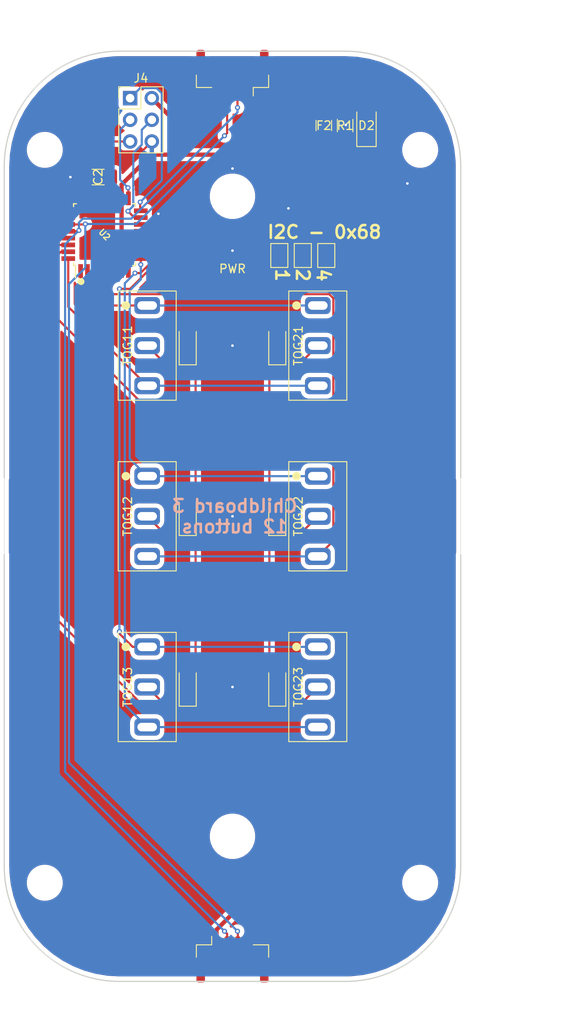
<source format=kicad_pcb>
(kicad_pcb (version 20171130) (host pcbnew "(5.1.9)-1")

  (general
    (thickness 1.6)
    (drawings 17)
    (tracks 205)
    (zones 0)
    (modules 29)
    (nets 37)
  )

  (page A4)
  (layers
    (0 F.Cu signal)
    (31 B.Cu signal)
    (32 B.Adhes user)
    (33 F.Adhes user)
    (34 B.Paste user)
    (35 F.Paste user)
    (36 B.SilkS user)
    (37 F.SilkS user)
    (38 B.Mask user)
    (39 F.Mask user)
    (40 Dwgs.User user)
    (41 Cmts.User user)
    (42 Eco1.User user)
    (43 Eco2.User user)
    (44 Edge.Cuts user)
    (45 Margin user)
    (46 B.CrtYd user)
    (47 F.CrtYd user)
    (48 B.Fab user hide)
    (49 F.Fab user hide)
  )

  (setup
    (last_trace_width 0.25)
    (user_trace_width 0.5)
    (trace_clearance 0.2)
    (zone_clearance 0.508)
    (zone_45_only no)
    (trace_min 0.2)
    (via_size 0.8)
    (via_drill 0.4)
    (via_min_size 0.4)
    (via_min_drill 0.3)
    (user_via 0.6 0.3)
    (uvia_size 0.3)
    (uvia_drill 0.1)
    (uvias_allowed no)
    (uvia_min_size 0.2)
    (uvia_min_drill 0.1)
    (edge_width 0.05)
    (segment_width 0.2)
    (pcb_text_width 0.3)
    (pcb_text_size 1.5 1.5)
    (mod_edge_width 0.12)
    (mod_text_size 1 1)
    (mod_text_width 0.15)
    (pad_size 1.524 1.524)
    (pad_drill 0.762)
    (pad_to_mask_clearance 0)
    (aux_axis_origin 0 0)
    (visible_elements 7EFFFFFF)
    (pcbplotparams
      (layerselection 0x010fc_ffffffff)
      (usegerberextensions false)
      (usegerberattributes true)
      (usegerberadvancedattributes true)
      (creategerberjobfile true)
      (excludeedgelayer true)
      (linewidth 0.100000)
      (plotframeref false)
      (viasonmask false)
      (mode 1)
      (useauxorigin false)
      (hpglpennumber 1)
      (hpglpenspeed 20)
      (hpglpendiameter 15.000000)
      (psnegative false)
      (psa4output false)
      (plotreference true)
      (plotvalue true)
      (plotinvisibletext false)
      (padsonsilk false)
      (subtractmaskfromsilk false)
      (outputformat 1)
      (mirror false)
      (drillshape 1)
      (scaleselection 1)
      (outputdirectory ""))
  )

  (net 0 "")
  (net 1 GNDREF)
  (net 2 "Net-(C2-Pad1)")
  (net 3 VCC)
  (net 4 "Net-(D2-Pad1)")
  (net 5 MOSI2)
  (net 6 SCK2)
  (net 7 MISO2)
  (net 8 SCL2)
  (net 9 SDA2)
  (net 10 /1line2)
  (net 11 /2line2)
  (net 12 /4line2)
  (net 13 /COL12)
  (net 14 /A32)
  (net 15 /A22)
  (net 16 /A12)
  (net 17 /A02)
  (net 18 "Net-(U2-Pad22)")
  (net 19 "Net-(U2-Pad19)")
  (net 20 /ROW42)
  (net 21 /ROW32)
  (net 22 "Net-(U2-Pad8)")
  (net 23 /ROW22)
  (net 24 /ROW12)
  (net 25 "Net-(D11-Pad1)")
  (net 26 "Net-(D12-Pad1)")
  (net 27 "Net-(D21-Pad1)")
  (net 28 "Net-(D22-Pad1)")
  (net 29 /COL22)
  (net 30 RESET2)
  (net 31 "Net-(D13-Pad1)")
  (net 32 "Net-(D23-Pad1)")
  (net 33 /ROW52)
  (net 34 /ROW62)
  (net 35 "Net-(F2-Pad2)")
  (net 36 "Net-(U2-Pad7)")

  (net_class Default "This is the default net class."
    (clearance 0.2)
    (trace_width 0.25)
    (via_dia 0.8)
    (via_drill 0.4)
    (uvia_dia 0.3)
    (uvia_drill 0.1)
    (add_net /1line2)
    (add_net /2line2)
    (add_net /4line2)
    (add_net /A02)
    (add_net /A12)
    (add_net /A22)
    (add_net /A32)
    (add_net /COL12)
    (add_net /COL22)
    (add_net /ROW12)
    (add_net /ROW22)
    (add_net /ROW32)
    (add_net /ROW42)
    (add_net /ROW52)
    (add_net /ROW62)
    (add_net GNDREF)
    (add_net MISO2)
    (add_net MOSI2)
    (add_net "Net-(C2-Pad1)")
    (add_net "Net-(D11-Pad1)")
    (add_net "Net-(D12-Pad1)")
    (add_net "Net-(D13-Pad1)")
    (add_net "Net-(D2-Pad1)")
    (add_net "Net-(D21-Pad1)")
    (add_net "Net-(D22-Pad1)")
    (add_net "Net-(D23-Pad1)")
    (add_net "Net-(F2-Pad2)")
    (add_net "Net-(U2-Pad19)")
    (add_net "Net-(U2-Pad22)")
    (add_net "Net-(U2-Pad7)")
    (add_net "Net-(U2-Pad8)")
    (add_net RESET2)
    (add_net SCK2)
    (add_net SCL2)
    (add_net SDA2)
    (add_net VCC)
  )

  (module MountingHole:MountingHole_3.2mm_M3 (layer F.Cu) (tedit 56D1B4CB) (tstamp 611BC868)
    (at 106.25 97.44 180)
    (descr "Mounting Hole 3.2mm, no annular, M3")
    (tags "mounting hole 3.2mm no annular m3")
    (path /613CDA4C)
    (attr virtual)
    (fp_text reference H12 (at 0 -4.2) (layer F.SilkS) hide
      (effects (font (size 1 1) (thickness 0.15)))
    )
    (fp_text value MountingHole (at 0 4.2) (layer F.Fab)
      (effects (font (size 1 1) (thickness 0.15)))
    )
    (fp_circle (center 0 0) (end 3.45 0) (layer F.CrtYd) (width 0.05))
    (fp_circle (center 0 0) (end 3.2 0) (layer Cmts.User) (width 0.15))
    (fp_text user %R (at 0.3 0) (layer F.Fab)
      (effects (font (size 1 1) (thickness 0.15)))
    )
    (pad 1 np_thru_hole circle (at 0 0 180) (size 3.2 3.2) (drill 3.2) (layers *.Cu *.Mask))
  )

  (module MountingHole:MountingHole_3.2mm_M3 (layer F.Cu) (tedit 56D1B4CB) (tstamp 611BC860)
    (at 62.25 97.44 180)
    (descr "Mounting Hole 3.2mm, no annular, M3")
    (tags "mounting hole 3.2mm no annular m3")
    (path /613CDA52)
    (attr virtual)
    (fp_text reference H11 (at 0 -4.2) (layer F.SilkS) hide
      (effects (font (size 1 1) (thickness 0.15)))
    )
    (fp_text value MountingHole (at 0 4.2) (layer F.Fab)
      (effects (font (size 1 1) (thickness 0.15)))
    )
    (fp_circle (center 0 0) (end 3.45 0) (layer F.CrtYd) (width 0.05))
    (fp_circle (center 0 0) (end 3.2 0) (layer Cmts.User) (width 0.15))
    (fp_text user %R (at 0.3 0) (layer F.Fab)
      (effects (font (size 1 1) (thickness 0.15)))
    )
    (pad 1 np_thru_hole circle (at 0 0 180) (size 3.2 3.2) (drill 3.2) (layers *.Cu *.Mask))
  )

  (module MountingHole:MountingHole_3.2mm_M3 (layer F.Cu) (tedit 56D1B4CB) (tstamp 611BC858)
    (at 106.25 11.56)
    (descr "Mounting Hole 3.2mm, no annular, M3")
    (tags "mounting hole 3.2mm no annular m3")
    (path /613CDA58)
    (attr virtual)
    (fp_text reference H10 (at 0 -4.2) (layer F.SilkS) hide
      (effects (font (size 1 1) (thickness 0.15)))
    )
    (fp_text value MountingHole (at 0 4.2) (layer F.Fab)
      (effects (font (size 1 1) (thickness 0.15)))
    )
    (fp_circle (center 0 0) (end 3.45 0) (layer F.CrtYd) (width 0.05))
    (fp_circle (center 0 0) (end 3.2 0) (layer Cmts.User) (width 0.15))
    (fp_text user %R (at 0.3 0) (layer F.Fab)
      (effects (font (size 1 1) (thickness 0.15)))
    )
    (pad 1 np_thru_hole circle (at 0 0) (size 3.2 3.2) (drill 3.2) (layers *.Cu *.Mask))
  )

  (module MountingHole:MountingHole_3.2mm_M3 (layer F.Cu) (tedit 56D1B4CB) (tstamp 611BC850)
    (at 62.25 11.56)
    (descr "Mounting Hole 3.2mm, no annular, M3")
    (tags "mounting hole 3.2mm no annular m3")
    (path /613CDA5E)
    (attr virtual)
    (fp_text reference H9 (at 0 -4.2) (layer F.SilkS) hide
      (effects (font (size 1 1) (thickness 0.15)))
    )
    (fp_text value MountingHole (at 0 4.2) (layer F.Fab)
      (effects (font (size 1 1) (thickness 0.15)))
    )
    (fp_circle (center 0 0) (end 3.45 0) (layer F.CrtYd) (width 0.05))
    (fp_circle (center 0 0) (end 3.2 0) (layer Cmts.User) (width 0.15))
    (fp_text user %R (at 0.3 0) (layer F.Fab)
      (effects (font (size 1 1) (thickness 0.15)))
    )
    (pad 1 np_thru_hole circle (at 0 0) (size 3.2 3.2) (drill 3.2) (layers *.Cu *.Mask))
  )

  (module MountingHole:MountingHole_4.3mm_M4 (layer F.Cu) (tedit 56D1B4CB) (tstamp 611BC828)
    (at 84.25 92)
    (descr "Mounting Hole 4.3mm, no annular, M4")
    (tags "mounting hole 4.3mm no annular m4")
    (path /61388F02)
    (attr virtual)
    (fp_text reference H4 (at 0 -5.3) (layer F.SilkS) hide
      (effects (font (size 1 1) (thickness 0.15)))
    )
    (fp_text value MountingHole (at 0 5.3) (layer F.Fab)
      (effects (font (size 1 1) (thickness 0.15)))
    )
    (fp_circle (center 0 0) (end 4.55 0) (layer F.CrtYd) (width 0.05))
    (fp_circle (center 0 0) (end 4.3 0) (layer Cmts.User) (width 0.15))
    (fp_text user %R (at 0.3 0) (layer F.Fab)
      (effects (font (size 1 1) (thickness 0.15)))
    )
    (pad 1 np_thru_hole circle (at 0 0) (size 4.3 4.3) (drill 4.3) (layers *.Cu *.Mask))
  )

  (module MountingHole:MountingHole_4.3mm_M4 (layer F.Cu) (tedit 56D1B4CB) (tstamp 611BC820)
    (at 84.25 17)
    (descr "Mounting Hole 4.3mm, no annular, M4")
    (tags "mounting hole 4.3mm no annular m4")
    (path /61388EFC)
    (attr virtual)
    (fp_text reference H3 (at 0 -5.3) (layer F.SilkS) hide
      (effects (font (size 1 1) (thickness 0.15)))
    )
    (fp_text value MountingHole (at 0 5.3) (layer F.Fab)
      (effects (font (size 1 1) (thickness 0.15)))
    )
    (fp_circle (center 0 0) (end 4.55 0) (layer F.CrtYd) (width 0.05))
    (fp_circle (center 0 0) (end 4.3 0) (layer Cmts.User) (width 0.15))
    (fp_text user %R (at 0.3 0) (layer F.Fab)
      (effects (font (size 1 1) (thickness 0.15)))
    )
    (pad 1 np_thru_hole circle (at 0 0) (size 4.3 4.3) (drill 4.3) (layers *.Cu *.Mask))
  )

  (module Connector_JST:JST_GH_SM04B-GHS-TB_1x04-1MP_P1.25mm_Horizontal (layer F.Cu) (tedit 5B78AD87) (tstamp 611BA1AE)
    (at 84.25 106.426)
    (descr "JST GH series connector, SM04B-GHS-TB (http://www.jst-mfg.com/product/pdf/eng/eGH.pdf), generated with kicad-footprint-generator")
    (tags "connector JST GH top entry")
    (path /6132CD23)
    (attr smd)
    (fp_text reference J6 (at 0 -3.9) (layer F.SilkS) hide
      (effects (font (size 1 1) (thickness 0.15)))
    )
    (fp_text value Conn_01x04 (at 0 3.9) (layer F.Fab)
      (effects (font (size 1 1) (thickness 0.15)))
    )
    (fp_line (start -1.875 -0.892893) (end -1.375 -1.6) (layer F.Fab) (width 0.1))
    (fp_line (start -2.375 -1.6) (end -1.875 -0.892893) (layer F.Fab) (width 0.1))
    (fp_line (start 4.72 -3.2) (end -4.72 -3.2) (layer F.CrtYd) (width 0.05))
    (fp_line (start 4.72 3.2) (end 4.72 -3.2) (layer F.CrtYd) (width 0.05))
    (fp_line (start -4.72 3.2) (end 4.72 3.2) (layer F.CrtYd) (width 0.05))
    (fp_line (start -4.72 -3.2) (end -4.72 3.2) (layer F.CrtYd) (width 0.05))
    (fp_line (start 4.125 -1.6) (end 4.125 2.45) (layer F.Fab) (width 0.1))
    (fp_line (start -4.125 -1.6) (end -4.125 2.45) (layer F.Fab) (width 0.1))
    (fp_line (start -4.125 2.45) (end 4.125 2.45) (layer F.Fab) (width 0.1))
    (fp_line (start -2.965 2.56) (end 2.965 2.56) (layer F.SilkS) (width 0.12))
    (fp_line (start 4.235 -1.71) (end 2.435 -1.71) (layer F.SilkS) (width 0.12))
    (fp_line (start 4.235 -0.26) (end 4.235 -1.71) (layer F.SilkS) (width 0.12))
    (fp_line (start -2.435 -1.71) (end -2.435 -2.7) (layer F.SilkS) (width 0.12))
    (fp_line (start -4.235 -1.71) (end -2.435 -1.71) (layer F.SilkS) (width 0.12))
    (fp_line (start -4.235 -0.26) (end -4.235 -1.71) (layer F.SilkS) (width 0.12))
    (fp_line (start -4.125 -1.6) (end 4.125 -1.6) (layer F.Fab) (width 0.1))
    (fp_text user %R (at 0 0) (layer F.Fab)
      (effects (font (size 1 1) (thickness 0.15)))
    )
    (pad MP smd roundrect (at 3.725 1.35) (size 1 2.7) (layers F.Cu F.Paste F.Mask) (roundrect_rratio 0.25))
    (pad MP smd roundrect (at -3.725 1.35) (size 1 2.7) (layers F.Cu F.Paste F.Mask) (roundrect_rratio 0.25))
    (pad 4 smd roundrect (at 1.875 -1.85) (size 0.6 1.7) (layers F.Cu F.Paste F.Mask) (roundrect_rratio 0.25)
      (net 1 GNDREF))
    (pad 3 smd roundrect (at 0.625 -1.85) (size 0.6 1.7) (layers F.Cu F.Paste F.Mask) (roundrect_rratio 0.25)
      (net 9 SDA2))
    (pad 2 smd roundrect (at -0.625 -1.85) (size 0.6 1.7) (layers F.Cu F.Paste F.Mask) (roundrect_rratio 0.25)
      (net 8 SCL2))
    (pad 1 smd roundrect (at -1.875 -1.85) (size 0.6 1.7) (layers F.Cu F.Paste F.Mask) (roundrect_rratio 0.25)
      (net 35 "Net-(F2-Pad2)"))
    (model ${KISYS3DMOD}/Connector_JST.3dshapes/JST_GH_SM04B-GHS-TB_1x04-1MP_P1.25mm_Horizontal.wrl
      (at (xyz 0 0 0))
      (scale (xyz 1 1 1))
      (rotate (xyz 0 0 0))
    )
  )

  (module Connector_JST:JST_GH_SM04B-GHS-TB_1x04-1MP_P1.25mm_Horizontal (layer F.Cu) (tedit 5B78AD87) (tstamp 611BA193)
    (at 84.25 2.54 180)
    (descr "JST GH series connector, SM04B-GHS-TB (http://www.jst-mfg.com/product/pdf/eng/eGH.pdf), generated with kicad-footprint-generator")
    (tags "connector JST GH top entry")
    (path /6132468A)
    (attr smd)
    (fp_text reference J5 (at 0 -3.9) (layer F.SilkS) hide
      (effects (font (size 1 1) (thickness 0.15)))
    )
    (fp_text value Conn_01x04 (at 0 3.9) (layer F.Fab)
      (effects (font (size 1 1) (thickness 0.15)))
    )
    (fp_line (start -1.875 -0.892893) (end -1.375 -1.6) (layer F.Fab) (width 0.1))
    (fp_line (start -2.375 -1.6) (end -1.875 -0.892893) (layer F.Fab) (width 0.1))
    (fp_line (start 4.72 -3.2) (end -4.72 -3.2) (layer F.CrtYd) (width 0.05))
    (fp_line (start 4.72 3.2) (end 4.72 -3.2) (layer F.CrtYd) (width 0.05))
    (fp_line (start -4.72 3.2) (end 4.72 3.2) (layer F.CrtYd) (width 0.05))
    (fp_line (start -4.72 -3.2) (end -4.72 3.2) (layer F.CrtYd) (width 0.05))
    (fp_line (start 4.125 -1.6) (end 4.125 2.45) (layer F.Fab) (width 0.1))
    (fp_line (start -4.125 -1.6) (end -4.125 2.45) (layer F.Fab) (width 0.1))
    (fp_line (start -4.125 2.45) (end 4.125 2.45) (layer F.Fab) (width 0.1))
    (fp_line (start -2.965 2.56) (end 2.965 2.56) (layer F.SilkS) (width 0.12))
    (fp_line (start 4.235 -1.71) (end 2.435 -1.71) (layer F.SilkS) (width 0.12))
    (fp_line (start 4.235 -0.26) (end 4.235 -1.71) (layer F.SilkS) (width 0.12))
    (fp_line (start -2.435 -1.71) (end -2.435 -2.7) (layer F.SilkS) (width 0.12))
    (fp_line (start -4.235 -1.71) (end -2.435 -1.71) (layer F.SilkS) (width 0.12))
    (fp_line (start -4.235 -0.26) (end -4.235 -1.71) (layer F.SilkS) (width 0.12))
    (fp_line (start -4.125 -1.6) (end 4.125 -1.6) (layer F.Fab) (width 0.1))
    (fp_text user %R (at 0 0) (layer F.Fab)
      (effects (font (size 1 1) (thickness 0.15)))
    )
    (pad MP smd roundrect (at 3.725 1.35 180) (size 1 2.7) (layers F.Cu F.Paste F.Mask) (roundrect_rratio 0.25))
    (pad MP smd roundrect (at -3.725 1.35 180) (size 1 2.7) (layers F.Cu F.Paste F.Mask) (roundrect_rratio 0.25))
    (pad 4 smd roundrect (at 1.875 -1.85 180) (size 0.6 1.7) (layers F.Cu F.Paste F.Mask) (roundrect_rratio 0.25)
      (net 1 GNDREF))
    (pad 3 smd roundrect (at 0.625 -1.85 180) (size 0.6 1.7) (layers F.Cu F.Paste F.Mask) (roundrect_rratio 0.25)
      (net 9 SDA2))
    (pad 2 smd roundrect (at -0.625 -1.85 180) (size 0.6 1.7) (layers F.Cu F.Paste F.Mask) (roundrect_rratio 0.25)
      (net 8 SCL2))
    (pad 1 smd roundrect (at -1.875 -1.85 180) (size 0.6 1.7) (layers F.Cu F.Paste F.Mask) (roundrect_rratio 0.25)
      (net 35 "Net-(F2-Pad2)"))
    (model ${KISYS3DMOD}/Connector_JST.3dshapes/JST_GH_SM04B-GHS-TB_1x04-1MP_P1.25mm_Horizontal.wrl
      (at (xyz 0 0 0))
      (scale (xyz 1 1 1))
      (rotate (xyz 0 0 0))
    )
  )

  (module Fuse:Fuse_1206_3216Metric_Pad1.42x1.75mm_HandSolder (layer F.Cu) (tedit 5F68FEF1) (tstamp 60F980FA)
    (at 94.954 8.714 270)
    (descr "Fuse SMD 1206 (3216 Metric), square (rectangular) end terminal, IPC_7351 nominal with elongated pad for handsoldering. (Body size source: http://www.tortai-tech.com/upload/download/2011102023233369053.pdf), generated with kicad-footprint-generator")
    (tags "fuse handsolder")
    (path /60FC34AB)
    (attr smd)
    (fp_text reference F2 (at 0 0) (layer F.SilkS)
      (effects (font (size 1 1) (thickness 0.15)))
    )
    (fp_text value Polyfuse (at 0 1.82 90) (layer F.Fab)
      (effects (font (size 1 1) (thickness 0.15)))
    )
    (fp_line (start 2.45 1.12) (end -2.45 1.12) (layer F.CrtYd) (width 0.05))
    (fp_line (start 2.45 -1.12) (end 2.45 1.12) (layer F.CrtYd) (width 0.05))
    (fp_line (start -2.45 -1.12) (end 2.45 -1.12) (layer F.CrtYd) (width 0.05))
    (fp_line (start -2.45 1.12) (end -2.45 -1.12) (layer F.CrtYd) (width 0.05))
    (fp_line (start -0.602064 0.91) (end 0.602064 0.91) (layer F.SilkS) (width 0.12))
    (fp_line (start -0.602064 -0.91) (end 0.602064 -0.91) (layer F.SilkS) (width 0.12))
    (fp_line (start 1.6 0.8) (end -1.6 0.8) (layer F.Fab) (width 0.1))
    (fp_line (start 1.6 -0.8) (end 1.6 0.8) (layer F.Fab) (width 0.1))
    (fp_line (start -1.6 -0.8) (end 1.6 -0.8) (layer F.Fab) (width 0.1))
    (fp_line (start -1.6 0.8) (end -1.6 -0.8) (layer F.Fab) (width 0.1))
    (fp_text user %R (at 0 0 90) (layer F.Fab)
      (effects (font (size 0.8 0.8) (thickness 0.12)))
    )
    (pad 2 smd roundrect (at 1.4875 0 270) (size 1.425 1.75) (layers F.Cu F.Paste F.Mask) (roundrect_rratio 0.175439)
      (net 35 "Net-(F2-Pad2)"))
    (pad 1 smd roundrect (at -1.4875 0 270) (size 1.425 1.75) (layers F.Cu F.Paste F.Mask) (roundrect_rratio 0.175439)
      (net 3 VCC))
    (model ${KISYS3DMOD}/Fuse.3dshapes/Fuse_1206_3216Metric.wrl
      (at (xyz 0 0 0))
      (scale (xyz 1 1 1))
      (rotate (xyz 0 0 0))
    )
  )

  (module mycustomlibrary:SPDT-CentreOff (layer F.Cu) (tedit 60CF3E62) (tstamp 60D36698)
    (at 94.25 74.5)
    (descr "Generated from datasheet https://www.jameco.com/Jameco/Products/ProdDS/21910.pdf")
    (tags "SPDT switch toggle")
    (path /60D78FBC)
    (fp_text reference TOG23 (at -2.286 0 90) (layer F.SilkS)
      (effects (font (size 1 1) (thickness 0.15)))
    )
    (fp_text value SW_SPDT_MSM (at 5 0 90) (layer F.Fab)
      (effects (font (size 1 1) (thickness 0.15)))
    )
    (fp_line (start -3.999999 -5.999999) (end -4 -7) (layer F.CrtYd) (width 0.12))
    (fp_line (start -4 7) (end -3.999999 5.999999) (layer F.CrtYd) (width 0.12))
    (fp_line (start 3.999999 5.999999) (end 4 7) (layer F.CrtYd) (width 0.12))
    (fp_line (start 4 -7) (end 3.999999 -5.999999) (layer F.CrtYd) (width 0.12))
    (fp_line (start -3.4 6.4) (end 3.4 6.4) (layer F.SilkS) (width 0.12))
    (fp_line (start 3.4 -6.4) (end -3.4 -6.4) (layer F.SilkS) (width 0.12))
    (fp_line (start 3.4 -6.4) (end 3.4 6.4) (layer F.SilkS) (width 0.12))
    (fp_line (start -3.4 6.4) (end -3.4 -6.4) (layer F.SilkS) (width 0.12))
    (fp_line (start -4 7) (end 4 7) (layer F.CrtYd) (width 0.12))
    (fp_line (start 4 -7) (end -4 -7) (layer F.CrtYd) (width 0.12))
    (fp_circle (center -2.5 -4.7) (end -2.25 -4.7) (layer F.SilkS) (width 0.5))
    (fp_arc (start 0 0) (end -3.999999 -5.999999) (angle -112.6198649) (layer F.CrtYd) (width 0.12))
    (fp_arc (start 0 0) (end 3.999999 5.999999) (angle -112.6198649) (layer F.CrtYd) (width 0.12))
    (pad 3 thru_hole roundrect (at 0 4.7) (size 3 2) (drill oval 2.3 1) (layers *.Cu *.Mask) (roundrect_rratio 0.25)
      (net 33 /ROW52))
    (pad 2 thru_hole roundrect (at 0 0) (size 3 2) (drill oval 2.3 1) (layers *.Cu *.Mask) (roundrect_rratio 0.25)
      (net 32 "Net-(D23-Pad1)"))
    (pad 1 thru_hole roundrect (at 0 -4.7) (size 3 2) (drill oval 2.3 1) (layers *.Cu *.Mask) (roundrect_rratio 0.25)
      (net 34 /ROW62))
  )

  (module mycustomlibrary:SPDT-CentreOff (layer F.Cu) (tedit 60CF3E62) (tstamp 60D36684)
    (at 74.25 74.5)
    (descr "Generated from datasheet https://www.jameco.com/Jameco/Products/ProdDS/21910.pdf")
    (tags "SPDT switch toggle")
    (path /60D78FB6)
    (fp_text reference TOG13 (at -2.286 0 90) (layer F.SilkS)
      (effects (font (size 1 1) (thickness 0.15)))
    )
    (fp_text value SW_SPDT_MSM (at 5 0 90) (layer F.Fab)
      (effects (font (size 1 1) (thickness 0.15)))
    )
    (fp_line (start -3.999999 -5.999999) (end -4 -7) (layer F.CrtYd) (width 0.12))
    (fp_line (start -4 7) (end -3.999999 5.999999) (layer F.CrtYd) (width 0.12))
    (fp_line (start 3.999999 5.999999) (end 4 7) (layer F.CrtYd) (width 0.12))
    (fp_line (start 4 -7) (end 3.999999 -5.999999) (layer F.CrtYd) (width 0.12))
    (fp_line (start -3.4 6.4) (end 3.4 6.4) (layer F.SilkS) (width 0.12))
    (fp_line (start 3.4 -6.4) (end -3.4 -6.4) (layer F.SilkS) (width 0.12))
    (fp_line (start 3.4 -6.4) (end 3.4 6.4) (layer F.SilkS) (width 0.12))
    (fp_line (start -3.4 6.4) (end -3.4 -6.4) (layer F.SilkS) (width 0.12))
    (fp_line (start -4 7) (end 4 7) (layer F.CrtYd) (width 0.12))
    (fp_line (start 4 -7) (end -4 -7) (layer F.CrtYd) (width 0.12))
    (fp_circle (center -2.5 -4.7) (end -2.25 -4.7) (layer F.SilkS) (width 0.5))
    (fp_arc (start 0 0) (end -3.999999 -5.999999) (angle -112.6198649) (layer F.CrtYd) (width 0.12))
    (fp_arc (start 0 0) (end 3.999999 5.999999) (angle -112.6198649) (layer F.CrtYd) (width 0.12))
    (pad 3 thru_hole roundrect (at 0 4.7) (size 3 2) (drill oval 2.3 1) (layers *.Cu *.Mask) (roundrect_rratio 0.25)
      (net 33 /ROW52))
    (pad 2 thru_hole roundrect (at 0 0) (size 3 2) (drill oval 2.3 1) (layers *.Cu *.Mask) (roundrect_rratio 0.25)
      (net 31 "Net-(D13-Pad1)"))
    (pad 1 thru_hole roundrect (at 0 -4.7) (size 3 2) (drill oval 2.3 1) (layers *.Cu *.Mask) (roundrect_rratio 0.25)
      (net 34 /ROW62))
  )

  (module Diode_SMD:D_SOD-123 (layer F.Cu) (tedit 58645DC7) (tstamp 60D36118)
    (at 89.5 74.5 90)
    (descr SOD-123)
    (tags SOD-123)
    (path /60D78FCA)
    (attr smd)
    (fp_text reference D23 (at 0 0) (layer F.SilkS) hide
      (effects (font (size 1 1) (thickness 0.15)))
    )
    (fp_text value D (at 0 2.1 90) (layer F.Fab)
      (effects (font (size 1 1) (thickness 0.15)))
    )
    (fp_line (start -2.25 -1) (end -2.25 1) (layer F.SilkS) (width 0.12))
    (fp_line (start 0.25 0) (end 0.75 0) (layer F.Fab) (width 0.1))
    (fp_line (start 0.25 0.4) (end -0.35 0) (layer F.Fab) (width 0.1))
    (fp_line (start 0.25 -0.4) (end 0.25 0.4) (layer F.Fab) (width 0.1))
    (fp_line (start -0.35 0) (end 0.25 -0.4) (layer F.Fab) (width 0.1))
    (fp_line (start -0.35 0) (end -0.35 0.55) (layer F.Fab) (width 0.1))
    (fp_line (start -0.35 0) (end -0.35 -0.55) (layer F.Fab) (width 0.1))
    (fp_line (start -0.75 0) (end -0.35 0) (layer F.Fab) (width 0.1))
    (fp_line (start -1.4 0.9) (end -1.4 -0.9) (layer F.Fab) (width 0.1))
    (fp_line (start 1.4 0.9) (end -1.4 0.9) (layer F.Fab) (width 0.1))
    (fp_line (start 1.4 -0.9) (end 1.4 0.9) (layer F.Fab) (width 0.1))
    (fp_line (start -1.4 -0.9) (end 1.4 -0.9) (layer F.Fab) (width 0.1))
    (fp_line (start -2.35 -1.15) (end 2.35 -1.15) (layer F.CrtYd) (width 0.05))
    (fp_line (start 2.35 -1.15) (end 2.35 1.15) (layer F.CrtYd) (width 0.05))
    (fp_line (start 2.35 1.15) (end -2.35 1.15) (layer F.CrtYd) (width 0.05))
    (fp_line (start -2.35 -1.15) (end -2.35 1.15) (layer F.CrtYd) (width 0.05))
    (fp_line (start -2.25 1) (end 1.65 1) (layer F.SilkS) (width 0.12))
    (fp_line (start -2.25 -1) (end 1.65 -1) (layer F.SilkS) (width 0.12))
    (fp_text user %R (at 0 -2 90) (layer F.Fab)
      (effects (font (size 1 1) (thickness 0.15)))
    )
    (pad 2 smd rect (at 1.65 0 90) (size 0.9 1.2) (layers F.Cu F.Paste F.Mask)
      (net 29 /COL22))
    (pad 1 smd rect (at -1.65 0 90) (size 0.9 1.2) (layers F.Cu F.Paste F.Mask)
      (net 32 "Net-(D23-Pad1)"))
    (model ${KISYS3DMOD}/Diode_SMD.3dshapes/D_SOD-123.wrl
      (at (xyz 0 0 0))
      (scale (xyz 1 1 1))
      (rotate (xyz 0 0 0))
    )
  )

  (module Diode_SMD:D_SOD-123 (layer F.Cu) (tedit 58645DC7) (tstamp 60D3609F)
    (at 79 74.5 90)
    (descr SOD-123)
    (tags SOD-123)
    (path /60D78FC3)
    (attr smd)
    (fp_text reference D13 (at 0 0 180) (layer F.SilkS) hide
      (effects (font (size 1 1) (thickness 0.15)))
    )
    (fp_text value D (at 0 2.1 90) (layer F.Fab)
      (effects (font (size 1 1) (thickness 0.15)))
    )
    (fp_line (start -2.25 -1) (end -2.25 1) (layer F.SilkS) (width 0.12))
    (fp_line (start 0.25 0) (end 0.75 0) (layer F.Fab) (width 0.1))
    (fp_line (start 0.25 0.4) (end -0.35 0) (layer F.Fab) (width 0.1))
    (fp_line (start 0.25 -0.4) (end 0.25 0.4) (layer F.Fab) (width 0.1))
    (fp_line (start -0.35 0) (end 0.25 -0.4) (layer F.Fab) (width 0.1))
    (fp_line (start -0.35 0) (end -0.35 0.55) (layer F.Fab) (width 0.1))
    (fp_line (start -0.35 0) (end -0.35 -0.55) (layer F.Fab) (width 0.1))
    (fp_line (start -0.75 0) (end -0.35 0) (layer F.Fab) (width 0.1))
    (fp_line (start -1.4 0.9) (end -1.4 -0.9) (layer F.Fab) (width 0.1))
    (fp_line (start 1.4 0.9) (end -1.4 0.9) (layer F.Fab) (width 0.1))
    (fp_line (start 1.4 -0.9) (end 1.4 0.9) (layer F.Fab) (width 0.1))
    (fp_line (start -1.4 -0.9) (end 1.4 -0.9) (layer F.Fab) (width 0.1))
    (fp_line (start -2.35 -1.15) (end 2.35 -1.15) (layer F.CrtYd) (width 0.05))
    (fp_line (start 2.35 -1.15) (end 2.35 1.15) (layer F.CrtYd) (width 0.05))
    (fp_line (start 2.35 1.15) (end -2.35 1.15) (layer F.CrtYd) (width 0.05))
    (fp_line (start -2.35 -1.15) (end -2.35 1.15) (layer F.CrtYd) (width 0.05))
    (fp_line (start -2.25 1) (end 1.65 1) (layer F.SilkS) (width 0.12))
    (fp_line (start -2.25 -1) (end 1.65 -1) (layer F.SilkS) (width 0.12))
    (fp_text user %R (at 0 -2 90) (layer F.Fab)
      (effects (font (size 1 1) (thickness 0.15)))
    )
    (pad 2 smd rect (at 1.65 0 90) (size 0.9 1.2) (layers F.Cu F.Paste F.Mask)
      (net 13 /COL12))
    (pad 1 smd rect (at -1.65 0 90) (size 0.9 1.2) (layers F.Cu F.Paste F.Mask)
      (net 31 "Net-(D13-Pad1)"))
    (model ${KISYS3DMOD}/Diode_SMD.3dshapes/D_SOD-123.wrl
      (at (xyz 0 0 0))
      (scale (xyz 1 1 1))
      (rotate (xyz 0 0 0))
    )
  )

  (module mycustomlibrary:SPDT-CentreOff (layer F.Cu) (tedit 60CF3E62) (tstamp 60CF6ABF)
    (at 94.25 54.5)
    (descr "Generated from datasheet https://www.jameco.com/Jameco/Products/ProdDS/21910.pdf")
    (tags "SPDT switch toggle")
    (path /60E59FC7)
    (fp_text reference TOG22 (at -2.286 0 90) (layer F.SilkS)
      (effects (font (size 1 1) (thickness 0.15)))
    )
    (fp_text value SW_SPDT_MSM (at 5 0 90) (layer F.Fab)
      (effects (font (size 1 1) (thickness 0.15)))
    )
    (fp_circle (center -2.5 -4.7) (end -2.25 -4.7) (layer F.SilkS) (width 0.5))
    (fp_line (start 4 -7) (end -4 -7) (layer F.CrtYd) (width 0.12))
    (fp_line (start -4 7) (end 4 7) (layer F.CrtYd) (width 0.12))
    (fp_line (start -3.4 6.4) (end -3.4 -6.4) (layer F.SilkS) (width 0.12))
    (fp_line (start 3.4 -6.4) (end 3.4 6.4) (layer F.SilkS) (width 0.12))
    (fp_line (start 3.4 -6.4) (end -3.4 -6.4) (layer F.SilkS) (width 0.12))
    (fp_line (start -3.4 6.4) (end 3.4 6.4) (layer F.SilkS) (width 0.12))
    (fp_line (start 4 -7) (end 3.999999 -5.999999) (layer F.CrtYd) (width 0.12))
    (fp_line (start 3.999999 5.999999) (end 4 7) (layer F.CrtYd) (width 0.12))
    (fp_line (start -4 7) (end -3.999999 5.999999) (layer F.CrtYd) (width 0.12))
    (fp_line (start -3.999999 -5.999999) (end -4 -7) (layer F.CrtYd) (width 0.12))
    (fp_arc (start 0 0) (end -3.999999 -5.999999) (angle -112.6198649) (layer F.CrtYd) (width 0.12))
    (fp_arc (start 0 0) (end 3.999999 5.999999) (angle -112.6198649) (layer F.CrtYd) (width 0.12))
    (pad 3 thru_hole roundrect (at 0 4.7) (size 3 2) (drill oval 2.3 1) (layers *.Cu *.Mask) (roundrect_rratio 0.25)
      (net 21 /ROW32))
    (pad 2 thru_hole roundrect (at 0 0) (size 3 2) (drill oval 2.3 1) (layers *.Cu *.Mask) (roundrect_rratio 0.25)
      (net 28 "Net-(D22-Pad1)"))
    (pad 1 thru_hole roundrect (at 0 -4.7) (size 3 2) (drill oval 2.3 1) (layers *.Cu *.Mask) (roundrect_rratio 0.25)
      (net 20 /ROW42))
  )

  (module mycustomlibrary:SPDT-CentreOff (layer F.Cu) (tedit 60CF3E62) (tstamp 60CF6AB0)
    (at 94.25 34.5)
    (descr "Generated from datasheet https://www.jameco.com/Jameco/Products/ProdDS/21910.pdf")
    (tags "SPDT switch toggle")
    (path /60E59FCD)
    (fp_text reference TOG21 (at -2.286 0 90) (layer F.SilkS)
      (effects (font (size 1 1) (thickness 0.15)))
    )
    (fp_text value SW_SPDT_MSM (at 5 0 90) (layer F.Fab)
      (effects (font (size 1 1) (thickness 0.15)))
    )
    (fp_circle (center -2.5 -4.7) (end -2.25 -4.7) (layer F.SilkS) (width 0.5))
    (fp_line (start 4 -7) (end -4 -7) (layer F.CrtYd) (width 0.12))
    (fp_line (start -4 7) (end 4 7) (layer F.CrtYd) (width 0.12))
    (fp_line (start -3.4 6.4) (end -3.4 -6.4) (layer F.SilkS) (width 0.12))
    (fp_line (start 3.4 -6.4) (end 3.4 6.4) (layer F.SilkS) (width 0.12))
    (fp_line (start 3.4 -6.4) (end -3.4 -6.4) (layer F.SilkS) (width 0.12))
    (fp_line (start -3.4 6.4) (end 3.4 6.4) (layer F.SilkS) (width 0.12))
    (fp_line (start 4 -7) (end 3.999999 -5.999999) (layer F.CrtYd) (width 0.12))
    (fp_line (start 3.999999 5.999999) (end 4 7) (layer F.CrtYd) (width 0.12))
    (fp_line (start -4 7) (end -3.999999 5.999999) (layer F.CrtYd) (width 0.12))
    (fp_line (start -3.999999 -5.999999) (end -4 -7) (layer F.CrtYd) (width 0.12))
    (fp_arc (start 0 0) (end -3.999999 -5.999999) (angle -112.6198649) (layer F.CrtYd) (width 0.12))
    (fp_arc (start 0 0) (end 3.999999 5.999999) (angle -112.6198649) (layer F.CrtYd) (width 0.12))
    (pad 3 thru_hole roundrect (at 0 4.7) (size 3 2) (drill oval 2.3 1) (layers *.Cu *.Mask) (roundrect_rratio 0.25)
      (net 24 /ROW12))
    (pad 2 thru_hole roundrect (at 0 0) (size 3 2) (drill oval 2.3 1) (layers *.Cu *.Mask) (roundrect_rratio 0.25)
      (net 27 "Net-(D21-Pad1)"))
    (pad 1 thru_hole roundrect (at 0 -4.7) (size 3 2) (drill oval 2.3 1) (layers *.Cu *.Mask) (roundrect_rratio 0.25)
      (net 23 /ROW22))
  )

  (module mycustomlibrary:SPDT-CentreOff (layer F.Cu) (tedit 60CF3E62) (tstamp 60CF6AA1)
    (at 74.25 54.5)
    (descr "Generated from datasheet https://www.jameco.com/Jameco/Products/ProdDS/21910.pdf")
    (tags "SPDT switch toggle")
    (path /60E2933B)
    (fp_text reference TOG12 (at -2.286 0 90) (layer F.SilkS)
      (effects (font (size 1 1) (thickness 0.15)))
    )
    (fp_text value SW_SPDT_MSM (at 5 0 90) (layer F.Fab)
      (effects (font (size 1 1) (thickness 0.15)))
    )
    (fp_circle (center -2.5 -4.7) (end -2.25 -4.7) (layer F.SilkS) (width 0.5))
    (fp_line (start 4 -7) (end -4 -7) (layer F.CrtYd) (width 0.12))
    (fp_line (start -4 7) (end 4 7) (layer F.CrtYd) (width 0.12))
    (fp_line (start -3.4 6.4) (end -3.4 -6.4) (layer F.SilkS) (width 0.12))
    (fp_line (start 3.4 -6.4) (end 3.4 6.4) (layer F.SilkS) (width 0.12))
    (fp_line (start 3.4 -6.4) (end -3.4 -6.4) (layer F.SilkS) (width 0.12))
    (fp_line (start -3.4 6.4) (end 3.4 6.4) (layer F.SilkS) (width 0.12))
    (fp_line (start 4 -7) (end 3.999999 -5.999999) (layer F.CrtYd) (width 0.12))
    (fp_line (start 3.999999 5.999999) (end 4 7) (layer F.CrtYd) (width 0.12))
    (fp_line (start -4 7) (end -3.999999 5.999999) (layer F.CrtYd) (width 0.12))
    (fp_line (start -3.999999 -5.999999) (end -4 -7) (layer F.CrtYd) (width 0.12))
    (fp_arc (start 0 0) (end -3.999999 -5.999999) (angle -112.6198649) (layer F.CrtYd) (width 0.12))
    (fp_arc (start 0 0) (end 3.999999 5.999999) (angle -112.6198649) (layer F.CrtYd) (width 0.12))
    (pad 3 thru_hole roundrect (at 0 4.7) (size 3 2) (drill oval 2.3 1) (layers *.Cu *.Mask) (roundrect_rratio 0.25)
      (net 21 /ROW32))
    (pad 2 thru_hole roundrect (at 0 0) (size 3 2) (drill oval 2.3 1) (layers *.Cu *.Mask) (roundrect_rratio 0.25)
      (net 26 "Net-(D12-Pad1)"))
    (pad 1 thru_hole roundrect (at 0 -4.7) (size 3 2) (drill oval 2.3 1) (layers *.Cu *.Mask) (roundrect_rratio 0.25)
      (net 20 /ROW42))
  )

  (module mycustomlibrary:SPDT-CentreOff (layer F.Cu) (tedit 60CF3E62) (tstamp 60CF6A92)
    (at 74.25 34.5)
    (descr "Generated from datasheet https://www.jameco.com/Jameco/Products/ProdDS/21910.pdf")
    (tags "SPDT switch toggle")
    (path /60E2C1AE)
    (fp_text reference TOG11 (at -2.286 0 90) (layer F.SilkS)
      (effects (font (size 1 1) (thickness 0.15)))
    )
    (fp_text value SW_SPDT_MSM (at 5 0 90) (layer F.Fab)
      (effects (font (size 1 1) (thickness 0.15)))
    )
    (fp_circle (center -2.5 -4.7) (end -2.25 -4.7) (layer F.SilkS) (width 0.5))
    (fp_line (start 4 -7) (end -4 -7) (layer F.CrtYd) (width 0.12))
    (fp_line (start -4 7) (end 4 7) (layer F.CrtYd) (width 0.12))
    (fp_line (start -3.4 6.4) (end -3.4 -6.4) (layer F.SilkS) (width 0.12))
    (fp_line (start 3.4 -6.4) (end 3.4 6.4) (layer F.SilkS) (width 0.12))
    (fp_line (start 3.4 -6.4) (end -3.4 -6.4) (layer F.SilkS) (width 0.12))
    (fp_line (start -3.4 6.4) (end 3.4 6.4) (layer F.SilkS) (width 0.12))
    (fp_line (start 4 -7) (end 3.999999 -5.999999) (layer F.CrtYd) (width 0.12))
    (fp_line (start 3.999999 5.999999) (end 4 7) (layer F.CrtYd) (width 0.12))
    (fp_line (start -4 7) (end -3.999999 5.999999) (layer F.CrtYd) (width 0.12))
    (fp_line (start -3.999999 -5.999999) (end -4 -7) (layer F.CrtYd) (width 0.12))
    (fp_arc (start 0 0) (end -3.999999 -5.999999) (angle -112.6198649) (layer F.CrtYd) (width 0.12))
    (fp_arc (start 0 0) (end 3.999999 5.999999) (angle -112.6198649) (layer F.CrtYd) (width 0.12))
    (pad 3 thru_hole roundrect (at 0 4.7) (size 3 2) (drill oval 2.3 1) (layers *.Cu *.Mask) (roundrect_rratio 0.25)
      (net 24 /ROW12))
    (pad 2 thru_hole roundrect (at 0 0) (size 3 2) (drill oval 2.3 1) (layers *.Cu *.Mask) (roundrect_rratio 0.25)
      (net 25 "Net-(D11-Pad1)"))
    (pad 1 thru_hole roundrect (at 0 -4.7) (size 3 2) (drill oval 2.3 1) (layers *.Cu *.Mask) (roundrect_rratio 0.25)
      (net 23 /ROW22))
  )

  (module Diode_SMD:D_SOD-123 (layer F.Cu) (tedit 58645DC7) (tstamp 60CF652B)
    (at 89.5 54.5 90)
    (descr SOD-123)
    (tags SOD-123)
    (path /60F0F09E)
    (attr smd)
    (fp_text reference D22 (at 0 0) (layer F.SilkS) hide
      (effects (font (size 1 1) (thickness 0.15)))
    )
    (fp_text value D (at 0 2.1 90) (layer F.Fab)
      (effects (font (size 1 1) (thickness 0.15)))
    )
    (fp_line (start -2.25 -1) (end -2.25 1) (layer F.SilkS) (width 0.12))
    (fp_line (start 0.25 0) (end 0.75 0) (layer F.Fab) (width 0.1))
    (fp_line (start 0.25 0.4) (end -0.35 0) (layer F.Fab) (width 0.1))
    (fp_line (start 0.25 -0.4) (end 0.25 0.4) (layer F.Fab) (width 0.1))
    (fp_line (start -0.35 0) (end 0.25 -0.4) (layer F.Fab) (width 0.1))
    (fp_line (start -0.35 0) (end -0.35 0.55) (layer F.Fab) (width 0.1))
    (fp_line (start -0.35 0) (end -0.35 -0.55) (layer F.Fab) (width 0.1))
    (fp_line (start -0.75 0) (end -0.35 0) (layer F.Fab) (width 0.1))
    (fp_line (start -1.4 0.9) (end -1.4 -0.9) (layer F.Fab) (width 0.1))
    (fp_line (start 1.4 0.9) (end -1.4 0.9) (layer F.Fab) (width 0.1))
    (fp_line (start 1.4 -0.9) (end 1.4 0.9) (layer F.Fab) (width 0.1))
    (fp_line (start -1.4 -0.9) (end 1.4 -0.9) (layer F.Fab) (width 0.1))
    (fp_line (start -2.35 -1.15) (end 2.35 -1.15) (layer F.CrtYd) (width 0.05))
    (fp_line (start 2.35 -1.15) (end 2.35 1.15) (layer F.CrtYd) (width 0.05))
    (fp_line (start 2.35 1.15) (end -2.35 1.15) (layer F.CrtYd) (width 0.05))
    (fp_line (start -2.35 -1.15) (end -2.35 1.15) (layer F.CrtYd) (width 0.05))
    (fp_line (start -2.25 1) (end 1.65 1) (layer F.SilkS) (width 0.12))
    (fp_line (start -2.25 -1) (end 1.65 -1) (layer F.SilkS) (width 0.12))
    (fp_text user %R (at 0 -2 90) (layer F.Fab)
      (effects (font (size 1 1) (thickness 0.15)))
    )
    (pad 2 smd rect (at 1.65 0 90) (size 0.9 1.2) (layers F.Cu F.Paste F.Mask)
      (net 29 /COL22))
    (pad 1 smd rect (at -1.65 0 90) (size 0.9 1.2) (layers F.Cu F.Paste F.Mask)
      (net 28 "Net-(D22-Pad1)"))
    (model ${KISYS3DMOD}/Diode_SMD.3dshapes/D_SOD-123.wrl
      (at (xyz 0 0 0))
      (scale (xyz 1 1 1))
      (rotate (xyz 0 0 0))
    )
  )

  (module Diode_SMD:D_SOD-123 (layer F.Cu) (tedit 58645DC7) (tstamp 60CF6518)
    (at 89.5 34.5 90)
    (descr SOD-123)
    (tags SOD-123)
    (path /60EE8A4E)
    (attr smd)
    (fp_text reference D21 (at 0 0 180) (layer F.SilkS) hide
      (effects (font (size 1 1) (thickness 0.15)))
    )
    (fp_text value D (at 0 2.1 90) (layer F.Fab)
      (effects (font (size 1 1) (thickness 0.15)))
    )
    (fp_line (start -2.25 -1) (end -2.25 1) (layer F.SilkS) (width 0.12))
    (fp_line (start 0.25 0) (end 0.75 0) (layer F.Fab) (width 0.1))
    (fp_line (start 0.25 0.4) (end -0.35 0) (layer F.Fab) (width 0.1))
    (fp_line (start 0.25 -0.4) (end 0.25 0.4) (layer F.Fab) (width 0.1))
    (fp_line (start -0.35 0) (end 0.25 -0.4) (layer F.Fab) (width 0.1))
    (fp_line (start -0.35 0) (end -0.35 0.55) (layer F.Fab) (width 0.1))
    (fp_line (start -0.35 0) (end -0.35 -0.55) (layer F.Fab) (width 0.1))
    (fp_line (start -0.75 0) (end -0.35 0) (layer F.Fab) (width 0.1))
    (fp_line (start -1.4 0.9) (end -1.4 -0.9) (layer F.Fab) (width 0.1))
    (fp_line (start 1.4 0.9) (end -1.4 0.9) (layer F.Fab) (width 0.1))
    (fp_line (start 1.4 -0.9) (end 1.4 0.9) (layer F.Fab) (width 0.1))
    (fp_line (start -1.4 -0.9) (end 1.4 -0.9) (layer F.Fab) (width 0.1))
    (fp_line (start -2.35 -1.15) (end 2.35 -1.15) (layer F.CrtYd) (width 0.05))
    (fp_line (start 2.35 -1.15) (end 2.35 1.15) (layer F.CrtYd) (width 0.05))
    (fp_line (start 2.35 1.15) (end -2.35 1.15) (layer F.CrtYd) (width 0.05))
    (fp_line (start -2.35 -1.15) (end -2.35 1.15) (layer F.CrtYd) (width 0.05))
    (fp_line (start -2.25 1) (end 1.65 1) (layer F.SilkS) (width 0.12))
    (fp_line (start -2.25 -1) (end 1.65 -1) (layer F.SilkS) (width 0.12))
    (fp_text user %R (at 0 -2 90) (layer F.Fab)
      (effects (font (size 1 1) (thickness 0.15)))
    )
    (pad 2 smd rect (at 1.65 0 90) (size 0.9 1.2) (layers F.Cu F.Paste F.Mask)
      (net 29 /COL22))
    (pad 1 smd rect (at -1.65 0 90) (size 0.9 1.2) (layers F.Cu F.Paste F.Mask)
      (net 27 "Net-(D21-Pad1)"))
    (model ${KISYS3DMOD}/Diode_SMD.3dshapes/D_SOD-123.wrl
      (at (xyz 0 0 0))
      (scale (xyz 1 1 1))
      (rotate (xyz 0 0 0))
    )
  )

  (module Diode_SMD:D_SOD-123 (layer F.Cu) (tedit 58645DC7) (tstamp 60CF6505)
    (at 79 54.5 90)
    (descr SOD-123)
    (tags SOD-123)
    (path /60F08D06)
    (attr smd)
    (fp_text reference D12 (at 0 0 180) (layer F.SilkS) hide
      (effects (font (size 1 1) (thickness 0.15)))
    )
    (fp_text value D (at 0 2.1 90) (layer F.Fab)
      (effects (font (size 1 1) (thickness 0.15)))
    )
    (fp_line (start -2.25 -1) (end -2.25 1) (layer F.SilkS) (width 0.12))
    (fp_line (start 0.25 0) (end 0.75 0) (layer F.Fab) (width 0.1))
    (fp_line (start 0.25 0.4) (end -0.35 0) (layer F.Fab) (width 0.1))
    (fp_line (start 0.25 -0.4) (end 0.25 0.4) (layer F.Fab) (width 0.1))
    (fp_line (start -0.35 0) (end 0.25 -0.4) (layer F.Fab) (width 0.1))
    (fp_line (start -0.35 0) (end -0.35 0.55) (layer F.Fab) (width 0.1))
    (fp_line (start -0.35 0) (end -0.35 -0.55) (layer F.Fab) (width 0.1))
    (fp_line (start -0.75 0) (end -0.35 0) (layer F.Fab) (width 0.1))
    (fp_line (start -1.4 0.9) (end -1.4 -0.9) (layer F.Fab) (width 0.1))
    (fp_line (start 1.4 0.9) (end -1.4 0.9) (layer F.Fab) (width 0.1))
    (fp_line (start 1.4 -0.9) (end 1.4 0.9) (layer F.Fab) (width 0.1))
    (fp_line (start -1.4 -0.9) (end 1.4 -0.9) (layer F.Fab) (width 0.1))
    (fp_line (start -2.35 -1.15) (end 2.35 -1.15) (layer F.CrtYd) (width 0.05))
    (fp_line (start 2.35 -1.15) (end 2.35 1.15) (layer F.CrtYd) (width 0.05))
    (fp_line (start 2.35 1.15) (end -2.35 1.15) (layer F.CrtYd) (width 0.05))
    (fp_line (start -2.35 -1.15) (end -2.35 1.15) (layer F.CrtYd) (width 0.05))
    (fp_line (start -2.25 1) (end 1.65 1) (layer F.SilkS) (width 0.12))
    (fp_line (start -2.25 -1) (end 1.65 -1) (layer F.SilkS) (width 0.12))
    (fp_text user %R (at 0 -2 90) (layer F.Fab)
      (effects (font (size 1 1) (thickness 0.15)))
    )
    (pad 2 smd rect (at 1.65 0 90) (size 0.9 1.2) (layers F.Cu F.Paste F.Mask)
      (net 13 /COL12))
    (pad 1 smd rect (at -1.65 0 90) (size 0.9 1.2) (layers F.Cu F.Paste F.Mask)
      (net 26 "Net-(D12-Pad1)"))
    (model ${KISYS3DMOD}/Diode_SMD.3dshapes/D_SOD-123.wrl
      (at (xyz 0 0 0))
      (scale (xyz 1 1 1))
      (rotate (xyz 0 0 0))
    )
  )

  (module Diode_SMD:D_SOD-123 (layer F.Cu) (tedit 58645DC7) (tstamp 60CF64F2)
    (at 79 34.5 90)
    (descr SOD-123)
    (tags SOD-123)
    (path /60EE7889)
    (attr smd)
    (fp_text reference D11 (at 0 0 180) (layer F.SilkS) hide
      (effects (font (size 1 1) (thickness 0.15)))
    )
    (fp_text value D (at 0 2.1 90) (layer F.Fab)
      (effects (font (size 1 1) (thickness 0.15)))
    )
    (fp_line (start -2.25 -1) (end -2.25 1) (layer F.SilkS) (width 0.12))
    (fp_line (start 0.25 0) (end 0.75 0) (layer F.Fab) (width 0.1))
    (fp_line (start 0.25 0.4) (end -0.35 0) (layer F.Fab) (width 0.1))
    (fp_line (start 0.25 -0.4) (end 0.25 0.4) (layer F.Fab) (width 0.1))
    (fp_line (start -0.35 0) (end 0.25 -0.4) (layer F.Fab) (width 0.1))
    (fp_line (start -0.35 0) (end -0.35 0.55) (layer F.Fab) (width 0.1))
    (fp_line (start -0.35 0) (end -0.35 -0.55) (layer F.Fab) (width 0.1))
    (fp_line (start -0.75 0) (end -0.35 0) (layer F.Fab) (width 0.1))
    (fp_line (start -1.4 0.9) (end -1.4 -0.9) (layer F.Fab) (width 0.1))
    (fp_line (start 1.4 0.9) (end -1.4 0.9) (layer F.Fab) (width 0.1))
    (fp_line (start 1.4 -0.9) (end 1.4 0.9) (layer F.Fab) (width 0.1))
    (fp_line (start -1.4 -0.9) (end 1.4 -0.9) (layer F.Fab) (width 0.1))
    (fp_line (start -2.35 -1.15) (end 2.35 -1.15) (layer F.CrtYd) (width 0.05))
    (fp_line (start 2.35 -1.15) (end 2.35 1.15) (layer F.CrtYd) (width 0.05))
    (fp_line (start 2.35 1.15) (end -2.35 1.15) (layer F.CrtYd) (width 0.05))
    (fp_line (start -2.35 -1.15) (end -2.35 1.15) (layer F.CrtYd) (width 0.05))
    (fp_line (start -2.25 1) (end 1.65 1) (layer F.SilkS) (width 0.12))
    (fp_line (start -2.25 -1) (end 1.65 -1) (layer F.SilkS) (width 0.12))
    (fp_text user %R (at 0 -2 90) (layer F.Fab)
      (effects (font (size 1 1) (thickness 0.15)))
    )
    (pad 2 smd rect (at 1.65 0 90) (size 0.9 1.2) (layers F.Cu F.Paste F.Mask)
      (net 13 /COL12))
    (pad 1 smd rect (at -1.65 0 90) (size 0.9 1.2) (layers F.Cu F.Paste F.Mask)
      (net 25 "Net-(D11-Pad1)"))
    (model ${KISYS3DMOD}/Diode_SMD.3dshapes/D_SOD-123.wrl
      (at (xyz 0 0 0))
      (scale (xyz 1 1 1))
      (rotate (xyz 0 0 0))
    )
  )

  (module Package_QFP:TQFP-32_7x7mm_P0.8mm (layer F.Cu) (tedit 5A02F146) (tstamp 60CF4BF5)
    (at 69.25 21.5 90)
    (descr "32-Lead Plastic Thin Quad Flatpack (PT) - 7x7x1.0 mm Body, 2.00 mm [TQFP] (see Microchip Packaging Specification 00000049BS.pdf)")
    (tags "QFP 0.8")
    (path /60DC14F7)
    (attr smd)
    (fp_text reference U2 (at 0 0 135) (layer F.SilkS)
      (effects (font (size 0.7 0.7) (thickness 0.15)))
    )
    (fp_text value ATmega328P-AU (at 0 6.05 90) (layer F.Fab)
      (effects (font (size 1 1) (thickness 0.15)))
    )
    (fp_line (start -2.5 -3.5) (end 3.5 -3.5) (layer F.Fab) (width 0.15))
    (fp_line (start 3.5 -3.5) (end 3.5 3.5) (layer F.Fab) (width 0.15))
    (fp_line (start 3.5 3.5) (end -3.5 3.5) (layer F.Fab) (width 0.15))
    (fp_line (start -3.5 3.5) (end -3.5 -2.5) (layer F.Fab) (width 0.15))
    (fp_line (start -3.5 -2.5) (end -2.5 -3.5) (layer F.Fab) (width 0.15))
    (fp_line (start -5.3 -5.3) (end -5.3 5.3) (layer F.CrtYd) (width 0.05))
    (fp_line (start 5.3 -5.3) (end 5.3 5.3) (layer F.CrtYd) (width 0.05))
    (fp_line (start -5.3 -5.3) (end 5.3 -5.3) (layer F.CrtYd) (width 0.05))
    (fp_line (start -5.3 5.3) (end 5.3 5.3) (layer F.CrtYd) (width 0.05))
    (fp_line (start -3.625 -3.625) (end -3.625 -3.4) (layer F.SilkS) (width 0.15))
    (fp_line (start 3.625 -3.625) (end 3.625 -3.3) (layer F.SilkS) (width 0.15))
    (fp_line (start 3.625 3.625) (end 3.625 3.3) (layer F.SilkS) (width 0.15))
    (fp_line (start -3.625 3.625) (end -3.625 3.3) (layer F.SilkS) (width 0.15))
    (fp_line (start -3.625 -3.625) (end -3.3 -3.625) (layer F.SilkS) (width 0.15))
    (fp_line (start -3.625 3.625) (end -3.3 3.625) (layer F.SilkS) (width 0.15))
    (fp_line (start 3.625 3.625) (end 3.3 3.625) (layer F.SilkS) (width 0.15))
    (fp_line (start 3.625 -3.625) (end 3.3 -3.625) (layer F.SilkS) (width 0.15))
    (fp_line (start -3.625 -3.4) (end -5.05 -3.4) (layer F.SilkS) (width 0.15))
    (fp_text user %R (at 0 0 90) (layer F.Fab)
      (effects (font (size 1 1) (thickness 0.15)))
    )
    (pad 32 smd rect (at -2.8 -4.25 180) (size 1.6 0.55) (layers F.Cu F.Paste F.Mask)
      (net 24 /ROW12))
    (pad 31 smd rect (at -2 -4.25 180) (size 1.6 0.55) (layers F.Cu F.Paste F.Mask)
      (net 13 /COL12))
    (pad 30 smd rect (at -1.2 -4.25 180) (size 1.6 0.55) (layers F.Cu F.Paste F.Mask)
      (net 29 /COL22))
    (pad 29 smd rect (at -0.4 -4.25 180) (size 1.6 0.55) (layers F.Cu F.Paste F.Mask)
      (net 30 RESET2))
    (pad 28 smd rect (at 0.4 -4.25 180) (size 1.6 0.55) (layers F.Cu F.Paste F.Mask)
      (net 8 SCL2))
    (pad 27 smd rect (at 1.2 -4.25 180) (size 1.6 0.55) (layers F.Cu F.Paste F.Mask)
      (net 9 SDA2))
    (pad 26 smd rect (at 2 -4.25 180) (size 1.6 0.55) (layers F.Cu F.Paste F.Mask)
      (net 14 /A32))
    (pad 25 smd rect (at 2.8 -4.25 180) (size 1.6 0.55) (layers F.Cu F.Paste F.Mask)
      (net 15 /A22))
    (pad 24 smd rect (at 4.25 -2.8 90) (size 1.6 0.55) (layers F.Cu F.Paste F.Mask)
      (net 16 /A12))
    (pad 23 smd rect (at 4.25 -2 90) (size 1.6 0.55) (layers F.Cu F.Paste F.Mask)
      (net 17 /A02))
    (pad 22 smd rect (at 4.25 -1.2 90) (size 1.6 0.55) (layers F.Cu F.Paste F.Mask)
      (net 18 "Net-(U2-Pad22)"))
    (pad 21 smd rect (at 4.25 -0.4 90) (size 1.6 0.55) (layers F.Cu F.Paste F.Mask)
      (net 1 GNDREF))
    (pad 20 smd rect (at 4.25 0.4 90) (size 1.6 0.55) (layers F.Cu F.Paste F.Mask)
      (net 2 "Net-(C2-Pad1)"))
    (pad 19 smd rect (at 4.25 1.2 90) (size 1.6 0.55) (layers F.Cu F.Paste F.Mask)
      (net 19 "Net-(U2-Pad19)"))
    (pad 18 smd rect (at 4.25 2 90) (size 1.6 0.55) (layers F.Cu F.Paste F.Mask)
      (net 3 VCC))
    (pad 17 smd rect (at 4.25 2.8 90) (size 1.6 0.55) (layers F.Cu F.Paste F.Mask)
      (net 6 SCK2))
    (pad 16 smd rect (at 2.8 4.25 180) (size 1.6 0.55) (layers F.Cu F.Paste F.Mask)
      (net 7 MISO2))
    (pad 15 smd rect (at 2 4.25 180) (size 1.6 0.55) (layers F.Cu F.Paste F.Mask)
      (net 5 MOSI2))
    (pad 14 smd rect (at 1.2 4.25 180) (size 1.6 0.55) (layers F.Cu F.Paste F.Mask)
      (net 12 /4line2))
    (pad 13 smd rect (at 0.4 4.25 180) (size 1.6 0.55) (layers F.Cu F.Paste F.Mask)
      (net 11 /2line2))
    (pad 12 smd rect (at -0.4 4.25 180) (size 1.6 0.55) (layers F.Cu F.Paste F.Mask)
      (net 10 /1line2))
    (pad 11 smd rect (at -1.2 4.25 180) (size 1.6 0.55) (layers F.Cu F.Paste F.Mask)
      (net 34 /ROW62))
    (pad 10 smd rect (at -2 4.25 180) (size 1.6 0.55) (layers F.Cu F.Paste F.Mask)
      (net 33 /ROW52))
    (pad 9 smd rect (at -2.8 4.25 180) (size 1.6 0.55) (layers F.Cu F.Paste F.Mask)
      (net 20 /ROW42))
    (pad 8 smd rect (at -4.25 2.8 90) (size 1.6 0.55) (layers F.Cu F.Paste F.Mask)
      (net 22 "Net-(U2-Pad8)"))
    (pad 7 smd rect (at -4.25 2 90) (size 1.6 0.55) (layers F.Cu F.Paste F.Mask)
      (net 36 "Net-(U2-Pad7)"))
    (pad 6 smd rect (at -4.25 1.2 90) (size 1.6 0.55) (layers F.Cu F.Paste F.Mask)
      (net 3 VCC))
    (pad 5 smd rect (at -4.25 0.4 90) (size 1.6 0.55) (layers F.Cu F.Paste F.Mask)
      (net 1 GNDREF))
    (pad 4 smd rect (at -4.25 -0.4 90) (size 1.6 0.55) (layers F.Cu F.Paste F.Mask)
      (net 3 VCC))
    (pad 3 smd rect (at -4.25 -1.2 90) (size 1.6 0.55) (layers F.Cu F.Paste F.Mask)
      (net 1 GNDREF))
    (pad 2 smd rect (at -4.25 -2 90) (size 1.6 0.55) (layers F.Cu F.Paste F.Mask)
      (net 21 /ROW32))
    (pad 1 smd rect (at -4.25 -2.8 90) (size 1.6 0.55) (layers F.Cu F.Paste F.Mask)
      (net 23 /ROW22))
    (model ${KISYS3DMOD}/Package_QFP.3dshapes/TQFP-32_7x7mm_P0.8mm.wrl
      (at (xyz 0 0 0))
      (scale (xyz 1 1 1))
      (rotate (xyz 0 0 0))
    )
  )

  (module Resistor_SMD:R_1206_3216Metric_Pad1.30x1.75mm_HandSolder (layer F.Cu) (tedit 5F68FEEE) (tstamp 60CF49A2)
    (at 97.454 8.714 90)
    (descr "Resistor SMD 1206 (3216 Metric), square (rectangular) end terminal, IPC_7351 nominal with elongated pad for handsoldering. (Body size source: IPC-SM-782 page 72, https://www.pcb-3d.com/wordpress/wp-content/uploads/ipc-sm-782a_amendment_1_and_2.pdf), generated with kicad-footprint-generator")
    (tags "resistor handsolder")
    (path /60DC156C)
    (attr smd)
    (fp_text reference R1 (at 0 0) (layer F.SilkS)
      (effects (font (size 1 1) (thickness 0.15)))
    )
    (fp_text value 330 (at 0 1.82 90) (layer F.Fab)
      (effects (font (size 1 1) (thickness 0.15)))
    )
    (fp_line (start -1.6 0.8) (end -1.6 -0.8) (layer F.Fab) (width 0.1))
    (fp_line (start -1.6 -0.8) (end 1.6 -0.8) (layer F.Fab) (width 0.1))
    (fp_line (start 1.6 -0.8) (end 1.6 0.8) (layer F.Fab) (width 0.1))
    (fp_line (start 1.6 0.8) (end -1.6 0.8) (layer F.Fab) (width 0.1))
    (fp_line (start -0.727064 -0.91) (end 0.727064 -0.91) (layer F.SilkS) (width 0.12))
    (fp_line (start -0.727064 0.91) (end 0.727064 0.91) (layer F.SilkS) (width 0.12))
    (fp_line (start -2.45 1.12) (end -2.45 -1.12) (layer F.CrtYd) (width 0.05))
    (fp_line (start -2.45 -1.12) (end 2.45 -1.12) (layer F.CrtYd) (width 0.05))
    (fp_line (start 2.45 -1.12) (end 2.45 1.12) (layer F.CrtYd) (width 0.05))
    (fp_line (start 2.45 1.12) (end -2.45 1.12) (layer F.CrtYd) (width 0.05))
    (fp_text user %R (at 0 0 90) (layer F.Fab)
      (effects (font (size 0.8 0.8) (thickness 0.12)))
    )
    (pad 2 smd roundrect (at 1.55 0 90) (size 1.3 1.75) (layers F.Cu F.Paste F.Mask) (roundrect_rratio 0.192308)
      (net 1 GNDREF))
    (pad 1 smd roundrect (at -1.55 0 90) (size 1.3 1.75) (layers F.Cu F.Paste F.Mask) (roundrect_rratio 0.192308)
      (net 4 "Net-(D2-Pad1)"))
    (model ${KISYS3DMOD}/Resistor_SMD.3dshapes/R_1206_3216Metric.wrl
      (at (xyz 0 0 0))
      (scale (xyz 1 1 1))
      (rotate (xyz 0 0 0))
    )
  )

  (module Jumper:SolderJumper-2_P1.3mm_Open_Pad1.0x1.5mm (layer F.Cu) (tedit 5A3EABFC) (tstamp 60CF4991)
    (at 95.24 23.94 270)
    (descr "SMD Solder Jumper, 1x1.5mm Pads, 0.3mm gap, open")
    (tags "solder jumper open")
    (path /60DC15EB)
    (attr virtual)
    (fp_text reference JP6 (at 0 -1.8 90) (layer F.SilkS) hide
      (effects (font (size 1 1) (thickness 0.15)))
    )
    (fp_text value Jumper_NO_Small (at 0 1.9 90) (layer F.Fab)
      (effects (font (size 1 1) (thickness 0.15)))
    )
    (fp_line (start -1.4 1) (end -1.4 -1) (layer F.SilkS) (width 0.12))
    (fp_line (start 1.4 1) (end -1.4 1) (layer F.SilkS) (width 0.12))
    (fp_line (start 1.4 -1) (end 1.4 1) (layer F.SilkS) (width 0.12))
    (fp_line (start -1.4 -1) (end 1.4 -1) (layer F.SilkS) (width 0.12))
    (fp_line (start -1.65 -1.25) (end 1.65 -1.25) (layer F.CrtYd) (width 0.05))
    (fp_line (start -1.65 -1.25) (end -1.65 1.25) (layer F.CrtYd) (width 0.05))
    (fp_line (start 1.65 1.25) (end 1.65 -1.25) (layer F.CrtYd) (width 0.05))
    (fp_line (start 1.65 1.25) (end -1.65 1.25) (layer F.CrtYd) (width 0.05))
    (pad 1 smd rect (at -0.65 0 270) (size 1 1.5) (layers F.Cu F.Mask)
      (net 12 /4line2))
    (pad 2 smd rect (at 0.65 0 270) (size 1 1.5) (layers F.Cu F.Mask)
      (net 1 GNDREF))
  )

  (module Jumper:SolderJumper-2_P1.3mm_Open_Pad1.0x1.5mm (layer F.Cu) (tedit 5A3EABFC) (tstamp 60CF4983)
    (at 92.49 23.94 270)
    (descr "SMD Solder Jumper, 1x1.5mm Pads, 0.3mm gap, open")
    (tags "solder jumper open")
    (path /60DC15F1)
    (attr virtual)
    (fp_text reference JP5 (at 0 -1.8 90) (layer F.SilkS) hide
      (effects (font (size 1 1) (thickness 0.15)))
    )
    (fp_text value Jumper_NO_Small (at 0 1.9 90) (layer F.Fab)
      (effects (font (size 1 1) (thickness 0.15)))
    )
    (fp_line (start -1.4 1) (end -1.4 -1) (layer F.SilkS) (width 0.12))
    (fp_line (start 1.4 1) (end -1.4 1) (layer F.SilkS) (width 0.12))
    (fp_line (start 1.4 -1) (end 1.4 1) (layer F.SilkS) (width 0.12))
    (fp_line (start -1.4 -1) (end 1.4 -1) (layer F.SilkS) (width 0.12))
    (fp_line (start -1.65 -1.25) (end 1.65 -1.25) (layer F.CrtYd) (width 0.05))
    (fp_line (start -1.65 -1.25) (end -1.65 1.25) (layer F.CrtYd) (width 0.05))
    (fp_line (start 1.65 1.25) (end 1.65 -1.25) (layer F.CrtYd) (width 0.05))
    (fp_line (start 1.65 1.25) (end -1.65 1.25) (layer F.CrtYd) (width 0.05))
    (pad 1 smd rect (at -0.65 0 270) (size 1 1.5) (layers F.Cu F.Mask)
      (net 11 /2line2))
    (pad 2 smd rect (at 0.65 0 270) (size 1 1.5) (layers F.Cu F.Mask)
      (net 1 GNDREF))
  )

  (module Jumper:SolderJumper-2_P1.3mm_Open_Pad1.0x1.5mm (layer F.Cu) (tedit 5A3EABFC) (tstamp 60CF4975)
    (at 89.74 23.94 270)
    (descr "SMD Solder Jumper, 1x1.5mm Pads, 0.3mm gap, open")
    (tags "solder jumper open")
    (path /60DC15F7)
    (attr virtual)
    (fp_text reference JP4 (at 0 -1.8 90) (layer F.SilkS) hide
      (effects (font (size 1 1) (thickness 0.15)))
    )
    (fp_text value Jumper_NO_Small (at 0 1.9 90) (layer F.Fab)
      (effects (font (size 1 1) (thickness 0.15)))
    )
    (fp_line (start -1.4 1) (end -1.4 -1) (layer F.SilkS) (width 0.12))
    (fp_line (start 1.4 1) (end -1.4 1) (layer F.SilkS) (width 0.12))
    (fp_line (start 1.4 -1) (end 1.4 1) (layer F.SilkS) (width 0.12))
    (fp_line (start -1.4 -1) (end 1.4 -1) (layer F.SilkS) (width 0.12))
    (fp_line (start -1.65 -1.25) (end 1.65 -1.25) (layer F.CrtYd) (width 0.05))
    (fp_line (start -1.65 -1.25) (end -1.65 1.25) (layer F.CrtYd) (width 0.05))
    (fp_line (start 1.65 1.25) (end 1.65 -1.25) (layer F.CrtYd) (width 0.05))
    (fp_line (start 1.65 1.25) (end -1.65 1.25) (layer F.CrtYd) (width 0.05))
    (pad 1 smd rect (at -0.65 0 270) (size 1 1.5) (layers F.Cu F.Mask)
      (net 10 /1line2))
    (pad 2 smd rect (at 0.65 0 270) (size 1 1.5) (layers F.Cu F.Mask)
      (net 1 GNDREF))
  )

  (module Connector_PinHeader_2.54mm:PinHeader_2x03_P2.54mm_Vertical (layer F.Cu) (tedit 59FED5CC) (tstamp 60CF4877)
    (at 72.25 5.5)
    (descr "Through hole straight pin header, 2x03, 2.54mm pitch, double rows")
    (tags "Through hole pin header THT 2x03 2.54mm double row")
    (path /60DC1531)
    (fp_text reference J4 (at 1.27 -2.33) (layer F.SilkS)
      (effects (font (size 1 1) (thickness 0.15)))
    )
    (fp_text value Conn_02x03_Odd_Even (at 1.27 7.41) (layer F.Fab)
      (effects (font (size 1 1) (thickness 0.15)))
    )
    (fp_line (start 0 -1.27) (end 3.81 -1.27) (layer F.Fab) (width 0.1))
    (fp_line (start 3.81 -1.27) (end 3.81 6.35) (layer F.Fab) (width 0.1))
    (fp_line (start 3.81 6.35) (end -1.27 6.35) (layer F.Fab) (width 0.1))
    (fp_line (start -1.27 6.35) (end -1.27 0) (layer F.Fab) (width 0.1))
    (fp_line (start -1.27 0) (end 0 -1.27) (layer F.Fab) (width 0.1))
    (fp_line (start -1.33 6.41) (end 3.87 6.41) (layer F.SilkS) (width 0.12))
    (fp_line (start -1.33 1.27) (end -1.33 6.41) (layer F.SilkS) (width 0.12))
    (fp_line (start 3.87 -1.33) (end 3.87 6.41) (layer F.SilkS) (width 0.12))
    (fp_line (start -1.33 1.27) (end 1.27 1.27) (layer F.SilkS) (width 0.12))
    (fp_line (start 1.27 1.27) (end 1.27 -1.33) (layer F.SilkS) (width 0.12))
    (fp_line (start 1.27 -1.33) (end 3.87 -1.33) (layer F.SilkS) (width 0.12))
    (fp_line (start -1.33 0) (end -1.33 -1.33) (layer F.SilkS) (width 0.12))
    (fp_line (start -1.33 -1.33) (end 0 -1.33) (layer F.SilkS) (width 0.12))
    (fp_line (start -1.8 -1.8) (end -1.8 6.85) (layer F.CrtYd) (width 0.05))
    (fp_line (start -1.8 6.85) (end 4.35 6.85) (layer F.CrtYd) (width 0.05))
    (fp_line (start 4.35 6.85) (end 4.35 -1.8) (layer F.CrtYd) (width 0.05))
    (fp_line (start 4.35 -1.8) (end -1.8 -1.8) (layer F.CrtYd) (width 0.05))
    (fp_text user %R (at 1.27 2.54 90) (layer F.Fab)
      (effects (font (size 1 1) (thickness 0.15)))
    )
    (pad 6 thru_hole oval (at 2.54 5.08) (size 1.7 1.7) (drill 1) (layers *.Cu *.Mask)
      (net 1 GNDREF))
    (pad 5 thru_hole oval (at 0 5.08) (size 1.7 1.7) (drill 1) (layers *.Cu *.Mask)
      (net 30 RESET2))
    (pad 4 thru_hole oval (at 2.54 2.54) (size 1.7 1.7) (drill 1) (layers *.Cu *.Mask)
      (net 5 MOSI2))
    (pad 3 thru_hole oval (at 0 2.54) (size 1.7 1.7) (drill 1) (layers *.Cu *.Mask)
      (net 6 SCK2))
    (pad 2 thru_hole oval (at 2.54 0) (size 1.7 1.7) (drill 1) (layers *.Cu *.Mask)
      (net 3 VCC))
    (pad 1 thru_hole rect (at 0 0) (size 1.7 1.7) (drill 1) (layers *.Cu *.Mask)
      (net 7 MISO2))
    (model ${KISYS3DMOD}/Connector_PinHeader_2.54mm.3dshapes/PinHeader_2x03_P2.54mm_Vertical.wrl
      (at (xyz 0 0 0))
      (scale (xyz 1 1 1))
      (rotate (xyz 0 0 0))
    )
  )

  (module LED_SMD:LED_1206_3216Metric_Pad1.42x1.75mm_HandSolder (layer F.Cu) (tedit 5F68FEF1) (tstamp 60CF46E5)
    (at 99.954 8.714 90)
    (descr "LED SMD 1206 (3216 Metric), square (rectangular) end terminal, IPC_7351 nominal, (Body size source: http://www.tortai-tech.com/upload/download/2011102023233369053.pdf), generated with kicad-footprint-generator")
    (tags "LED handsolder")
    (path /60DC1566)
    (attr smd)
    (fp_text reference D2 (at 0 0) (layer F.SilkS)
      (effects (font (size 1 1) (thickness 0.15)))
    )
    (fp_text value LED (at 0 1.82 90) (layer F.Fab)
      (effects (font (size 1 1) (thickness 0.15)))
    )
    (fp_line (start 1.6 -0.8) (end -1.2 -0.8) (layer F.Fab) (width 0.1))
    (fp_line (start -1.2 -0.8) (end -1.6 -0.4) (layer F.Fab) (width 0.1))
    (fp_line (start -1.6 -0.4) (end -1.6 0.8) (layer F.Fab) (width 0.1))
    (fp_line (start -1.6 0.8) (end 1.6 0.8) (layer F.Fab) (width 0.1))
    (fp_line (start 1.6 0.8) (end 1.6 -0.8) (layer F.Fab) (width 0.1))
    (fp_line (start 1.6 -1.135) (end -2.46 -1.135) (layer F.SilkS) (width 0.12))
    (fp_line (start -2.46 -1.135) (end -2.46 1.135) (layer F.SilkS) (width 0.12))
    (fp_line (start -2.46 1.135) (end 1.6 1.135) (layer F.SilkS) (width 0.12))
    (fp_line (start -2.45 1.12) (end -2.45 -1.12) (layer F.CrtYd) (width 0.05))
    (fp_line (start -2.45 -1.12) (end 2.45 -1.12) (layer F.CrtYd) (width 0.05))
    (fp_line (start 2.45 -1.12) (end 2.45 1.12) (layer F.CrtYd) (width 0.05))
    (fp_line (start 2.45 1.12) (end -2.45 1.12) (layer F.CrtYd) (width 0.05))
    (fp_text user %R (at 0 0 90) (layer F.Fab)
      (effects (font (size 0.8 0.8) (thickness 0.12)))
    )
    (pad 2 smd roundrect (at 1.4875 0 90) (size 1.425 1.75) (layers F.Cu F.Paste F.Mask) (roundrect_rratio 0.175439)
      (net 3 VCC))
    (pad 1 smd roundrect (at -1.4875 0 90) (size 1.425 1.75) (layers F.Cu F.Paste F.Mask) (roundrect_rratio 0.175439)
      (net 4 "Net-(D2-Pad1)"))
    (model ${KISYS3DMOD}/LED_SMD.3dshapes/LED_1206_3216Metric.wrl
      (at (xyz 0 0 0))
      (scale (xyz 1 1 1))
      (rotate (xyz 0 0 0))
    )
  )

  (module Capacitor_SMD:C_1206_3216Metric_Pad1.33x1.80mm_HandSolder (layer F.Cu) (tedit 5F68FEEF) (tstamp 60CF46AE)
    (at 68.5 14.75 180)
    (descr "Capacitor SMD 1206 (3216 Metric), square (rectangular) end terminal, IPC_7351 nominal with elongated pad for handsoldering. (Body size source: IPC-SM-782 page 76, https://www.pcb-3d.com/wordpress/wp-content/uploads/ipc-sm-782a_amendment_1_and_2.pdf), generated with kicad-footprint-generator")
    (tags "capacitor handsolder")
    (path /60DC160E)
    (attr smd)
    (fp_text reference C2 (at 0 0 90) (layer F.SilkS)
      (effects (font (size 1 1) (thickness 0.15)))
    )
    (fp_text value 100nF (at 0 1.85) (layer F.Fab)
      (effects (font (size 1 1) (thickness 0.15)))
    )
    (fp_line (start -1.6 0.8) (end -1.6 -0.8) (layer F.Fab) (width 0.1))
    (fp_line (start -1.6 -0.8) (end 1.6 -0.8) (layer F.Fab) (width 0.1))
    (fp_line (start 1.6 -0.8) (end 1.6 0.8) (layer F.Fab) (width 0.1))
    (fp_line (start 1.6 0.8) (end -1.6 0.8) (layer F.Fab) (width 0.1))
    (fp_line (start -0.711252 -0.91) (end 0.711252 -0.91) (layer F.SilkS) (width 0.12))
    (fp_line (start -0.711252 0.91) (end 0.711252 0.91) (layer F.SilkS) (width 0.12))
    (fp_line (start -2.48 1.15) (end -2.48 -1.15) (layer F.CrtYd) (width 0.05))
    (fp_line (start -2.48 -1.15) (end 2.48 -1.15) (layer F.CrtYd) (width 0.05))
    (fp_line (start 2.48 -1.15) (end 2.48 1.15) (layer F.CrtYd) (width 0.05))
    (fp_line (start 2.48 1.15) (end -2.48 1.15) (layer F.CrtYd) (width 0.05))
    (fp_text user %R (at 0 0) (layer F.Fab)
      (effects (font (size 0.8 0.8) (thickness 0.12)))
    )
    (pad 2 smd roundrect (at 1.5625 0 180) (size 1.325 1.8) (layers F.Cu F.Paste F.Mask) (roundrect_rratio 0.188679)
      (net 1 GNDREF))
    (pad 1 smd roundrect (at -1.5625 0 180) (size 1.325 1.8) (layers F.Cu F.Paste F.Mask) (roundrect_rratio 0.188679)
      (net 2 "Net-(C2-Pad1)"))
    (model ${KISYS3DMOD}/Capacitor_SMD.3dshapes/C_1206_3216Metric.wrl
      (at (xyz 0 0 0))
      (scale (xyz 1 1 1))
      (rotate (xyz 0 0 0))
    )
  )

  (gr_line (start 57.5 59) (end 57.5 50) (layer Edge.Cuts) (width 0.05) (tstamp 6180F23E))
  (gr_line (start 111 50) (end 111 59) (layer Edge.Cuts) (width 0.05) (tstamp 6180F23D))
  (gr_circle (center 66.5 27) (end 66.5 27) (layer F.SilkS) (width 0.4))
  (gr_text "Childboard 3\n12 buttons" (at 84.5 54.5) (layer B.SilkS) (tstamp 60D1FD22)
    (effects (font (size 1.5 1.5) (thickness 0.3)) (justify mirror))
  )
  (gr_text "4\n2\n1" (at 92.485 26.24 270) (layer F.SilkS) (tstamp 60CF9814)
    (effects (font (size 1.5 1.5) (thickness 0.3)))
  )
  (gr_text "I2C - 0x68" (at 95.025 21.19) (layer F.SilkS) (tstamp 60CF9813)
    (effects (font (size 1.5 1.5) (thickness 0.3)))
  )
  (gr_text PWR (at 84.25 25.5) (layer F.SilkS) (tstamp 60CF96F0)
    (effects (font (size 1 1) (thickness 0.15)))
  )
  (gr_line (start 57.5 95.5) (end 57.5 59) (layer Edge.Cuts) (width 0.15) (tstamp 60CDE9C1))
  (gr_line (start 57.5 13.5) (end 57.5 50) (layer Edge.Cuts) (width 0.15) (tstamp 60CDE9C0))
  (gr_arc (start 71 13.5) (end 71 0) (angle -90) (layer Edge.Cuts) (width 0.15) (tstamp 60CDE996))
  (gr_line (start 97.5 109) (end 71 109) (layer Edge.Cuts) (width 0.15) (tstamp 60CDE994))
  (gr_arc (start 71 95.5) (end 57.5 95.5) (angle -90) (layer Edge.Cuts) (width 0.15) (tstamp 60CDE993))
  (gr_line (start 97.5 0) (end 71 0) (layer Edge.Cuts) (width 0.15) (tstamp 60CDE992))
  (gr_line (start 111 95.5) (end 111 59) (layer Edge.Cuts) (width 0.15) (tstamp 60CD1AF3))
  (gr_line (start 111 13.5) (end 111 50) (layer Edge.Cuts) (width 0.15) (tstamp 60CD1AF2))
  (gr_arc (start 97.5 95.5) (end 97.5 109) (angle -90) (layer Edge.Cuts) (width 0.15) (tstamp 60C3A23C))
  (gr_arc (start 97.5 13.5) (end 111 13.5) (angle -90) (layer Edge.Cuts) (width 0.15) (tstamp 60C30241))

  (via (at 104.75 15.5) (size 0.6) (drill 0.3) (layers F.Cu B.Cu) (net 1) (tstamp 60CFA0AC))
  (segment (start 67.4 14.75) (end 66.9375 14.75) (width 0.25) (layer F.Cu) (net 1))
  (segment (start 68.85 16.2) (end 67.4 14.75) (width 0.25) (layer F.Cu) (net 1))
  (segment (start 68.85 17.25) (end 68.85 16.2) (width 0.25) (layer F.Cu) (net 1))
  (via (at 84.25 23.368) (size 0.6) (drill 0.3) (layers F.Cu B.Cu) (net 1))
  (via (at 84.25 13.75) (size 0.6) (drill 0.3) (layers F.Cu B.Cu) (net 1))
  (segment (start 68.05 26.8) (end 68.05 25.75) (width 0.25) (layer F.Cu) (net 1))
  (segment (start 68.75 27.5) (end 68.05 26.8) (width 0.25) (layer F.Cu) (net 1))
  (segment (start 68.95 27.5) (end 68.75 27.5) (width 0.25) (layer F.Cu) (net 1))
  (segment (start 69.65 26.8) (end 68.95 27.5) (width 0.25) (layer F.Cu) (net 1))
  (segment (start 69.65 25.75) (end 69.65 26.8) (width 0.25) (layer F.Cu) (net 1))
  (segment (start 68.85 18.15) (end 68.85 17.25) (width 0.25) (layer F.Cu) (net 1))
  (segment (start 68.05 18.95) (end 68.85 18.15) (width 0.25) (layer F.Cu) (net 1))
  (segment (start 68.05 25.75) (end 68.05 18.95) (width 0.25) (layer F.Cu) (net 1))
  (via (at 84.25 54.5) (size 0.6) (drill 0.3) (layers F.Cu B.Cu) (net 1))
  (via (at 84.25 74.5) (size 0.6) (drill 0.3) (layers F.Cu B.Cu) (net 1))
  (via (at 84.25 34.5) (size 0.6) (drill 0.3) (layers F.Cu B.Cu) (net 1))
  (via (at 65.25 14.75) (size 0.6) (drill 0.3) (layers F.Cu B.Cu) (net 1))
  (via (at 90.805 18.415) (size 0.6) (drill 0.3) (layers F.Cu B.Cu) (net 1))
  (via (at 75.565 19.05) (size 0.6) (drill 0.3) (layers F.Cu B.Cu) (net 1))
  (via (at 97.536 8.636) (size 0.6) (drill 0.3) (layers F.Cu B.Cu) (net 1))
  (segment (start 69.932499 11.755001) (end 66.9375 14.75) (width 0.25) (layer F.Cu) (net 1))
  (segment (start 73.614999 11.755001) (end 69.932499 11.755001) (width 0.25) (layer F.Cu) (net 1))
  (segment (start 74.79 10.58) (end 73.614999 11.755001) (width 0.25) (layer F.Cu) (net 1))
  (segment (start 69.65 15.1625) (end 70.0625 14.75) (width 0.25) (layer F.Cu) (net 2))
  (segment (start 69.65 17.25) (end 69.65 15.1625) (width 0.25) (layer F.Cu) (net 2))
  (segment (start 70.45 24.664998) (end 70.45 25.75) (width 0.5) (layer F.Cu) (net 3))
  (segment (start 70.285001 24.499999) (end 70.45 24.664998) (width 0.5) (layer F.Cu) (net 3))
  (segment (start 69.014999 24.499999) (end 70.285001 24.499999) (width 0.5) (layer F.Cu) (net 3))
  (segment (start 68.85 24.664998) (end 69.014999 24.499999) (width 0.5) (layer F.Cu) (net 3))
  (segment (start 68.85 25.75) (end 68.85 24.664998) (width 0.5) (layer F.Cu) (net 3))
  (segment (start 71.25 23.535) (end 70.285001 24.499999) (width 0.5) (layer F.Cu) (net 3))
  (segment (start 71.25 17.25) (end 71.25 23.535) (width 0.5) (layer F.Cu) (net 3))
  (segment (start 96.11651 6.06399) (end 94.954 7.2265) (width 0.5) (layer F.Cu) (net 3))
  (segment (start 98.79149 6.06399) (end 96.11651 6.06399) (width 0.5) (layer F.Cu) (net 3))
  (segment (start 99.954 7.2265) (end 98.79149 6.06399) (width 0.5) (layer F.Cu) (net 3))
  (segment (start 90.05549 12.12501) (end 94.954 7.2265) (width 0.5) (layer F.Cu) (net 3))
  (segment (start 71.25 15.639998) (end 74.764988 12.12501) (width 0.5) (layer F.Cu) (net 3))
  (segment (start 71.25 17.25) (end 71.25 15.639998) (width 0.5) (layer F.Cu) (net 3))
  (segment (start 74.79 5.5) (end 76.87501 7.58501) (width 0.5) (layer F.Cu) (net 3))
  (segment (start 76.87501 7.58501) (end 76.87501 12.12501) (width 0.5) (layer F.Cu) (net 3))
  (segment (start 76.87501 12.12501) (end 90.05549 12.12501) (width 0.5) (layer F.Cu) (net 3))
  (segment (start 74.764988 12.12501) (end 76.87501 12.12501) (width 0.5) (layer F.Cu) (net 3))
  (segment (start 99.954 10.2015) (end 97.5165 10.2015) (width 0.25) (layer F.Cu) (net 4))
  (via (at 72 18.75) (size 0.6) (drill 0.3) (layers F.Cu B.Cu) (net 5))
  (segment (start 72.75 19.5) (end 72 18.75) (width 0.25) (layer F.Cu) (net 5))
  (segment (start 73.5 19.5) (end 72.75 19.5) (width 0.25) (layer F.Cu) (net 5))
  (segment (start 72 18.75) (end 72.625001 18.124999) (width 0.25) (layer B.Cu) (net 5))
  (segment (start 73.614999 9.215001) (end 74.79 8.04) (width 0.25) (layer B.Cu) (net 5))
  (segment (start 73.614999 10.954003) (end 73.614999 9.215001) (width 0.25) (layer B.Cu) (net 5))
  (segment (start 72.625001 11.944001) (end 73.614999 10.954003) (width 0.25) (layer B.Cu) (net 5))
  (segment (start 72.625001 18.124999) (end 72.625001 11.944001) (width 0.25) (layer B.Cu) (net 5))
  (via (at 72 16) (size 0.6) (drill 0.3) (layers F.Cu B.Cu) (net 6))
  (segment (start 72.05 16.05) (end 72 16) (width 0.25) (layer F.Cu) (net 6))
  (segment (start 72.05 17.25) (end 72.05 16.05) (width 0.25) (layer F.Cu) (net 6))
  (segment (start 71.074999 9.215001) (end 72.25 8.04) (width 0.25) (layer B.Cu) (net 6))
  (segment (start 71.074999 15.074999) (end 71.074999 9.215001) (width 0.25) (layer B.Cu) (net 6))
  (segment (start 72 16) (end 71.074999 15.074999) (width 0.25) (layer B.Cu) (net 6))
  (via (at 73.433058 17.683058) (size 0.6) (drill 0.3) (layers F.Cu B.Cu) (net 7))
  (segment (start 73.433058 18.633058) (end 73.5 18.7) (width 0.25) (layer F.Cu) (net 7))
  (segment (start 73.433058 17.683058) (end 73.433058 18.633058) (width 0.25) (layer F.Cu) (net 7))
  (segment (start 75.965001 15.151115) (end 73.433058 17.683058) (width 0.25) (layer B.Cu) (net 7))
  (segment (start 75.965001 4.935999) (end 75.965001 15.151115) (width 0.25) (layer B.Cu) (net 7))
  (segment (start 75.354001 4.324999) (end 75.965001 4.935999) (width 0.25) (layer B.Cu) (net 7))
  (segment (start 73.425001 4.324999) (end 75.354001 4.324999) (width 0.25) (layer B.Cu) (net 7))
  (segment (start 72.25 5.5) (end 73.425001 4.324999) (width 0.25) (layer B.Cu) (net 7))
  (via (at 66.25 21) (size 0.6) (drill 0.3) (layers F.Cu B.Cu) (net 8))
  (segment (start 66.15 21.1) (end 66.25 21) (width 0.25) (layer F.Cu) (net 8))
  (segment (start 65 21.1) (end 66.15 21.1) (width 0.25) (layer F.Cu) (net 8))
  (segment (start 66.25 20.074998) (end 66.25 21) (width 0.25) (layer B.Cu) (net 8))
  (segment (start 66.699999 19.624999) (end 66.25 20.074998) (width 0.25) (layer B.Cu) (net 8))
  (segment (start 72.375001 19.624999) (end 66.699999 19.624999) (width 0.25) (layer B.Cu) (net 8))
  (segment (start 66.25 21) (end 64.631981 22.618019) (width 0.25) (layer B.Cu) (net 8))
  (segment (start 84.836 7.164) (end 84.836 6.604) (width 0.25) (layer B.Cu) (net 8))
  (via (at 84.836 6.604) (size 0.6) (drill 0.3) (layers F.Cu B.Cu) (net 8))
  (segment (start 72.375001 19.624999) (end 84.836 7.164) (width 0.25) (layer B.Cu) (net 8))
  (segment (start 84.836 4.429) (end 84.875 4.39) (width 0.25) (layer F.Cu) (net 8))
  (segment (start 84.836 6.604) (end 84.836 4.429) (width 0.25) (layer F.Cu) (net 8))
  (via (at 83.312 103.124) (size 0.6) (drill 0.3) (layers F.Cu B.Cu) (net 8))
  (segment (start 83.625 103.437) (end 83.312 103.124) (width 0.25) (layer F.Cu) (net 8))
  (segment (start 83.625 104.576) (end 83.625 103.437) (width 0.25) (layer F.Cu) (net 8))
  (segment (start 64.631982 84.443982) (end 64.631982 83.958018) (width 0.25) (layer B.Cu) (net 8))
  (segment (start 83.312 103.124) (end 64.631982 84.443982) (width 0.25) (layer B.Cu) (net 8))
  (segment (start 64.631981 22.618019) (end 64.631982 83.958018) (width 0.25) (layer B.Cu) (net 8))
  (segment (start 65 20.3) (end 66.95 20.3) (width 0.25) (layer F.Cu) (net 9))
  (segment (start 66.95 20.3) (end 67 20.25) (width 0.25) (layer F.Cu) (net 9))
  (via (at 67 20.25) (size 0.6) (drill 0.3) (layers F.Cu B.Cu) (net 9))
  (segment (start 72.75 20.25) (end 67 20.25) (width 0.25) (layer B.Cu) (net 9))
  (segment (start 67 25.37459) (end 67 20.25) (width 0.25) (layer B.Cu) (net 9))
  (segment (start 65.081991 27.292599) (end 67 25.37459) (width 0.25) (layer B.Cu) (net 9))
  (via (at 83.312 9.906) (size 0.6) (drill 0.3) (layers F.Cu B.Cu) (net 9))
  (segment (start 72.968 20.25) (end 83.312 9.906) (width 0.25) (layer B.Cu) (net 9))
  (segment (start 72.75 20.25) (end 72.968 20.25) (width 0.25) (layer B.Cu) (net 9))
  (segment (start 83.625 9.593) (end 83.625 4.39) (width 0.25) (layer F.Cu) (net 9))
  (segment (start 83.312 9.906) (end 83.625 9.593) (width 0.25) (layer F.Cu) (net 9))
  (via (at 84.836 103.124) (size 0.6) (drill 0.3) (layers F.Cu B.Cu) (net 9))
  (segment (start 84.875 103.163) (end 84.836 103.124) (width 0.25) (layer F.Cu) (net 9))
  (segment (start 84.875 104.576) (end 84.875 103.163) (width 0.25) (layer F.Cu) (net 9))
  (segment (start 84.836 103.124) (end 65.081991 83.369991) (width 0.25) (layer B.Cu) (net 9))
  (segment (start 65.081991 83.254009) (end 65.081991 27.292599) (width 0.25) (layer B.Cu) (net 9))
  (segment (start 65.081991 83.369991) (end 65.081991 83.254009) (width 0.25) (layer B.Cu) (net 9))
  (segment (start 88.35 21.9) (end 89.74 23.29) (width 0.25) (layer F.Cu) (net 10))
  (segment (start 73.5 21.9) (end 88.35 21.9) (width 0.25) (layer F.Cu) (net 10))
  (segment (start 92.89 22.89) (end 92.49 23.29) (width 0.25) (layer F.Cu) (net 11))
  (segment (start 90.3 21.1) (end 92.49 23.29) (width 0.25) (layer F.Cu) (net 11))
  (segment (start 73.5 21.1) (end 90.3 21.1) (width 0.25) (layer F.Cu) (net 11))
  (segment (start 92.25 20.3) (end 95.24 23.29) (width 0.25) (layer F.Cu) (net 12))
  (segment (start 73.5 20.3) (end 92.25 20.3) (width 0.25) (layer F.Cu) (net 12))
  (segment (start 79.925001 71.924999) (end 79 72.85) (width 0.25) (layer F.Cu) (net 13))
  (segment (start 79 32.85) (end 79.925001 33.775001) (width 0.25) (layer F.Cu) (net 13))
  (segment (start 79.85 52.85) (end 79.925001 52.925001) (width 0.25) (layer F.Cu) (net 13))
  (segment (start 79 52.85) (end 79.85 52.85) (width 0.25) (layer F.Cu) (net 13))
  (segment (start 79.925001 52.925001) (end 79.925001 71.924999) (width 0.25) (layer F.Cu) (net 13))
  (segment (start 73.558259 41.175001) (end 79.925001 41.175001) (width 0.25) (layer F.Cu) (net 13))
  (segment (start 63.874999 31.491741) (end 73.558259 41.175001) (width 0.25) (layer F.Cu) (net 13))
  (segment (start 64.139998 23.5) (end 63.874999 23.764999) (width 0.25) (layer F.Cu) (net 13))
  (segment (start 63.874999 23.764999) (end 63.874999 31.491741) (width 0.25) (layer F.Cu) (net 13))
  (segment (start 65 23.5) (end 64.139998 23.5) (width 0.25) (layer F.Cu) (net 13))
  (segment (start 79.925001 41.175001) (end 79.925001 52.925001) (width 0.25) (layer F.Cu) (net 13))
  (segment (start 79.925001 33.775001) (end 79.925001 41.175001) (width 0.25) (layer F.Cu) (net 13))
  (segment (start 74.25 49.8) (end 94.25 49.8) (width 0.25) (layer B.Cu) (net 20))
  (segment (start 73.5 26.75) (end 73.5 25) (width 0.25) (layer B.Cu) (net 20))
  (segment (start 72.200001 28.049999) (end 73.5 26.75) (width 0.25) (layer B.Cu) (net 20))
  (segment (start 72.200001 47.750001) (end 72.200001 28.049999) (width 0.25) (layer B.Cu) (net 20))
  (via (at 73.5 25) (size 0.6) (drill 0.3) (layers F.Cu B.Cu) (net 20))
  (segment (start 74.25 49.8) (end 72.200001 47.750001) (width 0.25) (layer B.Cu) (net 20))
  (segment (start 73.5 24.3) (end 73.5 25) (width 0.25) (layer F.Cu) (net 20))
  (segment (start 94.25 59.2) (end 74.25 59.2) (width 0.25) (layer B.Cu) (net 21))
  (segment (start 96.07501 57.37499) (end 94.25 59.2) (width 0.25) (layer F.Cu) (net 21))
  (segment (start 96.07501 28.958268) (end 96.07501 57.37499) (width 0.25) (layer F.Cu) (net 21))
  (segment (start 95.591732 28.47499) (end 96.07501 28.958268) (width 0.25) (layer F.Cu) (net 21))
  (segment (start 68.92499 28.47499) (end 95.591732 28.47499) (width 0.25) (layer F.Cu) (net 21))
  (segment (start 67.25 26.8) (end 68.92499 28.47499) (width 0.25) (layer F.Cu) (net 21))
  (segment (start 67.25 25.75) (end 67.25 26.8) (width 0.25) (layer F.Cu) (net 21))
  (segment (start 74.25 29.8) (end 94.25 29.8) (width 0.25) (layer B.Cu) (net 23))
  (segment (start 69.45 29.8) (end 74.25 29.8) (width 0.25) (layer F.Cu) (net 23))
  (segment (start 66.45 26.8) (end 69.45 29.8) (width 0.25) (layer F.Cu) (net 23))
  (segment (start 66.45 25.75) (end 66.45 26.8) (width 0.25) (layer F.Cu) (net 23))
  (segment (start 94.25 39.2) (end 74.25 39.2) (width 0.25) (layer B.Cu) (net 24))
  (segment (start 65 29.95) (end 74.25 39.2) (width 0.25) (layer F.Cu) (net 24))
  (segment (start 65 24.3) (end 65 29.95) (width 0.25) (layer F.Cu) (net 24))
  (segment (start 75.9 36.15) (end 74.25 34.5) (width 0.25) (layer F.Cu) (net 25))
  (segment (start 79 36.15) (end 75.9 36.15) (width 0.25) (layer F.Cu) (net 25))
  (segment (start 75.9 56.15) (end 74.25 54.5) (width 0.25) (layer F.Cu) (net 26))
  (segment (start 79 56.15) (end 75.9 56.15) (width 0.25) (layer F.Cu) (net 26))
  (segment (start 92.6 36.15) (end 94.25 34.5) (width 0.25) (layer F.Cu) (net 27))
  (segment (start 89.5 36.15) (end 92.6 36.15) (width 0.25) (layer F.Cu) (net 27))
  (segment (start 92.6 56.15) (end 94.25 54.5) (width 0.25) (layer F.Cu) (net 28))
  (segment (start 89.5 56.15) (end 92.6 56.15) (width 0.25) (layer F.Cu) (net 28))
  (segment (start 88.574999 71.924999) (end 89.5 72.85) (width 0.25) (layer F.Cu) (net 29))
  (segment (start 89.5 32.85) (end 88.574999 33.775001) (width 0.25) (layer F.Cu) (net 29))
  (segment (start 88.6 52.85) (end 88.574999 52.824999) (width 0.25) (layer F.Cu) (net 29))
  (segment (start 89.5 52.85) (end 88.6 52.85) (width 0.25) (layer F.Cu) (net 29))
  (segment (start 88.574999 52.824999) (end 88.574999 71.924999) (width 0.25) (layer F.Cu) (net 29))
  (segment (start 88.574999 33.775001) (end 88.574999 52.824999) (width 0.25) (layer F.Cu) (net 29))
  (segment (start 85.424999 76.925001) (end 89.5 72.85) (width 0.25) (layer F.Cu) (net 29))
  (segment (start 63.424989 66.341731) (end 74.008259 76.925001) (width 0.25) (layer F.Cu) (net 29))
  (segment (start 63.424989 23.225011) (end 63.424989 66.341731) (width 0.25) (layer F.Cu) (net 29))
  (segment (start 63.95 22.7) (end 63.424989 23.225011) (width 0.25) (layer F.Cu) (net 29))
  (segment (start 74.008259 76.925001) (end 85.424999 76.925001) (width 0.25) (layer F.Cu) (net 29))
  (segment (start 65 22.7) (end 63.95 22.7) (width 0.25) (layer F.Cu) (net 29))
  (segment (start 63.95 21.9) (end 65 21.9) (width 0.25) (layer F.Cu) (net 30))
  (segment (start 63.874999 21.824999) (end 63.95 21.9) (width 0.25) (layer F.Cu) (net 30))
  (segment (start 63.874999 13.705001) (end 63.874999 21.824999) (width 0.25) (layer F.Cu) (net 30))
  (segment (start 67 10.58) (end 63.874999 13.705001) (width 0.25) (layer F.Cu) (net 30))
  (segment (start 67 10.58) (end 72.25 10.58) (width 0.25) (layer F.Cu) (net 30))
  (segment (start 75.9 76.15) (end 74.25 74.5) (width 0.25) (layer F.Cu) (net 31))
  (segment (start 79 76.15) (end 75.9 76.15) (width 0.25) (layer F.Cu) (net 31))
  (segment (start 92.6 76.15) (end 94.25 74.5) (width 0.25) (layer F.Cu) (net 32))
  (segment (start 89.5 76.15) (end 92.6 76.15) (width 0.25) (layer F.Cu) (net 32))
  (segment (start 74.25 79.2) (end 94.25 79.2) (width 0.25) (layer B.Cu) (net 33))
  (segment (start 71.628872 76.578872) (end 74.25 79.2) (width 0.25) (layer B.Cu) (net 33))
  (segment (start 71.628872 27.796153) (end 71.628872 76.578872) (width 0.25) (layer B.Cu) (net 33))
  (via (at 72.825002 26) (size 0.6) (drill 0.3) (layers F.Cu B.Cu) (net 33))
  (segment (start 71.628872 27.19613) (end 72.825002 26) (width 0.25) (layer B.Cu) (net 33))
  (segment (start 71.628872 27.796153) (end 71.628872 27.19613) (width 0.25) (layer B.Cu) (net 33))
  (segment (start 74.55 23.5) (end 73.5 23.5) (width 0.25) (layer F.Cu) (net 33))
  (segment (start 74.625001 23.575001) (end 74.55 23.5) (width 0.25) (layer F.Cu) (net 33))
  (segment (start 74.625001 24.835001) (end 74.625001 23.575001) (width 0.25) (layer F.Cu) (net 33))
  (segment (start 73.460002 26) (end 74.625001 24.835001) (width 0.25) (layer F.Cu) (net 33))
  (segment (start 72.825002 26) (end 73.460002 26) (width 0.25) (layer F.Cu) (net 33))
  (segment (start 74.25 69.8) (end 94.25 69.8) (width 0.25) (layer B.Cu) (net 34))
  (via (at 71 27.84999) (size 0.6) (drill 0.3) (layers F.Cu B.Cu) (net 34))
  (segment (start 72.246422 27.84999) (end 71 27.84999) (width 0.25) (layer F.Cu) (net 34))
  (segment (start 75.07501 25.021402) (end 72.246422 27.84999) (width 0.25) (layer F.Cu) (net 34))
  (segment (start 75.075011 23.225011) (end 75.07501 25.021402) (width 0.25) (layer F.Cu) (net 34))
  (segment (start 74.55 22.7) (end 75.075011 23.225011) (width 0.25) (layer F.Cu) (net 34))
  (segment (start 73.5 22.7) (end 74.55 22.7) (width 0.25) (layer F.Cu) (net 34))
  (via (at 71 68) (size 0.6) (drill 0.3) (layers F.Cu B.Cu) (net 34))
  (segment (start 71 27.84999) (end 71 68) (width 0.25) (layer B.Cu) (net 34))
  (segment (start 74.25 69.8) (end 72.55 69.8) (width 0.25) (layer F.Cu) (net 34))
  (segment (start 71 68.25) (end 71 68) (width 0.25) (layer F.Cu) (net 34))
  (segment (start 72.55 69.8) (end 71 68.25) (width 0.25) (layer F.Cu) (net 34))
  (segment (start 96.11651 11.36401) (end 94.954 10.2015) (width 0.5) (layer F.Cu) (net 35))
  (segment (start 100.868956 11.36401) (end 96.11651 11.36401) (width 0.5) (layer F.Cu) (net 35))
  (segment (start 101.27901 10.953956) (end 100.868956 11.36401) (width 0.5) (layer F.Cu) (net 35))
  (segment (start 101.27901 6.474044) (end 101.27901 10.953956) (width 0.5) (layer F.Cu) (net 35))
  (segment (start 99.194966 4.39) (end 101.27901 6.474044) (width 0.5) (layer F.Cu) (net 35))
  (segment (start 86.125 4.39) (end 99.194966 4.39) (width 0.5) (layer F.Cu) (net 35))
  (segment (start 82.375 102.950998) (end 101.27901 84.046988) (width 0.5) (layer F.Cu) (net 35))
  (segment (start 82.375 104.576) (end 82.375 102.950998) (width 0.5) (layer F.Cu) (net 35))
  (segment (start 100.89203 11.36401) (end 101.27901 11.75099) (width 0.5) (layer F.Cu) (net 35))
  (segment (start 100.868956 11.36401) (end 100.89203 11.36401) (width 0.5) (layer F.Cu) (net 35))
  (segment (start 101.27901 11.75099) (end 101.27901 10.953956) (width 0.5) (layer F.Cu) (net 35))
  (segment (start 101.27901 84.046988) (end 101.27901 11.75099) (width 0.5) (layer F.Cu) (net 35))

  (zone (net 1) (net_name GNDREF) (layer F.Cu) (tstamp 60D3910A) (hatch edge 0.508)
    (connect_pads (clearance 0.508))
    (min_thickness 0.254)
    (fill yes (arc_segments 32) (thermal_gap 0.508) (thermal_bridge_width 0.508))
    (polygon
      (pts
        (xy 57 -6) (xy 123 -6) (xy 123 114) (xy 57 114)
      )
    )
    (filled_polygon
      (pts
        (xy 79.386928 2.29) (xy 79.403992 2.463254) (xy 79.454528 2.62985) (xy 79.536595 2.783386) (xy 79.647038 2.917962)
        (xy 79.781614 3.028405) (xy 79.93515 3.110472) (xy 80.101746 3.161008) (xy 80.275 3.178072) (xy 80.775 3.178072)
        (xy 80.948254 3.161008) (xy 81.11485 3.110472) (xy 81.268386 3.028405) (xy 81.402962 2.917962) (xy 81.513405 2.783386)
        (xy 81.595472 2.62985) (xy 81.646008 2.463254) (xy 81.663072 2.29) (xy 81.663072 0.71) (xy 86.836928 0.71)
        (xy 86.836928 2.29) (xy 86.853992 2.463254) (xy 86.904528 2.62985) (xy 86.986595 2.783386) (xy 87.097038 2.917962)
        (xy 87.231614 3.028405) (xy 87.38515 3.110472) (xy 87.551746 3.161008) (xy 87.725 3.178072) (xy 88.225 3.178072)
        (xy 88.398254 3.161008) (xy 88.56485 3.110472) (xy 88.718386 3.028405) (xy 88.852962 2.917962) (xy 88.963405 2.783386)
        (xy 89.045472 2.62985) (xy 89.096008 2.463254) (xy 89.113072 2.29) (xy 89.113072 0.71) (xy 97.480789 0.71)
        (xy 98.881194 0.785843) (xy 100.246243 1.009378) (xy 101.579162 1.379029) (xy 102.864352 1.890469) (xy 104.086801 2.537722)
        (xy 105.232197 3.313214) (xy 106.287135 4.207868) (xy 107.239284 5.211223) (xy 108.077498 6.311535) (xy 108.791982 7.495948)
        (xy 109.374369 8.750595) (xy 109.817847 10.060793) (xy 110.117232 11.411232) (xy 110.270041 12.79536) (xy 110.29 13.509908)
        (xy 110.290001 50.034877) (xy 110.300274 50.139184) (xy 110.34 50.270142) (xy 110.340001 58.729855) (xy 110.300274 58.860816)
        (xy 110.290001 58.965123) (xy 110.29 95.480789) (xy 110.214157 96.881196) (xy 109.990622 98.246243) (xy 109.620972 99.579159)
        (xy 109.109531 100.864352) (xy 108.462278 102.086801) (xy 107.686786 103.232197) (xy 106.792137 104.28713) (xy 105.788777 105.239284)
        (xy 104.688462 106.0775) (xy 103.504045 106.791985) (xy 102.249409 107.374368) (xy 100.939207 107.817847) (xy 99.588768 108.117232)
        (xy 98.204642 108.270041) (xy 97.490092 108.29) (xy 89.113072 108.29) (xy 89.113072 106.676) (xy 89.096008 106.502746)
        (xy 89.045472 106.33615) (xy 88.963405 106.182614) (xy 88.852962 106.048038) (xy 88.718386 105.937595) (xy 88.56485 105.855528)
        (xy 88.398254 105.804992) (xy 88.225 105.787928) (xy 87.725 105.787928) (xy 87.551746 105.804992) (xy 87.38515 105.855528)
        (xy 87.231614 105.937595) (xy 87.097038 106.048038) (xy 86.986595 106.182614) (xy 86.904528 106.33615) (xy 86.853992 106.502746)
        (xy 86.836928 106.676) (xy 86.836928 108.29) (xy 81.663072 108.29) (xy 81.663072 106.676) (xy 81.646008 106.502746)
        (xy 81.595472 106.33615) (xy 81.513405 106.182614) (xy 81.402962 106.048038) (xy 81.268386 105.937595) (xy 81.11485 105.855528)
        (xy 80.948254 105.804992) (xy 80.775 105.787928) (xy 80.275 105.787928) (xy 80.101746 105.804992) (xy 79.93515 105.855528)
        (xy 79.781614 105.937595) (xy 79.647038 106.048038) (xy 79.536595 106.182614) (xy 79.454528 106.33615) (xy 79.403992 106.502746)
        (xy 79.386928 106.676) (xy 79.386928 108.29) (xy 71.019211 108.29) (xy 69.618804 108.214157) (xy 68.253757 107.990622)
        (xy 66.920841 107.620972) (xy 65.635648 107.109531) (xy 64.413199 106.462278) (xy 63.267803 105.686786) (xy 62.21287 104.792137)
        (xy 61.260716 103.788777) (xy 60.4225 102.688462) (xy 59.708015 101.504045) (xy 59.125632 100.249409) (xy 58.682153 98.939207)
        (xy 58.382768 97.588768) (xy 58.342042 97.219872) (xy 60.015 97.219872) (xy 60.015 97.660128) (xy 60.10089 98.091925)
        (xy 60.269369 98.498669) (xy 60.513962 98.864729) (xy 60.825271 99.176038) (xy 61.191331 99.420631) (xy 61.598075 99.58911)
        (xy 62.029872 99.675) (xy 62.470128 99.675) (xy 62.901925 99.58911) (xy 63.308669 99.420631) (xy 63.674729 99.176038)
        (xy 63.986038 98.864729) (xy 64.230631 98.498669) (xy 64.39911 98.091925) (xy 64.485 97.660128) (xy 64.485 97.219872)
        (xy 64.39911 96.788075) (xy 64.230631 96.381331) (xy 63.986038 96.015271) (xy 63.674729 95.703962) (xy 63.308669 95.459369)
        (xy 62.901925 95.29089) (xy 62.470128 95.205) (xy 62.029872 95.205) (xy 61.598075 95.29089) (xy 61.191331 95.459369)
        (xy 60.825271 95.703962) (xy 60.513962 96.015271) (xy 60.269369 96.381331) (xy 60.10089 96.788075) (xy 60.015 97.219872)
        (xy 58.342042 97.219872) (xy 58.229959 96.204642) (xy 58.21 95.490092) (xy 58.21 91.725701) (xy 81.465 91.725701)
        (xy 81.465 92.274299) (xy 81.572026 92.812354) (xy 81.781965 93.319192) (xy 82.08675 93.775334) (xy 82.474666 94.16325)
        (xy 82.930808 94.468035) (xy 83.437646 94.677974) (xy 83.975701 94.785) (xy 84.524299 94.785) (xy 85.062354 94.677974)
        (xy 85.569192 94.468035) (xy 86.025334 94.16325) (xy 86.41325 93.775334) (xy 86.718035 93.319192) (xy 86.927974 92.812354)
        (xy 87.035 92.274299) (xy 87.035 91.725701) (xy 86.927974 91.187646) (xy 86.718035 90.680808) (xy 86.41325 90.224666)
        (xy 86.025334 89.83675) (xy 85.569192 89.531965) (xy 85.062354 89.322026) (xy 84.524299 89.215) (xy 83.975701 89.215)
        (xy 83.437646 89.322026) (xy 82.930808 89.531965) (xy 82.474666 89.83675) (xy 82.08675 90.224666) (xy 81.781965 90.680808)
        (xy 81.572026 91.187646) (xy 81.465 91.725701) (xy 58.21 91.725701) (xy 58.21 58.965123) (xy 58.199727 58.860816)
        (xy 58.16 58.729855) (xy 58.16 50.270145) (xy 58.199727 50.139184) (xy 58.21 50.034877) (xy 58.21 13.519211)
        (xy 58.285843 12.118806) (xy 58.413398 11.339872) (xy 60.015 11.339872) (xy 60.015 11.780128) (xy 60.10089 12.211925)
        (xy 60.269369 12.618669) (xy 60.513962 12.984729) (xy 60.825271 13.296038) (xy 61.191331 13.540631) (xy 61.598075 13.70911)
        (xy 62.029872 13.795) (xy 62.470128 13.795) (xy 62.901925 13.70911) (xy 63.119806 13.618861) (xy 63.114999 13.667669)
        (xy 63.114999 13.667679) (xy 63.111323 13.705001) (xy 63.114999 13.742323) (xy 63.115 21.787667) (xy 63.111323 21.824999)
        (xy 63.125997 21.973984) (xy 63.169453 22.117245) (xy 63.240025 22.249275) (xy 63.278744 22.296454) (xy 62.913991 22.661208)
        (xy 62.884988 22.68501) (xy 62.842876 22.736324) (xy 62.790015 22.800735) (xy 62.719444 22.932764) (xy 62.719443 22.932765)
        (xy 62.675986 23.076026) (xy 62.664989 23.187679) (xy 62.664989 23.187689) (xy 62.661313 23.225011) (xy 62.664989 23.262333)
        (xy 62.66499 66.304398) (xy 62.661313 66.341731) (xy 62.675987 66.490716) (xy 62.719443 66.633977) (xy 62.790015 66.766007)
        (xy 62.86119 66.852733) (xy 62.884989 66.881732) (xy 62.913987 66.90553) (xy 73.44446 77.436004) (xy 73.468258 77.465002)
        (xy 73.497256 77.4888) (xy 73.583982 77.559975) (xy 73.587636 77.561928) (xy 73.25 77.561928) (xy 73.027973 77.583796)
        (xy 72.814479 77.648559) (xy 72.617721 77.753728) (xy 72.445262 77.895262) (xy 72.303728 78.067721) (xy 72.198559 78.264479)
        (xy 72.133796 78.477973) (xy 72.111928 78.7) (xy 72.111928 79.7) (xy 72.133796 79.922027) (xy 72.198559 80.135521)
        (xy 72.303728 80.332279) (xy 72.445262 80.504738) (xy 72.617721 80.646272) (xy 72.814479 80.751441) (xy 73.027973 80.816204)
        (xy 73.25 80.838072) (xy 75.25 80.838072) (xy 75.472027 80.816204) (xy 75.685521 80.751441) (xy 75.882279 80.646272)
        (xy 76.054738 80.504738) (xy 76.196272 80.332279) (xy 76.301441 80.135521) (xy 76.366204 79.922027) (xy 76.388072 79.7)
        (xy 76.388072 78.7) (xy 92.111928 78.7) (xy 92.111928 79.7) (xy 92.133796 79.922027) (xy 92.198559 80.135521)
        (xy 92.303728 80.332279) (xy 92.445262 80.504738) (xy 92.617721 80.646272) (xy 92.814479 80.751441) (xy 93.027973 80.816204)
        (xy 93.25 80.838072) (xy 95.25 80.838072) (xy 95.472027 80.816204) (xy 95.685521 80.751441) (xy 95.882279 80.646272)
        (xy 96.054738 80.504738) (xy 96.196272 80.332279) (xy 96.301441 80.135521) (xy 96.366204 79.922027) (xy 96.388072 79.7)
        (xy 96.388072 78.7) (xy 96.366204 78.477973) (xy 96.301441 78.264479) (xy 96.196272 78.067721) (xy 96.054738 77.895262)
        (xy 95.882279 77.753728) (xy 95.685521 77.648559) (xy 95.472027 77.583796) (xy 95.25 77.561928) (xy 93.25 77.561928)
        (xy 93.027973 77.583796) (xy 92.814479 77.648559) (xy 92.617721 77.753728) (xy 92.445262 77.895262) (xy 92.303728 78.067721)
        (xy 92.198559 78.264479) (xy 92.133796 78.477973) (xy 92.111928 78.7) (xy 76.388072 78.7) (xy 76.366204 78.477973)
        (xy 76.301441 78.264479) (xy 76.196272 78.067721) (xy 76.054738 77.895262) (xy 75.882279 77.753728) (xy 75.753699 77.685001)
        (xy 85.387677 77.685001) (xy 85.424999 77.688677) (xy 85.462321 77.685001) (xy 85.462332 77.685001) (xy 85.573985 77.674004)
        (xy 85.717246 77.630547) (xy 85.849275 77.559975) (xy 85.965 77.465002) (xy 85.988803 77.435998) (xy 87.724801 75.7)
        (xy 88.261928 75.7) (xy 88.261928 76.6) (xy 88.274188 76.724482) (xy 88.310498 76.84418) (xy 88.369463 76.954494)
        (xy 88.448815 77.051185) (xy 88.545506 77.130537) (xy 88.65582 77.189502) (xy 88.775518 77.225812) (xy 88.9 77.238072)
        (xy 90.1 77.238072) (xy 90.224482 77.225812) (xy 90.34418 77.189502) (xy 90.454494 77.130537) (xy 90.551185 77.051185)
        (xy 90.630537 76.954494) (xy 90.65432 76.91) (xy 92.562678 76.91) (xy 92.6 76.913676) (xy 92.637322 76.91)
        (xy 92.637333 76.91) (xy 92.748986 76.899003) (xy 92.892247 76.855546) (xy 93.024276 76.784974) (xy 93.140001 76.690001)
        (xy 93.163803 76.660998) (xy 93.68673 76.138072) (xy 95.25 76.138072) (xy 95.472027 76.116204) (xy 95.685521 76.051441)
        (xy 95.882279 75.946272) (xy 96.054738 75.804738) (xy 96.196272 75.632279) (xy 96.301441 75.435521) (xy 96.366204 75.222027)
        (xy 96.388072 75) (xy 96.388072 74) (xy 96.366204 73.777973) (xy 96.301441 73.564479) (xy 96.196272 73.367721)
        (xy 96.054738 73.195262) (xy 95.882279 73.053728) (xy 95.685521 72.948559) (xy 95.472027 72.883796) (xy 95.25 72.861928)
        (xy 93.25 72.861928) (xy 93.027973 72.883796) (xy 92.814479 72.948559) (xy 92.617721 73.053728) (xy 92.445262 73.195262)
        (xy 92.303728 73.367721) (xy 92.198559 73.564479) (xy 92.133796 73.777973) (xy 92.111928 74) (xy 92.111928 75)
        (xy 92.133796 75.222027) (xy 92.18475 75.39) (xy 90.65432 75.39) (xy 90.630537 75.345506) (xy 90.551185 75.248815)
        (xy 90.454494 75.169463) (xy 90.34418 75.110498) (xy 90.224482 75.074188) (xy 90.1 75.061928) (xy 88.9 75.061928)
        (xy 88.775518 75.074188) (xy 88.65582 75.110498) (xy 88.545506 75.169463) (xy 88.448815 75.248815) (xy 88.369463 75.345506)
        (xy 88.310498 75.45582) (xy 88.274188 75.575518) (xy 88.261928 75.7) (xy 87.724801 75.7) (xy 89.48673 73.938072)
        (xy 90.1 73.938072) (xy 90.224482 73.925812) (xy 90.34418 73.889502) (xy 90.454494 73.830537) (xy 90.551185 73.751185)
        (xy 90.630537 73.654494) (xy 90.689502 73.54418) (xy 90.725812 73.424482) (xy 90.738072 73.3) (xy 90.738072 72.4)
        (xy 90.725812 72.275518) (xy 90.689502 72.15582) (xy 90.630537 72.045506) (xy 90.551185 71.948815) (xy 90.454494 71.869463)
        (xy 90.34418 71.810498) (xy 90.224482 71.774188) (xy 90.1 71.761928) (xy 89.486729 71.761928) (xy 89.334999 71.610198)
        (xy 89.334999 69.3) (xy 92.111928 69.3) (xy 92.111928 70.3) (xy 92.133796 70.522027) (xy 92.198559 70.735521)
        (xy 92.303728 70.932279) (xy 92.445262 71.104738) (xy 92.617721 71.246272) (xy 92.814479 71.351441) (xy 93.027973 71.416204)
        (xy 93.25 71.438072) (xy 95.25 71.438072) (xy 95.472027 71.416204) (xy 95.685521 71.351441) (xy 95.882279 71.246272)
        (xy 96.054738 71.104738) (xy 96.196272 70.932279) (xy 96.301441 70.735521) (xy 96.366204 70.522027) (xy 96.388072 70.3)
        (xy 96.388072 69.3) (xy 96.366204 69.077973) (xy 96.301441 68.864479) (xy 96.196272 68.667721) (xy 96.054738 68.495262)
        (xy 95.882279 68.353728) (xy 95.685521 68.248559) (xy 95.472027 68.183796) (xy 95.25 68.161928) (xy 93.25 68.161928)
        (xy 93.027973 68.183796) (xy 92.814479 68.248559) (xy 92.617721 68.353728) (xy 92.445262 68.495262) (xy 92.303728 68.667721)
        (xy 92.198559 68.864479) (xy 92.133796 69.077973) (xy 92.111928 69.3) (xy 89.334999 69.3) (xy 89.334999 57.238072)
        (xy 90.1 57.238072) (xy 90.224482 57.225812) (xy 90.34418 57.189502) (xy 90.454494 57.130537) (xy 90.551185 57.051185)
        (xy 90.630537 56.954494) (xy 90.65432 56.91) (xy 92.562678 56.91) (xy 92.6 56.913676) (xy 92.637322 56.91)
        (xy 92.637333 56.91) (xy 92.748986 56.899003) (xy 92.892247 56.855546) (xy 93.024276 56.784974) (xy 93.140001 56.690001)
        (xy 93.163803 56.660998) (xy 93.68673 56.138072) (xy 95.25 56.138072) (xy 95.315011 56.131669) (xy 95.315011 57.060187)
        (xy 94.81327 57.561928) (xy 93.25 57.561928) (xy 93.027973 57.583796) (xy 92.814479 57.648559) (xy 92.617721 57.753728)
        (xy 92.445262 57.895262) (xy 92.303728 58.067721) (xy 92.198559 58.264479) (xy 92.133796 58.477973) (xy 92.111928 58.7)
        (xy 92.111928 59.7) (xy 92.133796 59.922027) (xy 92.198559 60.135521) (xy 92.303728 60.332279) (xy 92.445262 60.504738)
        (xy 92.617721 60.646272) (xy 92.814479 60.751441) (xy 93.027973 60.816204) (xy 93.25 60.838072) (xy 95.25 60.838072)
        (xy 95.472027 60.816204) (xy 95.685521 60.751441) (xy 95.882279 60.646272) (xy 96.054738 60.504738) (xy 96.196272 60.332279)
        (xy 96.301441 60.135521) (xy 96.366204 59.922027) (xy 96.388072 59.7) (xy 96.388072 58.7) (xy 96.366204 58.477973)
        (xy 96.301441 58.264479) (xy 96.287118 58.237683) (xy 96.586013 57.938789) (xy 96.615011 57.914991) (xy 96.641342 57.882907)
        (xy 96.709984 57.799267) (xy 96.780556 57.667237) (xy 96.805867 57.583796) (xy 96.824013 57.523976) (xy 96.83501 57.412323)
        (xy 96.83501 57.412313) (xy 96.838686 57.37499) (xy 96.83501 57.337667) (xy 96.83501 28.99559) (xy 96.838686 28.958267)
        (xy 96.83501 28.920944) (xy 96.83501 28.920935) (xy 96.824013 28.809282) (xy 96.780556 28.666021) (xy 96.709984 28.533992)
        (xy 96.615011 28.418267) (xy 96.586008 28.394465) (xy 96.155536 27.963993) (xy 96.131733 27.934989) (xy 96.016008 27.840016)
        (xy 95.883979 27.769444) (xy 95.740718 27.725987) (xy 95.629065 27.71499) (xy 95.629054 27.71499) (xy 95.591732 27.711314)
        (xy 95.55441 27.71499) (xy 73.456223 27.71499) (xy 75.586017 25.585197) (xy 75.61501 25.561403) (xy 75.638804 25.53241)
        (xy 75.638809 25.532405) (xy 75.709984 25.445678) (xy 75.780556 25.313649) (xy 75.824013 25.170388) (xy 75.83193 25.09)
        (xy 88.351928 25.09) (xy 88.364188 25.214482) (xy 88.400498 25.33418) (xy 88.459463 25.444494) (xy 88.538815 25.541185)
        (xy 88.635506 25.620537) (xy 88.74582 25.679502) (xy 88.865518 25.715812) (xy 88.99 25.728072) (xy 89.45425 25.725)
        (xy 89.613 25.56625) (xy 89.613 24.717) (xy 89.867 24.717) (xy 89.867 25.56625) (xy 90.02575 25.725)
        (xy 90.49 25.728072) (xy 90.614482 25.715812) (xy 90.73418 25.679502) (xy 90.844494 25.620537) (xy 90.941185 25.541185)
        (xy 91.020537 25.444494) (xy 91.079502 25.33418) (xy 91.115 25.217159) (xy 91.150498 25.33418) (xy 91.209463 25.444494)
        (xy 91.288815 25.541185) (xy 91.385506 25.620537) (xy 91.49582 25.679502) (xy 91.615518 25.715812) (xy 91.74 25.728072)
        (xy 92.20425 25.725) (xy 92.363 25.56625) (xy 92.363 24.717) (xy 92.617 24.717) (xy 92.617 25.56625)
        (xy 92.77575 25.725) (xy 93.24 25.728072) (xy 93.364482 25.715812) (xy 93.48418 25.679502) (xy 93.594494 25.620537)
        (xy 93.691185 25.541185) (xy 93.770537 25.444494) (xy 93.829502 25.33418) (xy 93.865 25.217159) (xy 93.900498 25.33418)
        (xy 93.959463 25.444494) (xy 94.038815 25.541185) (xy 94.135506 25.620537) (xy 94.24582 25.679502) (xy 94.365518 25.715812)
        (xy 94.49 25.728072) (xy 94.95425 25.725) (xy 95.113 25.56625) (xy 95.113 24.717) (xy 95.367 24.717)
        (xy 95.367 25.56625) (xy 95.52575 25.725) (xy 95.99 25.728072) (xy 96.114482 25.715812) (xy 96.23418 25.679502)
        (xy 96.344494 25.620537) (xy 96.441185 25.541185) (xy 96.520537 25.444494) (xy 96.579502 25.33418) (xy 96.615812 25.214482)
        (xy 96.628072 25.09) (xy 96.625 24.87575) (xy 96.46625 24.717) (xy 95.367 24.717) (xy 95.113 24.717)
        (xy 94.01375 24.717) (xy 93.865 24.86575) (xy 93.71625 24.717) (xy 92.617 24.717) (xy 92.363 24.717)
        (xy 91.26375 24.717) (xy 91.115 24.86575) (xy 90.96625 24.717) (xy 89.867 24.717) (xy 89.613 24.717)
        (xy 88.51375 24.717) (xy 88.355 24.87575) (xy 88.351928 25.09) (xy 75.83193 25.09) (xy 75.838687 25.021402)
        (xy 75.835009 24.98406) (xy 75.835011 23.262337) (xy 75.838687 23.225011) (xy 75.835011 23.187686) (xy 75.835011 23.187679)
        (xy 75.824014 23.076026) (xy 75.823923 23.075725) (xy 75.780557 22.932764) (xy 75.709985 22.800735) (xy 75.63881 22.714008)
        (xy 75.638806 22.714004) (xy 75.615012 22.685011) (xy 75.586019 22.661217) (xy 75.584802 22.66) (xy 88.035199 22.66)
        (xy 88.351928 22.976729) (xy 88.351928 23.79) (xy 88.364188 23.914482) (xy 88.371929 23.94) (xy 88.364188 23.965518)
        (xy 88.351928 24.09) (xy 88.355 24.30425) (xy 88.51375 24.463) (xy 89.613 24.463) (xy 89.613 24.443)
        (xy 89.867 24.443) (xy 89.867 24.463) (xy 90.96625 24.463) (xy 91.115 24.31425) (xy 91.26375 24.463)
        (xy 92.363 24.463) (xy 92.363 24.443) (xy 92.617 24.443) (xy 92.617 24.463) (xy 93.71625 24.463)
        (xy 93.865 24.31425) (xy 94.01375 24.463) (xy 95.113 24.463) (xy 95.113 24.443) (xy 95.367 24.443)
        (xy 95.367 24.463) (xy 96.46625 24.463) (xy 96.625 24.30425) (xy 96.628072 24.09) (xy 96.615812 23.965518)
        (xy 96.608071 23.94) (xy 96.615812 23.914482) (xy 96.628072 23.79) (xy 96.628072 22.79) (xy 96.615812 22.665518)
        (xy 96.579502 22.54582) (xy 96.520537 22.435506) (xy 96.441185 22.338815) (xy 96.344494 22.259463) (xy 96.23418 22.200498)
        (xy 96.114482 22.164188) (xy 95.99 22.151928) (xy 95.17673 22.151928) (xy 92.813804 19.789003) (xy 92.790001 19.759999)
        (xy 92.674276 19.665026) (xy 92.542247 19.594454) (xy 92.398986 19.550997) (xy 92.287333 19.54) (xy 92.287322 19.54)
        (xy 92.25 19.536324) (xy 92.212678 19.54) (xy 85.395453 19.54) (xy 85.569192 19.468035) (xy 86.025334 19.16325)
        (xy 86.41325 18.775334) (xy 86.718035 18.319192) (xy 86.927974 17.812354) (xy 87.035 17.274299) (xy 87.035 16.725701)
        (xy 86.927974 16.187646) (xy 86.718035 15.680808) (xy 86.41325 15.224666) (xy 86.025334 14.83675) (xy 85.569192 14.531965)
        (xy 85.062354 14.322026) (xy 84.524299 14.215) (xy 83.975701 14.215) (xy 83.437646 14.322026) (xy 82.930808 14.531965)
        (xy 82.474666 14.83675) (xy 82.08675 15.224666) (xy 81.781965 15.680808) (xy 81.572026 16.187646) (xy 81.465 16.725701)
        (xy 81.465 17.274299) (xy 81.572026 17.812354) (xy 81.781965 18.319192) (xy 82.08675 18.775334) (xy 82.474666 19.16325)
        (xy 82.930808 19.468035) (xy 83.104547 19.54) (xy 74.938072 19.54) (xy 74.938072 19.225) (xy 74.925812 19.100518)
        (xy 74.925655 19.1) (xy 74.925812 19.099482) (xy 74.938072 18.975) (xy 74.938072 18.425) (xy 74.925812 18.300518)
        (xy 74.889502 18.18082) (xy 74.830537 18.070506) (xy 74.751185 17.973815) (xy 74.654494 17.894463) (xy 74.54418 17.835498)
        (xy 74.424482 17.799188) (xy 74.364452 17.793276) (xy 74.368058 17.775147) (xy 74.368058 17.590969) (xy 74.332126 17.410329)
        (xy 74.261644 17.240169) (xy 74.15932 17.08703) (xy 74.029086 16.956796) (xy 73.875947 16.854472) (xy 73.705787 16.78399)
        (xy 73.525147 16.748058) (xy 73.340969 16.748058) (xy 73.160329 16.78399) (xy 72.990169 16.854472) (xy 72.963072 16.872578)
        (xy 72.963072 16.45) (xy 72.950812 16.325518) (xy 72.914502 16.20582) (xy 72.912953 16.202923) (xy 72.935 16.092089)
        (xy 72.935 15.907911) (xy 72.899068 15.727271) (xy 72.828586 15.557111) (xy 72.730805 15.410771) (xy 75.131567 13.01001)
        (xy 76.831534 13.01001) (xy 76.87501 13.014292) (xy 76.918487 13.01001) (xy 90.012021 13.01001) (xy 90.05549 13.014291)
        (xy 90.098959 13.01001) (xy 90.098967 13.01001) (xy 90.22898 12.997205) (xy 90.395803 12.946599) (xy 90.549549 12.864421)
        (xy 90.684307 12.753827) (xy 90.712024 12.720054) (xy 93.440928 9.991151) (xy 93.440928 10.664) (xy 93.457992 10.837254)
        (xy 93.508528 11.00385) (xy 93.590595 11.157386) (xy 93.701038 11.291962) (xy 93.835614 11.402405) (xy 93.98915 11.484472)
        (xy 94.155746 11.535008) (xy 94.329 11.552072) (xy 95.052993 11.552072) (xy 95.45998 11.959059) (xy 95.487693 11.992827)
        (xy 95.521461 12.02054) (xy 95.521463 12.020542) (xy 95.575635 12.065) (xy 95.622451 12.103421) (xy 95.776197 12.185599)
        (xy 95.94302 12.236205) (xy 96.073033 12.24901) (xy 96.073043 12.24901) (xy 96.116509 12.253291) (xy 96.159975 12.24901)
        (xy 100.394011 12.24901) (xy 100.39401 83.680409) (xy 81.779952 102.294468) (xy 81.746184 102.322181) (xy 81.718471 102.355949)
        (xy 81.718468 102.355952) (xy 81.63559 102.456939) (xy 81.553412 102.610685) (xy 81.502805 102.777508) (xy 81.485719 102.950998)
        (xy 81.490001 102.994477) (xy 81.490001 103.597215) (xy 81.452071 103.722255) (xy 81.436928 103.876) (xy 81.436928 105.276)
        (xy 81.452071 105.429745) (xy 81.496916 105.577582) (xy 81.569742 105.713829) (xy 81.667749 105.833251) (xy 81.787171 105.931258)
        (xy 81.923418 106.004084) (xy 82.071255 106.048929) (xy 82.225 106.064072) (xy 82.525 106.064072) (xy 82.678745 106.048929)
        (xy 82.826582 106.004084) (xy 82.962829 105.931258) (xy 83 105.900753) (xy 83.037171 105.931258) (xy 83.173418 106.004084)
        (xy 83.321255 106.048929) (xy 83.475 106.064072) (xy 83.775 106.064072) (xy 83.928745 106.048929) (xy 84.076582 106.004084)
        (xy 84.212829 105.931258) (xy 84.25 105.900753) (xy 84.287171 105.931258) (xy 84.423418 106.004084) (xy 84.571255 106.048929)
        (xy 84.725 106.064072) (xy 85.025 106.064072) (xy 85.178745 106.048929) (xy 85.326582 106.004084) (xy 85.448825 105.938744)
        (xy 85.470506 105.956537) (xy 85.58082 106.015502) (xy 85.700518 106.051812) (xy 85.825 106.064072) (xy 85.83925 106.061)
        (xy 85.998 105.90225) (xy 85.998 104.703) (xy 86.252 104.703) (xy 86.252 105.90225) (xy 86.41075 106.061)
        (xy 86.425 106.064072) (xy 86.549482 106.051812) (xy 86.66918 106.015502) (xy 86.779494 105.956537) (xy 86.876185 105.877185)
        (xy 86.955537 105.780494) (xy 87.014502 105.67018) (xy 87.050812 105.550482) (xy 87.063072 105.426) (xy 87.06 104.86175)
        (xy 86.90125 104.703) (xy 86.252 104.703) (xy 85.998 104.703) (xy 85.978 104.703) (xy 85.978 104.449)
        (xy 85.998 104.449) (xy 85.998 103.24975) (xy 86.252 103.24975) (xy 86.252 104.449) (xy 86.90125 104.449)
        (xy 87.06 104.29025) (xy 87.063072 103.726) (xy 87.050812 103.601518) (xy 87.014502 103.48182) (xy 86.955537 103.371506)
        (xy 86.876185 103.274815) (xy 86.779494 103.195463) (xy 86.66918 103.136498) (xy 86.549482 103.100188) (xy 86.425 103.087928)
        (xy 86.41075 103.091) (xy 86.252 103.24975) (xy 85.998 103.24975) (xy 85.83925 103.091) (xy 85.825 103.087928)
        (xy 85.771 103.093246) (xy 85.771 103.031911) (xy 85.735068 102.851271) (xy 85.664586 102.681111) (xy 85.562262 102.527972)
        (xy 85.432028 102.397738) (xy 85.278889 102.295414) (xy 85.108729 102.224932) (xy 84.928089 102.189) (xy 84.743911 102.189)
        (xy 84.563271 102.224932) (xy 84.393111 102.295414) (xy 84.239972 102.397738) (xy 84.109738 102.527972) (xy 84.074 102.581458)
        (xy 84.042805 102.534771) (xy 89.357704 97.219872) (xy 104.015 97.219872) (xy 104.015 97.660128) (xy 104.10089 98.091925)
        (xy 104.269369 98.498669) (xy 104.513962 98.864729) (xy 104.825271 99.176038) (xy 105.191331 99.420631) (xy 105.598075 99.58911)
        (xy 106.029872 99.675) (xy 106.470128 99.675) (xy 106.901925 99.58911) (xy 107.308669 99.420631) (xy 107.674729 99.176038)
        (xy 107.986038 98.864729) (xy 108.230631 98.498669) (xy 108.39911 98.091925) (xy 108.485 97.660128) (xy 108.485 97.219872)
        (xy 108.39911 96.788075) (xy 108.230631 96.381331) (xy 107.986038 96.015271) (xy 107.674729 95.703962) (xy 107.308669 95.459369)
        (xy 106.901925 95.29089) (xy 106.470128 95.205) (xy 106.029872 95.205) (xy 105.598075 95.29089) (xy 105.191331 95.459369)
        (xy 104.825271 95.703962) (xy 104.513962 96.015271) (xy 104.269369 96.381331) (xy 104.10089 96.788075) (xy 104.015 97.219872)
        (xy 89.357704 97.219872) (xy 101.874061 84.703516) (xy 101.907827 84.675805) (xy 102.018421 84.541047) (xy 102.100599 84.387301)
        (xy 102.151205 84.220478) (xy 102.16401 84.090465) (xy 102.16401 84.090455) (xy 102.168291 84.046989) (xy 102.16401 84.003523)
        (xy 102.16401 11.794455) (xy 102.168291 11.750989) (xy 102.16401 11.707523) (xy 102.16401 11.339872) (xy 104.015 11.339872)
        (xy 104.015 11.780128) (xy 104.10089 12.211925) (xy 104.269369 12.618669) (xy 104.513962 12.984729) (xy 104.825271 13.296038)
        (xy 105.191331 13.540631) (xy 105.598075 13.70911) (xy 106.029872 13.795) (xy 106.470128 13.795) (xy 106.901925 13.70911)
        (xy 107.308669 13.540631) (xy 107.674729 13.296038) (xy 107.986038 12.984729) (xy 108.230631 12.618669) (xy 108.39911 12.211925)
        (xy 108.485 11.780128) (xy 108.485 11.339872) (xy 108.39911 10.908075) (xy 108.230631 10.501331) (xy 107.986038 10.135271)
        (xy 107.674729 9.823962) (xy 107.308669 9.579369) (xy 106.901925 9.41089) (xy 106.470128 9.325) (xy 106.029872 9.325)
        (xy 105.598075 9.41089) (xy 105.191331 9.579369) (xy 104.825271 9.823962) (xy 104.513962 10.135271) (xy 104.269369 10.501331)
        (xy 104.10089 10.908075) (xy 104.015 11.339872) (xy 102.16401 11.339872) (xy 102.16401 10.997425) (xy 102.168291 10.953956)
        (xy 102.16401 10.910487) (xy 102.16401 6.517509) (xy 102.168291 6.474043) (xy 102.16401 6.430577) (xy 102.16401 6.430567)
        (xy 102.151205 6.300554) (xy 102.100599 6.133731) (xy 102.018421 5.979985) (xy 101.96354 5.913113) (xy 101.935542 5.878997)
        (xy 101.93554 5.878995) (xy 101.907827 5.845227) (xy 101.87406 5.817515) (xy 99.8515 3.794956) (xy 99.823783 3.761183)
        (xy 99.689025 3.650589) (xy 99.535279 3.568411) (xy 99.368456 3.517805) (xy 99.238443 3.505) (xy 99.238435 3.505)
        (xy 99.194966 3.500719) (xy 99.151497 3.505) (xy 87.038448 3.505) (xy 87.003084 3.388418) (xy 86.930258 3.252171)
        (xy 86.832251 3.132749) (xy 86.712829 3.034742) (xy 86.576582 2.961916) (xy 86.428745 2.917071) (xy 86.275 2.901928)
        (xy 85.975 2.901928) (xy 85.821255 2.917071) (xy 85.673418 2.961916) (xy 85.537171 3.034742) (xy 85.5 3.065247)
        (xy 85.462829 3.034742) (xy 85.326582 2.961916) (xy 85.178745 2.917071) (xy 85.025 2.901928) (xy 84.725 2.901928)
        (xy 84.571255 2.917071) (xy 84.423418 2.961916) (xy 84.287171 3.034742) (xy 84.25 3.065247) (xy 84.212829 3.034742)
        (xy 84.076582 2.961916) (xy 83.928745 2.917071) (xy 83.775 2.901928) (xy 83.475 2.901928) (xy 83.321255 2.917071)
        (xy 83.173418 2.961916) (xy 83.051175 3.027256) (xy 83.029494 3.009463) (xy 82.91918 2.950498) (xy 82.799482 2.914188)
        (xy 82.675 2.901928) (xy 82.66075 2.905) (xy 82.502 3.06375) (xy 82.502 4.263) (xy 82.522 4.263)
        (xy 82.522 4.517) (xy 82.502 4.517) (xy 82.502 5.71625) (xy 82.66075 5.875) (xy 82.675 5.878072)
        (xy 82.799482 5.865812) (xy 82.865001 5.845937) (xy 82.865 9.080161) (xy 82.715972 9.179738) (xy 82.585738 9.309972)
        (xy 82.483414 9.463111) (xy 82.412932 9.633271) (xy 82.377 9.813911) (xy 82.377 9.998089) (xy 82.412932 10.178729)
        (xy 82.483414 10.348889) (xy 82.585738 10.502028) (xy 82.715972 10.632262) (xy 82.869111 10.734586) (xy 83.039271 10.805068)
        (xy 83.219911 10.841) (xy 83.404089 10.841) (xy 83.584729 10.805068) (xy 83.754889 10.734586) (xy 83.908028 10.632262)
        (xy 84.038262 10.502028) (xy 84.140586 10.348889) (xy 84.211068 10.178729) (xy 84.237812 10.044281) (xy 84.259974 10.017276)
        (xy 84.330546 9.885247) (xy 84.374003 9.741986) (xy 84.385 9.630333) (xy 84.385 9.630323) (xy 84.388676 9.593)
        (xy 84.385 9.555677) (xy 84.385 7.427166) (xy 84.393111 7.432586) (xy 84.563271 7.503068) (xy 84.743911 7.539)
        (xy 84.928089 7.539) (xy 85.108729 7.503068) (xy 85.278889 7.432586) (xy 85.432028 7.330262) (xy 85.562262 7.200028)
        (xy 85.664586 7.046889) (xy 85.735068 6.876729) (xy 85.771 6.696089) (xy 85.771 6.511911) (xy 85.735068 6.331271)
        (xy 85.664586 6.161111) (xy 85.596 6.058465) (xy 85.596 5.776703) (xy 85.673418 5.818084) (xy 85.821255 5.862929)
        (xy 85.975 5.878072) (xy 86.275 5.878072) (xy 86.428745 5.862929) (xy 86.576582 5.818084) (xy 86.712829 5.745258)
        (xy 86.832251 5.647251) (xy 86.930258 5.527829) (xy 87.003084 5.391582) (xy 87.038448 5.275) (xy 95.715208 5.275)
        (xy 95.622451 5.324579) (xy 95.622449 5.32458) (xy 95.62245 5.32458) (xy 95.521463 5.407458) (xy 95.521461 5.40746)
        (xy 95.487693 5.435173) (xy 95.45998 5.468941) (xy 95.052993 5.875928) (xy 94.329 5.875928) (xy 94.155746 5.892992)
        (xy 93.98915 5.943528) (xy 93.835614 6.025595) (xy 93.701038 6.136038) (xy 93.590595 6.270614) (xy 93.508528 6.42415)
        (xy 93.457992 6.590746) (xy 93.440928 6.764) (xy 93.440928 7.487993) (xy 89.688912 11.24001) (xy 77.76001 11.24001)
        (xy 77.76001 7.628475) (xy 77.764291 7.585009) (xy 77.76001 7.541543) (xy 77.76001 7.541533) (xy 77.747205 7.41152)
        (xy 77.696599 7.244697) (xy 77.614421 7.090951) (xy 77.562984 7.028275) (xy 77.531542 6.989963) (xy 77.53154 6.989961)
        (xy 77.503827 6.956193) (xy 77.47006 6.928481) (xy 76.260539 5.71896) (xy 76.275 5.64626) (xy 76.275 5.35374)
        (xy 76.252376 5.24) (xy 81.436928 5.24) (xy 81.449188 5.364482) (xy 81.485498 5.48418) (xy 81.544463 5.594494)
        (xy 81.623815 5.691185) (xy 81.720506 5.770537) (xy 81.83082 5.829502) (xy 81.950518 5.865812) (xy 82.075 5.878072)
        (xy 82.08925 5.875) (xy 82.248 5.71625) (xy 82.248 4.517) (xy 81.59875 4.517) (xy 81.44 4.67575)
        (xy 81.436928 5.24) (xy 76.252376 5.24) (xy 76.217932 5.066842) (xy 76.10599 4.796589) (xy 75.943475 4.553368)
        (xy 75.736632 4.346525) (xy 75.493411 4.18401) (xy 75.223158 4.072068) (xy 74.93626 4.015) (xy 74.64374 4.015)
        (xy 74.356842 4.072068) (xy 74.086589 4.18401) (xy 73.843368 4.346525) (xy 73.711513 4.47838) (xy 73.689502 4.40582)
        (xy 73.630537 4.295506) (xy 73.551185 4.198815) (xy 73.454494 4.119463) (xy 73.34418 4.060498) (xy 73.224482 4.024188)
        (xy 73.1 4.011928) (xy 71.4 4.011928) (xy 71.275518 4.024188) (xy 71.15582 4.060498) (xy 71.045506 4.119463)
        (xy 70.948815 4.198815) (xy 70.869463 4.295506) (xy 70.810498 4.40582) (xy 70.774188 4.525518) (xy 70.761928 4.65)
        (xy 70.761928 6.35) (xy 70.774188 6.474482) (xy 70.810498 6.59418) (xy 70.869463 6.704494) (xy 70.948815 6.801185)
        (xy 71.045506 6.880537) (xy 71.15582 6.939502) (xy 71.22838 6.961513) (xy 71.096525 7.093368) (xy 70.93401 7.336589)
        (xy 70.822068 7.606842) (xy 70.765 7.89374) (xy 70.765 8.18626) (xy 70.822068 8.473158) (xy 70.93401 8.743411)
        (xy 71.096525 8.986632) (xy 71.303368 9.193475) (xy 71.47776 9.31) (xy 71.303368 9.426525) (xy 71.096525 9.633368)
        (xy 70.971822 9.82) (xy 67.037325 9.82) (xy 67 9.816324) (xy 66.962675 9.82) (xy 66.962667 9.82)
        (xy 66.851014 9.830997) (xy 66.707753 9.874454) (xy 66.575724 9.945026) (xy 66.459999 10.039999) (xy 66.436201 10.068997)
        (xy 64.42539 12.079809) (xy 64.485 11.780128) (xy 64.485 11.339872) (xy 64.39911 10.908075) (xy 64.230631 10.501331)
        (xy 63.986038 10.135271) (xy 63.674729 9.823962) (xy 63.308669 9.579369) (xy 62.901925 9.41089) (xy 62.470128 9.325)
        (xy 62.029872 9.325) (xy 61.598075 9.41089) (xy 61.191331 9.579369) (xy 60.825271 9.823962) (xy 60.513962 10.135271)
        (xy 60.269369 10.501331) (xy 60.10089 10.908075) (xy 60.015 11.339872) (xy 58.413398 11.339872) (xy 58.509378 10.753757)
        (xy 58.879029 9.420838) (xy 59.390469 8.135648) (xy 60.037722 6.913199) (xy 60.813214 5.767803) (xy 61.707868 4.712865)
        (xy 62.711223 3.760716) (xy 63.000953 3.54) (xy 81.436928 3.54) (xy 81.44 4.10425) (xy 81.59875 4.263)
        (xy 82.248 4.263) (xy 82.248 3.06375) (xy 82.08925 2.905) (xy 82.075 2.901928) (xy 81.950518 2.914188)
        (xy 81.83082 2.950498) (xy 81.720506 3.009463) (xy 81.623815 3.088815) (xy 81.544463 3.185506) (xy 81.485498 3.29582)
        (xy 81.449188 3.415518) (xy 81.436928 3.54) (xy 63.000953 3.54) (xy 63.811535 2.922502) (xy 64.995948 2.208018)
        (xy 66.250595 1.625631) (xy 67.560793 1.182153) (xy 68.911232 0.882768) (xy 70.29536 0.729959) (xy 71.009908 0.71)
        (xy 79.386928 0.71)
      )
    )
    (filled_polygon
      (pts
        (xy 65.815026 27.224276) (xy 65.88537 27.309989) (xy 65.91 27.340001) (xy 65.938998 27.363799) (xy 68.886201 30.311003)
        (xy 68.909999 30.340001) (xy 69.025724 30.434974) (xy 69.157753 30.505546) (xy 69.301014 30.549003) (xy 69.412667 30.56)
        (xy 69.412675 30.56) (xy 69.45 30.563676) (xy 69.487325 30.56) (xy 72.145315 30.56) (xy 72.198559 30.735521)
        (xy 72.303728 30.932279) (xy 72.445262 31.104738) (xy 72.617721 31.246272) (xy 72.814479 31.351441) (xy 73.027973 31.416204)
        (xy 73.25 31.438072) (xy 75.25 31.438072) (xy 75.472027 31.416204) (xy 75.685521 31.351441) (xy 75.882279 31.246272)
        (xy 76.054738 31.104738) (xy 76.196272 30.932279) (xy 76.301441 30.735521) (xy 76.366204 30.522027) (xy 76.388072 30.3)
        (xy 76.388072 29.3) (xy 76.381669 29.23499) (xy 92.118331 29.23499) (xy 92.111928 29.3) (xy 92.111928 30.3)
        (xy 92.133796 30.522027) (xy 92.198559 30.735521) (xy 92.303728 30.932279) (xy 92.445262 31.104738) (xy 92.617721 31.246272)
        (xy 92.814479 31.351441) (xy 93.027973 31.416204) (xy 93.25 31.438072) (xy 95.25 31.438072) (xy 95.31501 31.431669)
        (xy 95.31501 32.868331) (xy 95.25 32.861928) (xy 93.25 32.861928) (xy 93.027973 32.883796) (xy 92.814479 32.948559)
        (xy 92.617721 33.053728) (xy 92.445262 33.195262) (xy 92.303728 33.367721) (xy 92.198559 33.564479) (xy 92.133796 33.777973)
        (xy 92.111928 34) (xy 92.111928 35) (xy 92.133796 35.222027) (xy 92.18475 35.39) (xy 90.65432 35.39)
        (xy 90.630537 35.345506) (xy 90.551185 35.248815) (xy 90.454494 35.169463) (xy 90.34418 35.110498) (xy 90.224482 35.074188)
        (xy 90.1 35.061928) (xy 89.334999 35.061928) (xy 89.334999 34.089802) (xy 89.486729 33.938072) (xy 90.1 33.938072)
        (xy 90.224482 33.925812) (xy 90.34418 33.889502) (xy 90.454494 33.830537) (xy 90.551185 33.751185) (xy 90.630537 33.654494)
        (xy 90.689502 33.54418) (xy 90.725812 33.424482) (xy 90.738072 33.3) (xy 90.738072 32.4) (xy 90.725812 32.275518)
        (xy 90.689502 32.15582) (xy 90.630537 32.045506) (xy 90.551185 31.948815) (xy 90.454494 31.869463) (xy 90.34418 31.810498)
        (xy 90.224482 31.774188) (xy 90.1 31.761928) (xy 88.9 31.761928) (xy 88.775518 31.774188) (xy 88.65582 31.810498)
        (xy 88.545506 31.869463) (xy 88.448815 31.948815) (xy 88.369463 32.045506) (xy 88.310498 32.15582) (xy 88.274188 32.275518)
        (xy 88.261928 32.4) (xy 88.261928 33.013271) (xy 88.064001 33.211198) (xy 88.034998 33.235) (xy 87.981654 33.3)
        (xy 87.940025 33.350725) (xy 87.900601 33.424482) (xy 87.869453 33.482755) (xy 87.825996 33.626016) (xy 87.814999 33.737669)
        (xy 87.814999 33.737679) (xy 87.811323 33.775001) (xy 87.814999 33.812323) (xy 87.815 52.787657) (xy 87.814999 52.787667)
        (xy 87.814999 52.787677) (xy 87.811323 52.824999) (xy 87.814999 52.862321) (xy 87.815 71.887666) (xy 87.811323 71.924999)
        (xy 87.825997 72.073984) (xy 87.869453 72.217245) (xy 87.940025 72.349275) (xy 88.002765 72.425723) (xy 88.034999 72.465)
        (xy 88.063997 72.488798) (xy 88.261928 72.686729) (xy 88.261928 73.01327) (xy 85.110198 76.165001) (xy 80.238072 76.165001)
        (xy 80.238072 75.7) (xy 80.225812 75.575518) (xy 80.189502 75.45582) (xy 80.130537 75.345506) (xy 80.051185 75.248815)
        (xy 79.954494 75.169463) (xy 79.84418 75.110498) (xy 79.724482 75.074188) (xy 79.6 75.061928) (xy 78.4 75.061928)
        (xy 78.275518 75.074188) (xy 78.15582 75.110498) (xy 78.045506 75.169463) (xy 77.948815 75.248815) (xy 77.869463 75.345506)
        (xy 77.84568 75.39) (xy 76.31525 75.39) (xy 76.366204 75.222027) (xy 76.388072 75) (xy 76.388072 74)
        (xy 76.366204 73.777973) (xy 76.301441 73.564479) (xy 76.196272 73.367721) (xy 76.054738 73.195262) (xy 75.882279 73.053728)
        (xy 75.685521 72.948559) (xy 75.472027 72.883796) (xy 75.25 72.861928) (xy 73.25 72.861928) (xy 73.027973 72.883796)
        (xy 72.814479 72.948559) (xy 72.617721 73.053728) (xy 72.445262 73.195262) (xy 72.303728 73.367721) (xy 72.198559 73.564479)
        (xy 72.133796 73.777973) (xy 72.116064 73.958004) (xy 66.065971 67.907911) (xy 70.065 67.907911) (xy 70.065 68.092089)
        (xy 70.100932 68.272729) (xy 70.171414 68.442889) (xy 70.273738 68.596028) (xy 70.403972 68.726262) (xy 70.412205 68.731763)
        (xy 70.459999 68.790001) (xy 70.489003 68.813804) (xy 71.986201 70.311003) (xy 72.009999 70.340001) (xy 72.038997 70.363799)
        (xy 72.125178 70.434527) (xy 72.133796 70.522027) (xy 72.198559 70.735521) (xy 72.303728 70.932279) (xy 72.445262 71.104738)
        (xy 72.617721 71.246272) (xy 72.814479 71.351441) (xy 73.027973 71.416204) (xy 73.25 71.438072) (xy 75.25 71.438072)
        (xy 75.472027 71.416204) (xy 75.685521 71.351441) (xy 75.882279 71.246272) (xy 76.054738 71.104738) (xy 76.196272 70.932279)
        (xy 76.301441 70.735521) (xy 76.366204 70.522027) (xy 76.388072 70.3) (xy 76.388072 69.3) (xy 76.366204 69.077973)
        (xy 76.301441 68.864479) (xy 76.196272 68.667721) (xy 76.054738 68.495262) (xy 75.882279 68.353728) (xy 75.685521 68.248559)
        (xy 75.472027 68.183796) (xy 75.25 68.161928) (xy 73.25 68.161928) (xy 73.027973 68.183796) (xy 72.814479 68.248559)
        (xy 72.617721 68.353728) (xy 72.445262 68.495262) (xy 72.388828 68.564027) (xy 71.931995 68.107194) (xy 71.935 68.092089)
        (xy 71.935 67.907911) (xy 71.899068 67.727271) (xy 71.828586 67.557111) (xy 71.726262 67.403972) (xy 71.596028 67.273738)
        (xy 71.442889 67.171414) (xy 71.272729 67.100932) (xy 71.092089 67.065) (xy 70.907911 67.065) (xy 70.727271 67.100932)
        (xy 70.557111 67.171414) (xy 70.403972 67.273738) (xy 70.273738 67.403972) (xy 70.171414 67.557111) (xy 70.100932 67.727271)
        (xy 70.065 67.907911) (xy 66.065971 67.907911) (xy 64.184989 66.02693) (xy 64.184989 58.7) (xy 72.111928 58.7)
        (xy 72.111928 59.7) (xy 72.133796 59.922027) (xy 72.198559 60.135521) (xy 72.303728 60.332279) (xy 72.445262 60.504738)
        (xy 72.617721 60.646272) (xy 72.814479 60.751441) (xy 73.027973 60.816204) (xy 73.25 60.838072) (xy 75.25 60.838072)
        (xy 75.472027 60.816204) (xy 75.685521 60.751441) (xy 75.882279 60.646272) (xy 76.054738 60.504738) (xy 76.196272 60.332279)
        (xy 76.301441 60.135521) (xy 76.366204 59.922027) (xy 76.388072 59.7) (xy 76.388072 58.7) (xy 76.366204 58.477973)
        (xy 76.301441 58.264479) (xy 76.196272 58.067721) (xy 76.054738 57.895262) (xy 75.882279 57.753728) (xy 75.685521 57.648559)
        (xy 75.472027 57.583796) (xy 75.25 57.561928) (xy 73.25 57.561928) (xy 73.027973 57.583796) (xy 72.814479 57.648559)
        (xy 72.617721 57.753728) (xy 72.445262 57.895262) (xy 72.303728 58.067721) (xy 72.198559 58.264479) (xy 72.133796 58.477973)
        (xy 72.111928 58.7) (xy 64.184989 58.7) (xy 64.184989 49.3) (xy 72.111928 49.3) (xy 72.111928 50.3)
        (xy 72.133796 50.522027) (xy 72.198559 50.735521) (xy 72.303728 50.932279) (xy 72.445262 51.104738) (xy 72.617721 51.246272)
        (xy 72.814479 51.351441) (xy 73.027973 51.416204) (xy 73.25 51.438072) (xy 75.25 51.438072) (xy 75.472027 51.416204)
        (xy 75.685521 51.351441) (xy 75.882279 51.246272) (xy 76.054738 51.104738) (xy 76.196272 50.932279) (xy 76.301441 50.735521)
        (xy 76.366204 50.522027) (xy 76.388072 50.3) (xy 76.388072 49.3) (xy 76.366204 49.077973) (xy 76.301441 48.864479)
        (xy 76.196272 48.667721) (xy 76.054738 48.495262) (xy 75.882279 48.353728) (xy 75.685521 48.248559) (xy 75.472027 48.183796)
        (xy 75.25 48.161928) (xy 73.25 48.161928) (xy 73.027973 48.183796) (xy 72.814479 48.248559) (xy 72.617721 48.353728)
        (xy 72.445262 48.495262) (xy 72.303728 48.667721) (xy 72.198559 48.864479) (xy 72.133796 49.077973) (xy 72.111928 49.3)
        (xy 64.184989 49.3) (xy 64.184989 32.876532) (xy 72.99446 41.686004) (xy 73.018258 41.715002) (xy 73.047256 41.7388)
        (xy 73.133983 41.809975) (xy 73.266012 41.880547) (xy 73.409273 41.924004) (xy 73.558259 41.938678) (xy 73.595592 41.935001)
        (xy 79.165001 41.935001) (xy 79.165002 51.761928) (xy 78.4 51.761928) (xy 78.275518 51.774188) (xy 78.15582 51.810498)
        (xy 78.045506 51.869463) (xy 77.948815 51.948815) (xy 77.869463 52.045506) (xy 77.810498 52.15582) (xy 77.774188 52.275518)
        (xy 77.761928 52.4) (xy 77.761928 53.3) (xy 77.774188 53.424482) (xy 77.810498 53.54418) (xy 77.869463 53.654494)
        (xy 77.948815 53.751185) (xy 78.045506 53.830537) (xy 78.15582 53.889502) (xy 78.275518 53.925812) (xy 78.4 53.938072)
        (xy 79.165001 53.938072) (xy 79.165001 55.061928) (xy 78.4 55.061928) (xy 78.275518 55.074188) (xy 78.15582 55.110498)
        (xy 78.045506 55.169463) (xy 77.948815 55.248815) (xy 77.869463 55.345506) (xy 77.84568 55.39) (xy 76.31525 55.39)
        (xy 76.366204 55.222027) (xy 76.388072 55) (xy 76.388072 54) (xy 76.366204 53.777973) (xy 76.301441 53.564479)
        (xy 76.196272 53.367721) (xy 76.054738 53.195262) (xy 75.882279 53.053728) (xy 75.685521 52.948559) (xy 75.472027 52.883796)
        (xy 75.25 52.861928) (xy 73.25 52.861928) (xy 73.027973 52.883796) (xy 72.814479 52.948559) (xy 72.617721 53.053728)
        (xy 72.445262 53.195262) (xy 72.303728 53.367721) (xy 72.198559 53.564479) (xy 72.133796 53.777973) (xy 72.111928 54)
        (xy 72.111928 55) (xy 72.133796 55.222027) (xy 72.198559 55.435521) (xy 72.303728 55.632279) (xy 72.445262 55.804738)
        (xy 72.617721 55.946272) (xy 72.814479 56.051441) (xy 73.027973 56.116204) (xy 73.25 56.138072) (xy 74.81327 56.138072)
        (xy 75.336205 56.661008) (xy 75.359999 56.690001) (xy 75.388992 56.713795) (xy 75.388996 56.713799) (xy 75.420942 56.740016)
        (xy 75.475724 56.784974) (xy 75.607753 56.855546) (xy 75.751014 56.899003) (xy 75.862667 56.91) (xy 75.862676 56.91)
        (xy 75.899999 56.913676) (xy 75.937322 56.91) (xy 77.84568 56.91) (xy 77.869463 56.954494) (xy 77.948815 57.051185)
        (xy 78.045506 57.130537) (xy 78.15582 57.189502) (xy 78.275518 57.225812) (xy 78.4 57.238072) (xy 79.165001 57.238072)
        (xy 79.165002 71.610196) (xy 79.01327 71.761928) (xy 78.4 71.761928) (xy 78.275518 71.774188) (xy 78.15582 71.810498)
        (xy 78.045506 71.869463) (xy 77.948815 71.948815) (xy 77.869463 72.045506) (xy 77.810498 72.15582) (xy 77.774188 72.275518)
        (xy 77.761928 72.4) (xy 77.761928 73.3) (xy 77.774188 73.424482) (xy 77.810498 73.54418) (xy 77.869463 73.654494)
        (xy 77.948815 73.751185) (xy 78.045506 73.830537) (xy 78.15582 73.889502) (xy 78.275518 73.925812) (xy 78.4 73.938072)
        (xy 79.6 73.938072) (xy 79.724482 73.925812) (xy 79.84418 73.889502) (xy 79.954494 73.830537) (xy 80.051185 73.751185)
        (xy 80.130537 73.654494) (xy 80.189502 73.54418) (xy 80.225812 73.424482) (xy 80.238072 73.3) (xy 80.238072 72.68673)
        (xy 80.436004 72.488798) (xy 80.465002 72.465) (xy 80.518346 72.4) (xy 80.559975 72.349276) (xy 80.630547 72.217246)
        (xy 80.64918 72.15582) (xy 80.674004 72.073985) (xy 80.685001 71.962332) (xy 80.685001 71.962322) (xy 80.688677 71.924999)
        (xy 80.685001 71.887676) (xy 80.685001 52.962323) (xy 80.688677 52.925) (xy 80.685001 52.887678) (xy 80.685001 41.212334)
        (xy 80.688678 41.175001) (xy 80.685001 41.137668) (xy 80.685001 33.812324) (xy 80.688677 33.775001) (xy 80.685001 33.737678)
        (xy 80.685001 33.737668) (xy 80.674004 33.626015) (xy 80.630547 33.482754) (xy 80.565469 33.361003) (xy 80.559975 33.350724)
        (xy 80.4888 33.263998) (xy 80.465002 33.235) (xy 80.436005 33.211203) (xy 80.238072 33.01327) (xy 80.238072 32.4)
        (xy 80.225812 32.275518) (xy 80.189502 32.15582) (xy 80.130537 32.045506) (xy 80.051185 31.948815) (xy 79.954494 31.869463)
        (xy 79.84418 31.810498) (xy 79.724482 31.774188) (xy 79.6 31.761928) (xy 78.4 31.761928) (xy 78.275518 31.774188)
        (xy 78.15582 31.810498) (xy 78.045506 31.869463) (xy 77.948815 31.948815) (xy 77.869463 32.045506) (xy 77.810498 32.15582)
        (xy 77.774188 32.275518) (xy 77.761928 32.4) (xy 77.761928 33.3) (xy 77.774188 33.424482) (xy 77.810498 33.54418)
        (xy 77.869463 33.654494) (xy 77.948815 33.751185) (xy 78.045506 33.830537) (xy 78.15582 33.889502) (xy 78.275518 33.925812)
        (xy 78.4 33.938072) (xy 79.01327 33.938072) (xy 79.165001 34.089803) (xy 79.165001 35.061928) (xy 78.4 35.061928)
        (xy 78.275518 35.074188) (xy 78.15582 35.110498) (xy 78.045506 35.169463) (xy 77.948815 35.248815) (xy 77.869463 35.345506)
        (xy 77.84568 35.39) (xy 76.31525 35.39) (xy 76.366204 35.222027) (xy 76.388072 35) (xy 76.388072 34)
        (xy 76.366204 33.777973) (xy 76.301441 33.564479) (xy 76.196272 33.367721) (xy 76.054738 33.195262) (xy 75.882279 33.053728)
        (xy 75.685521 32.948559) (xy 75.472027 32.883796) (xy 75.25 32.861928) (xy 73.25 32.861928) (xy 73.027973 32.883796)
        (xy 72.814479 32.948559) (xy 72.617721 33.053728) (xy 72.445262 33.195262) (xy 72.303728 33.367721) (xy 72.198559 33.564479)
        (xy 72.133796 33.777973) (xy 72.111928 34) (xy 72.111928 35) (xy 72.133796 35.222027) (xy 72.198559 35.435521)
        (xy 72.303728 35.632279) (xy 72.445262 35.804738) (xy 72.617721 35.946272) (xy 72.814479 36.051441) (xy 73.027973 36.116204)
        (xy 73.25 36.138072) (xy 74.81327 36.138072) (xy 75.336205 36.661008) (xy 75.359999 36.690001) (xy 75.388992 36.713795)
        (xy 75.388996 36.713799) (xy 75.459685 36.771811) (xy 75.475724 36.784974) (xy 75.607753 36.855546) (xy 75.751014 36.899003)
        (xy 75.862667 36.91) (xy 75.862676 36.91) (xy 75.899999 36.913676) (xy 75.937322 36.91) (xy 77.84568 36.91)
        (xy 77.869463 36.954494) (xy 77.948815 37.051185) (xy 78.045506 37.130537) (xy 78.15582 37.189502) (xy 78.275518 37.225812)
        (xy 78.4 37.238072) (xy 79.165001 37.238072) (xy 79.165002 40.415001) (xy 76.128384 40.415001) (xy 76.196272 40.332279)
        (xy 76.301441 40.135521) (xy 76.366204 39.922027) (xy 76.388072 39.7) (xy 76.388072 38.7) (xy 76.366204 38.477973)
        (xy 76.301441 38.264479) (xy 76.196272 38.067721) (xy 76.054738 37.895262) (xy 75.882279 37.753728) (xy 75.685521 37.648559)
        (xy 75.472027 37.583796) (xy 75.25 37.561928) (xy 73.686731 37.561928) (xy 65.76 29.635199) (xy 65.76 27.12133)
      )
    )
    (filled_polygon
      (pts
        (xy 69.723815 27.001185) (xy 69.820506 27.080537) (xy 69.843667 27.092917) (xy 69.93575 27.185) (xy 70.04938 27.175467)
        (xy 70.050518 27.175812) (xy 70.175 27.188072) (xy 70.339628 27.188072) (xy 70.273738 27.253962) (xy 70.171414 27.407101)
        (xy 70.100932 27.577261) (xy 70.073536 27.71499) (xy 69.239792 27.71499) (xy 68.712874 27.188072) (xy 69.125 27.188072)
        (xy 69.249482 27.175812) (xy 69.25062 27.175467) (xy 69.36425 27.185) (xy 69.456333 27.092917) (xy 69.479494 27.080537)
        (xy 69.576185 27.001185) (xy 69.65 26.911241)
      )
    )
    (filled_polygon
      (pts
        (xy 68.923815 18.501185) (xy 69.020506 18.580537) (xy 69.043667 18.592917) (xy 69.13575 18.685) (xy 69.24938 18.675467)
        (xy 69.250518 18.675812) (xy 69.375 18.688072) (xy 69.925 18.688072) (xy 70.049482 18.675812) (xy 70.05 18.675655)
        (xy 70.050518 18.675812) (xy 70.175 18.688072) (xy 70.365 18.688072) (xy 70.365001 23.16842) (xy 69.918423 23.614999)
        (xy 69.058468 23.614999) (xy 69.014999 23.610718) (xy 68.97153 23.614999) (xy 68.971522 23.614999) (xy 68.841509 23.627804)
        (xy 68.674686 23.67841) (xy 68.52094 23.760588) (xy 68.386182 23.871182) (xy 68.358467 23.904953) (xy 68.254952 24.008468)
        (xy 68.221184 24.036181) (xy 68.193471 24.069949) (xy 68.193468 24.069952) (xy 68.11059 24.170939) (xy 68.033589 24.315)
        (xy 67.922998 24.315) (xy 67.922998 24.455166) (xy 67.879494 24.419463) (xy 67.856333 24.407083) (xy 67.76425 24.315)
        (xy 67.65062 24.324533) (xy 67.649482 24.324188) (xy 67.525 24.311928) (xy 66.975 24.311928) (xy 66.850518 24.324188)
        (xy 66.85 24.324345) (xy 66.849482 24.324188) (xy 66.725 24.311928) (xy 66.438072 24.311928) (xy 66.438072 24.025)
        (xy 66.425812 23.900518) (xy 66.425655 23.9) (xy 66.425812 23.899482) (xy 66.438072 23.775) (xy 66.438072 23.225)
        (xy 66.425812 23.100518) (xy 66.425655 23.1) (xy 66.425812 23.099482) (xy 66.438072 22.975) (xy 66.438072 22.425)
        (xy 66.425812 22.300518) (xy 66.425655 22.3) (xy 66.425812 22.299482) (xy 66.438072 22.175) (xy 66.438072 21.915908)
        (xy 66.522729 21.899068) (xy 66.692889 21.828586) (xy 66.846028 21.726262) (xy 66.976262 21.596028) (xy 67.078586 21.442889)
        (xy 67.149068 21.272729) (xy 67.169585 21.169585) (xy 67.272729 21.149068) (xy 67.442889 21.078586) (xy 67.596028 20.976262)
        (xy 67.726262 20.846028) (xy 67.828586 20.692889) (xy 67.899068 20.522729) (xy 67.935 20.342089) (xy 67.935 20.157911)
        (xy 67.899068 19.977271) (xy 67.828586 19.807111) (xy 67.726262 19.653972) (xy 67.596028 19.523738) (xy 67.442889 19.421414)
        (xy 67.272729 19.350932) (xy 67.092089 19.315) (xy 66.907911 19.315) (xy 66.727271 19.350932) (xy 66.557111 19.421414)
        (xy 66.438072 19.500953) (xy 66.438072 19.225) (xy 66.425812 19.100518) (xy 66.425655 19.1) (xy 66.425812 19.099482)
        (xy 66.438072 18.975) (xy 66.438072 18.688072) (xy 66.725 18.688072) (xy 66.849482 18.675812) (xy 66.85 18.675655)
        (xy 66.850518 18.675812) (xy 66.975 18.688072) (xy 67.525 18.688072) (xy 67.649482 18.675812) (xy 67.65 18.675655)
        (xy 67.650518 18.675812) (xy 67.775 18.688072) (xy 68.325 18.688072) (xy 68.449482 18.675812) (xy 68.45062 18.675467)
        (xy 68.56425 18.685) (xy 68.656333 18.592917) (xy 68.679494 18.580537) (xy 68.776185 18.501185) (xy 68.85 18.411241)
      )
    )
    (filled_polygon
      (pts
        (xy 71.096525 11.526632) (xy 71.303368 11.733475) (xy 71.546589 11.89599) (xy 71.816842 12.007932) (xy 72.10374 12.065)
        (xy 72.39626 12.065) (xy 72.683158 12.007932) (xy 72.953411 11.89599) (xy 73.196632 11.733475) (xy 73.403475 11.526632)
        (xy 73.5211 11.350594) (xy 73.692412 11.580269) (xy 73.884766 11.753653) (xy 71.363072 14.275348) (xy 71.363072 14.099999)
        (xy 71.346008 13.926745) (xy 71.295472 13.760149) (xy 71.213405 13.606613) (xy 71.102962 13.472038) (xy 70.968387 13.361595)
        (xy 70.814851 13.279528) (xy 70.648255 13.228992) (xy 70.475001 13.211928) (xy 69.649999 13.211928) (xy 69.476745 13.228992)
        (xy 69.310149 13.279528) (xy 69.156613 13.361595) (xy 69.022038 13.472038) (xy 68.911595 13.606613) (xy 68.829528 13.760149)
        (xy 68.778992 13.926745) (xy 68.761928 14.099999) (xy 68.761928 15.400001) (xy 68.778992 15.573255) (xy 68.829528 15.739851)
        (xy 68.890001 15.852987) (xy 68.890001 16.040018) (xy 68.85 16.088759) (xy 68.776185 15.998815) (xy 68.679494 15.919463)
        (xy 68.656333 15.907083) (xy 68.56425 15.815) (xy 68.45062 15.824533) (xy 68.449482 15.824188) (xy 68.325 15.811928)
        (xy 68.214453 15.811928) (xy 68.225812 15.774482) (xy 68.238072 15.65) (xy 68.235 15.03575) (xy 68.07625 14.877)
        (xy 67.0645 14.877) (xy 67.0645 14.897) (xy 66.8105 14.897) (xy 66.8105 14.877) (xy 65.79875 14.877)
        (xy 65.64 15.03575) (xy 65.636928 15.65) (xy 65.649188 15.774482) (xy 65.685498 15.89418) (xy 65.736057 15.988768)
        (xy 65.723815 15.998815) (xy 65.644463 16.095506) (xy 65.585498 16.20582) (xy 65.549188 16.325518) (xy 65.536928 16.45)
        (xy 65.536928 17.786928) (xy 64.634999 17.786928) (xy 64.634999 14.019802) (xy 64.804801 13.85) (xy 65.636928 13.85)
        (xy 65.64 14.46425) (xy 65.79875 14.623) (xy 66.8105 14.623) (xy 66.8105 13.37375) (xy 67.0645 13.37375)
        (xy 67.0645 14.623) (xy 68.07625 14.623) (xy 68.235 14.46425) (xy 68.238072 13.85) (xy 68.225812 13.725518)
        (xy 68.189502 13.60582) (xy 68.130537 13.495506) (xy 68.051185 13.398815) (xy 67.954494 13.319463) (xy 67.84418 13.260498)
        (xy 67.724482 13.224188) (xy 67.6 13.211928) (xy 67.22325 13.215) (xy 67.0645 13.37375) (xy 66.8105 13.37375)
        (xy 66.65175 13.215) (xy 66.275 13.211928) (xy 66.150518 13.224188) (xy 66.03082 13.260498) (xy 65.920506 13.319463)
        (xy 65.823815 13.398815) (xy 65.744463 13.495506) (xy 65.685498 13.60582) (xy 65.649188 13.725518) (xy 65.636928 13.85)
        (xy 64.804801 13.85) (xy 67.314802 11.34) (xy 70.971822 11.34)
      )
    )
    (filled_polygon
      (pts
        (xy 74.917 10.453) (xy 74.937 10.453) (xy 74.937 10.707) (xy 74.917 10.707) (xy 74.917 10.727)
        (xy 74.663 10.727) (xy 74.663 10.707) (xy 74.643 10.707) (xy 74.643 10.453) (xy 74.663 10.453)
        (xy 74.663 10.433) (xy 74.917 10.433)
      )
    )
    (filled_polygon
      (pts
        (xy 97.581 7.037) (xy 97.601 7.037) (xy 97.601 7.291) (xy 97.581 7.291) (xy 97.581 8.29025)
        (xy 97.73975 8.449) (xy 98.329 8.452072) (xy 98.453482 8.439812) (xy 98.57318 8.403502) (xy 98.683494 8.344537)
        (xy 98.709066 8.323551) (xy 98.835614 8.427405) (xy 98.98915 8.509472) (xy 99.155746 8.560008) (xy 99.329 8.577072)
        (xy 100.39401 8.577072) (xy 100.394011 8.850928) (xy 99.329 8.850928) (xy 99.155746 8.867992) (xy 98.98915 8.918528)
        (xy 98.835614 9.000595) (xy 98.701038 9.111038) (xy 98.642123 9.182826) (xy 98.572386 9.125595) (xy 98.41885 9.043528)
        (xy 98.252254 8.992992) (xy 98.079 8.975928) (xy 96.829 8.975928) (xy 96.655746 8.992992) (xy 96.48915 9.043528)
        (xy 96.335614 9.125595) (xy 96.265877 9.182826) (xy 96.206962 9.111038) (xy 96.072386 9.000595) (xy 95.91885 8.918528)
        (xy 95.752254 8.867992) (xy 95.579 8.850928) (xy 94.581151 8.850928) (xy 94.855007 8.577072) (xy 95.579 8.577072)
        (xy 95.752254 8.560008) (xy 95.91885 8.509472) (xy 96.072386 8.427405) (xy 96.198934 8.323551) (xy 96.224506 8.344537)
        (xy 96.33482 8.403502) (xy 96.454518 8.439812) (xy 96.579 8.452072) (xy 97.16825 8.449) (xy 97.327 8.29025)
        (xy 97.327 7.291) (xy 97.307 7.291) (xy 97.307 7.037) (xy 97.327 7.037) (xy 97.327 7.017)
        (xy 97.581 7.017)
      )
    )
  )
  (zone (net 1) (net_name GNDREF) (layer B.Cu) (tstamp 60D39107) (hatch edge 0.508)
    (connect_pads (clearance 0.508))
    (min_thickness 0.254)
    (fill yes (arc_segments 32) (thermal_gap 0.508) (thermal_bridge_width 0.508))
    (polygon
      (pts
        (xy 57 -6) (xy 123 -6) (xy 123 114) (xy 57 114)
      )
    )
    (filled_polygon
      (pts
        (xy 98.881194 0.785843) (xy 100.246243 1.009378) (xy 101.579162 1.379029) (xy 102.864352 1.890469) (xy 104.086801 2.537722)
        (xy 105.232197 3.313214) (xy 106.287135 4.207868) (xy 107.239284 5.211223) (xy 108.077498 6.311535) (xy 108.791982 7.495948)
        (xy 109.374369 8.750595) (xy 109.817847 10.060793) (xy 110.117232 11.411232) (xy 110.270041 12.79536) (xy 110.29 13.509908)
        (xy 110.290001 50.034877) (xy 110.300274 50.139184) (xy 110.34 50.270142) (xy 110.340001 58.729855) (xy 110.300274 58.860816)
        (xy 110.290001 58.965123) (xy 110.29 95.480789) (xy 110.214157 96.881196) (xy 109.990622 98.246243) (xy 109.620972 99.579159)
        (xy 109.109531 100.864352) (xy 108.462278 102.086801) (xy 107.686786 103.232197) (xy 106.792137 104.28713) (xy 105.788777 105.239284)
        (xy 104.688462 106.0775) (xy 103.504045 106.791985) (xy 102.249409 107.374368) (xy 100.939207 107.817847) (xy 99.588768 108.117232)
        (xy 98.204642 108.270041) (xy 97.490092 108.29) (xy 71.019211 108.29) (xy 69.618804 108.214157) (xy 68.253757 107.990622)
        (xy 66.920841 107.620972) (xy 65.635648 107.109531) (xy 64.413199 106.462278) (xy 63.267803 105.686786) (xy 62.21287 104.792137)
        (xy 61.260716 103.788777) (xy 60.4225 102.688462) (xy 59.708015 101.504045) (xy 59.125632 100.249409) (xy 58.682153 98.939207)
        (xy 58.382768 97.588768) (xy 58.342042 97.219872) (xy 60.015 97.219872) (xy 60.015 97.660128) (xy 60.10089 98.091925)
        (xy 60.269369 98.498669) (xy 60.513962 98.864729) (xy 60.825271 99.176038) (xy 61.191331 99.420631) (xy 61.598075 99.58911)
        (xy 62.029872 99.675) (xy 62.470128 99.675) (xy 62.901925 99.58911) (xy 63.308669 99.420631) (xy 63.674729 99.176038)
        (xy 63.986038 98.864729) (xy 64.230631 98.498669) (xy 64.39911 98.091925) (xy 64.485 97.660128) (xy 64.485 97.219872)
        (xy 64.39911 96.788075) (xy 64.230631 96.381331) (xy 63.986038 96.015271) (xy 63.674729 95.703962) (xy 63.308669 95.459369)
        (xy 62.901925 95.29089) (xy 62.470128 95.205) (xy 62.029872 95.205) (xy 61.598075 95.29089) (xy 61.191331 95.459369)
        (xy 60.825271 95.703962) (xy 60.513962 96.015271) (xy 60.269369 96.381331) (xy 60.10089 96.788075) (xy 60.015 97.219872)
        (xy 58.342042 97.219872) (xy 58.229959 96.204642) (xy 58.21 95.490092) (xy 58.21 58.965123) (xy 58.199727 58.860816)
        (xy 58.16 58.729855) (xy 58.16 50.270145) (xy 58.199727 50.139184) (xy 58.21 50.034877) (xy 58.21 22.618019)
        (xy 63.868305 22.618019) (xy 63.871981 22.655341) (xy 63.871983 83.920675) (xy 63.871982 83.920685) (xy 63.871982 84.40666)
        (xy 63.868306 84.443982) (xy 63.871982 84.481304) (xy 63.871982 84.481314) (xy 63.882979 84.592967) (xy 63.922027 84.721694)
        (xy 63.926436 84.736228) (xy 63.997008 84.868258) (xy 64.036853 84.916808) (xy 64.091981 84.983983) (xy 64.120985 85.007786)
        (xy 82.388847 103.275649) (xy 82.412932 103.396729) (xy 82.483414 103.566889) (xy 82.585738 103.720028) (xy 82.715972 103.850262)
        (xy 82.869111 103.952586) (xy 83.039271 104.023068) (xy 83.219911 104.059) (xy 83.404089 104.059) (xy 83.584729 104.023068)
        (xy 83.754889 103.952586) (xy 83.908028 103.850262) (xy 84.038262 103.720028) (xy 84.074 103.666542) (xy 84.109738 103.720028)
        (xy 84.239972 103.850262) (xy 84.393111 103.952586) (xy 84.563271 104.023068) (xy 84.743911 104.059) (xy 84.928089 104.059)
        (xy 85.108729 104.023068) (xy 85.278889 103.952586) (xy 85.432028 103.850262) (xy 85.562262 103.720028) (xy 85.664586 103.566889)
        (xy 85.735068 103.396729) (xy 85.771 103.216089) (xy 85.771 103.031911) (xy 85.735068 102.851271) (xy 85.664586 102.681111)
        (xy 85.562262 102.527972) (xy 85.432028 102.397738) (xy 85.278889 102.295414) (xy 85.108729 102.224932) (xy 84.987651 102.200848)
        (xy 80.006675 97.219872) (xy 104.015 97.219872) (xy 104.015 97.660128) (xy 104.10089 98.091925) (xy 104.269369 98.498669)
        (xy 104.513962 98.864729) (xy 104.825271 99.176038) (xy 105.191331 99.420631) (xy 105.598075 99.58911) (xy 106.029872 99.675)
        (xy 106.470128 99.675) (xy 106.901925 99.58911) (xy 107.308669 99.420631) (xy 107.674729 99.176038) (xy 107.986038 98.864729)
        (xy 108.230631 98.498669) (xy 108.39911 98.091925) (xy 108.485 97.660128) (xy 108.485 97.219872) (xy 108.39911 96.788075)
        (xy 108.230631 96.381331) (xy 107.986038 96.015271) (xy 107.674729 95.703962) (xy 107.308669 95.459369) (xy 106.901925 95.29089)
        (xy 106.470128 95.205) (xy 106.029872 95.205) (xy 105.598075 95.29089) (xy 105.191331 95.459369) (xy 104.825271 95.703962)
        (xy 104.513962 96.015271) (xy 104.269369 96.381331) (xy 104.10089 96.788075) (xy 104.015 97.219872) (xy 80.006675 97.219872)
        (xy 74.512503 91.725701) (xy 81.465 91.725701) (xy 81.465 92.274299) (xy 81.572026 92.812354) (xy 81.781965 93.319192)
        (xy 82.08675 93.775334) (xy 82.474666 94.16325) (xy 82.930808 94.468035) (xy 83.437646 94.677974) (xy 83.975701 94.785)
        (xy 84.524299 94.785) (xy 85.062354 94.677974) (xy 85.569192 94.468035) (xy 86.025334 94.16325) (xy 86.41325 93.775334)
        (xy 86.718035 93.319192) (xy 86.927974 92.812354) (xy 87.035 92.274299) (xy 87.035 91.725701) (xy 86.927974 91.187646)
        (xy 86.718035 90.680808) (xy 86.41325 90.224666) (xy 86.025334 89.83675) (xy 85.569192 89.531965) (xy 85.062354 89.322026)
        (xy 84.524299 89.215) (xy 83.975701 89.215) (xy 83.437646 89.322026) (xy 82.930808 89.531965) (xy 82.474666 89.83675)
        (xy 82.08675 90.224666) (xy 81.781965 90.680808) (xy 81.572026 91.187646) (xy 81.465 91.725701) (xy 74.512503 91.725701)
        (xy 65.841991 83.05519) (xy 65.841991 27.757901) (xy 70.065 27.757901) (xy 70.065 27.942079) (xy 70.100932 28.122719)
        (xy 70.171414 28.292879) (xy 70.24 28.395525) (xy 70.240001 67.454463) (xy 70.171414 67.557111) (xy 70.100932 67.727271)
        (xy 70.065 67.907911) (xy 70.065 68.092089) (xy 70.100932 68.272729) (xy 70.171414 68.442889) (xy 70.273738 68.596028)
        (xy 70.403972 68.726262) (xy 70.557111 68.828586) (xy 70.727271 68.899068) (xy 70.868873 68.927235) (xy 70.868873 76.541539)
        (xy 70.865196 76.578872) (xy 70.87987 76.727857) (xy 70.923326 76.871118) (xy 70.993898 77.003148) (xy 71.065073 77.089874)
        (xy 71.088872 77.118873) (xy 71.11787 77.142671) (xy 72.212882 78.237683) (xy 72.198559 78.264479) (xy 72.133796 78.477973)
        (xy 72.111928 78.7) (xy 72.111928 79.7) (xy 72.133796 79.922027) (xy 72.198559 80.135521) (xy 72.303728 80.332279)
        (xy 72.445262 80.504738) (xy 72.617721 80.646272) (xy 72.814479 80.751441) (xy 73.027973 80.816204) (xy 73.25 80.838072)
        (xy 75.25 80.838072) (xy 75.472027 80.816204) (xy 75.685521 80.751441) (xy 75.882279 80.646272) (xy 76.054738 80.504738)
        (xy 76.196272 80.332279) (xy 76.301441 80.135521) (xy 76.354685 79.96) (xy 92.145315 79.96) (xy 92.198559 80.135521)
        (xy 92.303728 80.332279) (xy 92.445262 80.504738) (xy 92.617721 80.646272) (xy 92.814479 80.751441) (xy 93.027973 80.816204)
        (xy 93.25 80.838072) (xy 95.25 80.838072) (xy 95.472027 80.816204) (xy 95.685521 80.751441) (xy 95.882279 80.646272)
        (xy 96.054738 80.504738) (xy 96.196272 80.332279) (xy 96.301441 80.135521) (xy 96.366204 79.922027) (xy 96.388072 79.7)
        (xy 96.388072 78.7) (xy 96.366204 78.477973) (xy 96.301441 78.264479) (xy 96.196272 78.067721) (xy 96.054738 77.895262)
        (xy 95.882279 77.753728) (xy 95.685521 77.648559) (xy 95.472027 77.583796) (xy 95.25 77.561928) (xy 93.25 77.561928)
        (xy 93.027973 77.583796) (xy 92.814479 77.648559) (xy 92.617721 77.753728) (xy 92.445262 77.895262) (xy 92.303728 78.067721)
        (xy 92.198559 78.264479) (xy 92.145315 78.44) (xy 76.354685 78.44) (xy 76.301441 78.264479) (xy 76.196272 78.067721)
        (xy 76.054738 77.895262) (xy 75.882279 77.753728) (xy 75.685521 77.648559) (xy 75.472027 77.583796) (xy 75.25 77.561928)
        (xy 73.68673 77.561928) (xy 72.388872 76.264071) (xy 72.388872 75.736027) (xy 72.445262 75.804738) (xy 72.617721 75.946272)
        (xy 72.814479 76.051441) (xy 73.027973 76.116204) (xy 73.25 76.138072) (xy 75.25 76.138072) (xy 75.472027 76.116204)
        (xy 75.685521 76.051441) (xy 75.882279 75.946272) (xy 76.054738 75.804738) (xy 76.196272 75.632279) (xy 76.301441 75.435521)
        (xy 76.366204 75.222027) (xy 76.388072 75) (xy 76.388072 74) (xy 92.111928 74) (xy 92.111928 75)
        (xy 92.133796 75.222027) (xy 92.198559 75.435521) (xy 92.303728 75.632279) (xy 92.445262 75.804738) (xy 92.617721 75.946272)
        (xy 92.814479 76.051441) (xy 93.027973 76.116204) (xy 93.25 76.138072) (xy 95.25 76.138072) (xy 95.472027 76.116204)
        (xy 95.685521 76.051441) (xy 95.882279 75.946272) (xy 96.054738 75.804738) (xy 96.196272 75.632279) (xy 96.301441 75.435521)
        (xy 96.366204 75.222027) (xy 96.388072 75) (xy 96.388072 74) (xy 96.366204 73.777973) (xy 96.301441 73.564479)
        (xy 96.196272 73.367721) (xy 96.054738 73.195262) (xy 95.882279 73.053728) (xy 95.685521 72.948559) (xy 95.472027 72.883796)
        (xy 95.25 72.861928) (xy 93.25 72.861928) (xy 93.027973 72.883796) (xy 92.814479 72.948559) (xy 92.617721 73.053728)
        (xy 92.445262 73.195262) (xy 92.303728 73.367721) (xy 92.198559 73.564479) (xy 92.133796 73.777973) (xy 92.111928 74)
        (xy 76.388072 74) (xy 76.366204 73.777973) (xy 76.301441 73.564479) (xy 76.196272 73.367721) (xy 76.054738 73.195262)
        (xy 75.882279 73.053728) (xy 75.685521 72.948559) (xy 75.472027 72.883796) (xy 75.25 72.861928) (xy 73.25 72.861928)
        (xy 73.027973 72.883796) (xy 72.814479 72.948559) (xy 72.617721 73.053728) (xy 72.445262 73.195262) (xy 72.388872 73.263973)
        (xy 72.388872 71.036027) (xy 72.445262 71.104738) (xy 72.617721 71.246272) (xy 72.814479 71.351441) (xy 73.027973 71.416204)
        (xy 73.25 71.438072) (xy 75.25 71.438072) (xy 75.472027 71.416204) (xy 75.685521 71.351441) (xy 75.882279 71.246272)
        (xy 76.054738 71.104738) (xy 76.196272 70.932279) (xy 76.301441 70.735521) (xy 76.354685 70.56) (xy 92.145315 70.56)
        (xy 92.198559 70.735521) (xy 92.303728 70.932279) (xy 92.445262 71.104738) (xy 92.617721 71.246272) (xy 92.814479 71.351441)
        (xy 93.027973 71.416204) (xy 93.25 71.438072) (xy 95.25 71.438072) (xy 95.472027 71.416204) (xy 95.685521 71.351441)
        (xy 95.882279 71.246272) (xy 96.054738 71.104738) (xy 96.196272 70.932279) (xy 96.301441 70.735521) (xy 96.366204 70.522027)
        (xy 96.388072 70.3) (xy 96.388072 69.3) (xy 96.366204 69.077973) (xy 96.301441 68.864479) (xy 96.196272 68.667721)
        (xy 96.054738 68.495262) (xy 95.882279 68.353728) (xy 95.685521 68.248559) (xy 95.472027 68.183796) (xy 95.25 68.161928)
        (xy 93.25 68.161928) (xy 93.027973 68.183796) (xy 92.814479 68.248559) (xy 92.617721 68.353728) (xy 92.445262 68.495262)
        (xy 92.303728 68.667721) (xy 92.198559 68.864479) (xy 92.145315 69.04) (xy 76.354685 69.04) (xy 76.301441 68.864479)
        (xy 76.196272 68.667721) (xy 76.054738 68.495262) (xy 75.882279 68.353728) (xy 75.685521 68.248559) (xy 75.472027 68.183796)
        (xy 75.25 68.161928) (xy 73.25 68.161928) (xy 73.027973 68.183796) (xy 72.814479 68.248559) (xy 72.617721 68.353728)
        (xy 72.445262 68.495262) (xy 72.388872 68.563973) (xy 72.388872 60.436027) (xy 72.445262 60.504738) (xy 72.617721 60.646272)
        (xy 72.814479 60.751441) (xy 73.027973 60.816204) (xy 73.25 60.838072) (xy 75.25 60.838072) (xy 75.472027 60.816204)
        (xy 75.685521 60.751441) (xy 75.882279 60.646272) (xy 76.054738 60.504738) (xy 76.196272 60.332279) (xy 76.301441 60.135521)
        (xy 76.354685 59.96) (xy 92.145315 59.96) (xy 92.198559 60.135521) (xy 92.303728 60.332279) (xy 92.445262 60.504738)
        (xy 92.617721 60.646272) (xy 92.814479 60.751441) (xy 93.027973 60.816204) (xy 93.25 60.838072) (xy 95.25 60.838072)
        (xy 95.472027 60.816204) (xy 95.685521 60.751441) (xy 95.882279 60.646272) (xy 96.054738 60.504738) (xy 96.196272 60.332279)
        (xy 96.301441 60.135521) (xy 96.366204 59.922027) (xy 96.388072 59.7) (xy 96.388072 58.7) (xy 96.366204 58.477973)
        (xy 96.301441 58.264479) (xy 96.196272 58.067721) (xy 96.054738 57.895262) (xy 95.882279 57.753728) (xy 95.685521 57.648559)
        (xy 95.472027 57.583796) (xy 95.25 57.561928) (xy 93.25 57.561928) (xy 93.027973 57.583796) (xy 92.814479 57.648559)
        (xy 92.617721 57.753728) (xy 92.445262 57.895262) (xy 92.303728 58.067721) (xy 92.198559 58.264479) (xy 92.145315 58.44)
        (xy 76.354685 58.44) (xy 76.301441 58.264479) (xy 76.196272 58.067721) (xy 76.054738 57.895262) (xy 75.882279 57.753728)
        (xy 75.685521 57.648559) (xy 75.472027 57.583796) (xy 75.25 57.561928) (xy 73.25 57.561928) (xy 73.027973 57.583796)
        (xy 72.814479 57.648559) (xy 72.617721 57.753728) (xy 72.445262 57.895262) (xy 72.388872 57.963973) (xy 72.388872 55.736027)
        (xy 72.445262 55.804738) (xy 72.617721 55.946272) (xy 72.814479 56.051441) (xy 73.027973 56.116204) (xy 73.25 56.138072)
        (xy 75.25 56.138072) (xy 75.472027 56.116204) (xy 75.685521 56.051441) (xy 75.882279 55.946272) (xy 76.054738 55.804738)
        (xy 76.196272 55.632279) (xy 76.301441 55.435521) (xy 76.366204 55.222027) (xy 76.388072 55) (xy 76.388072 54)
        (xy 92.111928 54) (xy 92.111928 55) (xy 92.133796 55.222027) (xy 92.198559 55.435521) (xy 92.303728 55.632279)
        (xy 92.445262 55.804738) (xy 92.617721 55.946272) (xy 92.814479 56.051441) (xy 93.027973 56.116204) (xy 93.25 56.138072)
        (xy 95.25 56.138072) (xy 95.472027 56.116204) (xy 95.685521 56.051441) (xy 95.882279 55.946272) (xy 96.054738 55.804738)
        (xy 96.196272 55.632279) (xy 96.301441 55.435521) (xy 96.366204 55.222027) (xy 96.388072 55) (xy 96.388072 54)
        (xy 96.366204 53.777973) (xy 96.301441 53.564479) (xy 96.196272 53.367721) (xy 96.054738 53.195262) (xy 95.882279 53.053728)
        (xy 95.685521 52.948559) (xy 95.472027 52.883796) (xy 95.25 52.861928) (xy 93.25 52.861928) (xy 93.027973 52.883796)
        (xy 92.814479 52.948559) (xy 92.617721 53.053728) (xy 92.445262 53.195262) (xy 92.303728 53.367721) (xy 92.198559 53.564479)
        (xy 92.133796 53.777973) (xy 92.111928 54) (xy 76.388072 54) (xy 76.366204 53.777973) (xy 76.301441 53.564479)
        (xy 76.196272 53.367721) (xy 76.054738 53.195262) (xy 75.882279 53.053728) (xy 75.685521 52.948559) (xy 75.472027 52.883796)
        (xy 75.25 52.861928) (xy 73.25 52.861928) (xy 73.027973 52.883796) (xy 72.814479 52.948559) (xy 72.617721 53.053728)
        (xy 72.445262 53.195262) (xy 72.388872 53.263973) (xy 72.388872 51.036027) (xy 72.445262 51.104738) (xy 72.617721 51.246272)
        (xy 72.814479 51.351441) (xy 73.027973 51.416204) (xy 73.25 51.438072) (xy 75.25 51.438072) (xy 75.472027 51.416204)
        (xy 75.685521 51.351441) (xy 75.882279 51.246272) (xy 76.054738 51.104738) (xy 76.196272 50.932279) (xy 76.301441 50.735521)
        (xy 76.354685 50.56) (xy 92.145315 50.56) (xy 92.198559 50.735521) (xy 92.303728 50.932279) (xy 92.445262 51.104738)
        (xy 92.617721 51.246272) (xy 92.814479 51.351441) (xy 93.027973 51.416204) (xy 93.25 51.438072) (xy 95.25 51.438072)
        (xy 95.472027 51.416204) (xy 95.685521 51.351441) (xy 95.882279 51.246272) (xy 96.054738 51.104738) (xy 96.196272 50.932279)
        (xy 96.301441 50.735521) (xy 96.366204 50.522027) (xy 96.388072 50.3) (xy 96.388072 49.3) (xy 96.366204 49.077973)
        (xy 96.301441 48.864479) (xy 96.196272 48.667721) (xy 96.054738 48.495262) (xy 95.882279 48.353728) (xy 95.685521 48.248559)
        (xy 95.472027 48.183796) (xy 95.25 48.161928) (xy 93.25 48.161928) (xy 93.027973 48.183796) (xy 92.814479 48.248559)
        (xy 92.617721 48.353728) (xy 92.445262 48.495262) (xy 92.303728 48.667721) (xy 92.198559 48.864479) (xy 92.145315 49.04)
        (xy 76.354685 49.04) (xy 76.301441 48.864479) (xy 76.196272 48.667721) (xy 76.054738 48.495262) (xy 75.882279 48.353728)
        (xy 75.685521 48.248559) (xy 75.472027 48.183796) (xy 75.25 48.161928) (xy 73.68673 48.161928) (xy 72.960001 47.4352)
        (xy 72.960001 40.795585) (xy 73.027973 40.816204) (xy 73.25 40.838072) (xy 75.25 40.838072) (xy 75.472027 40.816204)
        (xy 75.685521 40.751441) (xy 75.882279 40.646272) (xy 76.054738 40.504738) (xy 76.196272 40.332279) (xy 76.301441 40.135521)
        (xy 76.354685 39.96) (xy 92.145315 39.96) (xy 92.198559 40.135521) (xy 92.303728 40.332279) (xy 92.445262 40.504738)
        (xy 92.617721 40.646272) (xy 92.814479 40.751441) (xy 93.027973 40.816204) (xy 93.25 40.838072) (xy 95.25 40.838072)
        (xy 95.472027 40.816204) (xy 95.685521 40.751441) (xy 95.882279 40.646272) (xy 96.054738 40.504738) (xy 96.196272 40.332279)
        (xy 96.301441 40.135521) (xy 96.366204 39.922027) (xy 96.388072 39.7) (xy 96.388072 38.7) (xy 96.366204 38.477973)
        (xy 96.301441 38.264479) (xy 96.196272 38.067721) (xy 96.054738 37.895262) (xy 95.882279 37.753728) (xy 95.685521 37.648559)
        (xy 95.472027 37.583796) (xy 95.25 37.561928) (xy 93.25 37.561928) (xy 93.027973 37.583796) (xy 92.814479 37.648559)
        (xy 92.617721 37.753728) (xy 92.445262 37.895262) (xy 92.303728 38.067721) (xy 92.198559 38.264479) (xy 92.145315 38.44)
        (xy 76.354685 38.44) (xy 76.301441 38.264479) (xy 76.196272 38.067721) (xy 76.054738 37.895262) (xy 75.882279 37.753728)
        (xy 75.685521 37.648559) (xy 75.472027 37.583796) (xy 75.25 37.561928) (xy 73.25 37.561928) (xy 73.027973 37.583796)
        (xy 72.960001 37.604415) (xy 72.960001 36.095585) (xy 73.027973 36.116204) (xy 73.25 36.138072) (xy 75.25 36.138072)
        (xy 75.472027 36.116204) (xy 75.685521 36.051441) (xy 75.882279 35.946272) (xy 76.054738 35.804738) (xy 76.196272 35.632279)
        (xy 76.301441 35.435521) (xy 76.366204 35.222027) (xy 76.388072 35) (xy 76.388072 34) (xy 92.111928 34)
        (xy 92.111928 35) (xy 92.133796 35.222027) (xy 92.198559 35.435521) (xy 92.303728 35.632279) (xy 92.445262 35.804738)
        (xy 92.617721 35.946272) (xy 92.814479 36.051441) (xy 93.027973 36.116204) (xy 93.25 36.138072) (xy 95.25 36.138072)
        (xy 95.472027 36.116204) (xy 95.685521 36.051441) (xy 95.882279 35.946272) (xy 96.054738 35.804738) (xy 96.196272 35.632279)
        (xy 96.301441 35.435521) (xy 96.366204 35.222027) (xy 96.388072 35) (xy 96.388072 34) (xy 96.366204 33.777973)
        (xy 96.301441 33.564479) (xy 96.196272 33.367721) (xy 96.054738 33.195262) (xy 95.882279 33.053728) (xy 95.685521 32.948559)
        (xy 95.472027 32.883796) (xy 95.25 32.861928) (xy 93.25 32.861928) (xy 93.027973 32.883796) (xy 92.814479 32.948559)
        (xy 92.617721 33.053728) (xy 92.445262 33.195262) (xy 92.303728 33.367721) (xy 92.198559 33.564479) (xy 92.133796 33.777973)
        (xy 92.111928 34) (xy 76.388072 34) (xy 76.366204 33.777973) (xy 76.301441 33.564479) (xy 76.196272 33.367721)
        (xy 76.054738 33.195262) (xy 75.882279 33.053728) (xy 75.685521 32.948559) (xy 75.472027 32.883796) (xy 75.25 32.861928)
        (xy 73.25 32.861928) (xy 73.027973 32.883796) (xy 72.960001 32.904415) (xy 72.960001 31.395585) (xy 73.027973 31.416204)
        (xy 73.25 31.438072) (xy 75.25 31.438072) (xy 75.472027 31.416204) (xy 75.685521 31.351441) (xy 75.882279 31.246272)
        (xy 76.054738 31.104738) (xy 76.196272 30.932279) (xy 76.301441 30.735521) (xy 76.354685 30.56) (xy 92.145315 30.56)
        (xy 92.198559 30.735521) (xy 92.303728 30.932279) (xy 92.445262 31.104738) (xy 92.617721 31.246272) (xy 92.814479 31.351441)
        (xy 93.027973 31.416204) (xy 93.25 31.438072) (xy 95.25 31.438072) (xy 95.472027 31.416204) (xy 95.685521 31.351441)
        (xy 95.882279 31.246272) (xy 96.054738 31.104738) (xy 96.196272 30.932279) (xy 96.301441 30.735521) (xy 96.366204 30.522027)
        (xy 96.388072 30.3) (xy 96.388072 29.3) (xy 96.366204 29.077973) (xy 96.301441 28.864479) (xy 96.196272 28.667721)
        (xy 96.054738 28.495262) (xy 95.882279 28.353728) (xy 95.685521 28.248559) (xy 95.472027 28.183796) (xy 95.25 28.161928)
        (xy 93.25 28.161928) (xy 93.027973 28.183796) (xy 92.814479 28.248559) (xy 92.617721 28.353728) (xy 92.445262 28.495262)
        (xy 92.303728 28.667721) (xy 92.198559 28.864479) (xy 92.145315 29.04) (xy 76.354685 29.04) (xy 76.301441 28.864479)
        (xy 76.196272 28.667721) (xy 76.054738 28.495262) (xy 75.882279 28.353728) (xy 75.685521 28.248559) (xy 75.472027 28.183796)
        (xy 75.25 28.161928) (xy 73.25 28.161928) (xy 73.153354 28.171447) (xy 74.011004 27.313798) (xy 74.040001 27.290001)
        (xy 74.134974 27.174276) (xy 74.205546 27.042247) (xy 74.249003 26.898986) (xy 74.26 26.787333) (xy 74.26 26.787324)
        (xy 74.263676 26.750001) (xy 74.26 26.712678) (xy 74.26 25.545535) (xy 74.328586 25.442889) (xy 74.399068 25.272729)
        (xy 74.435 25.092089) (xy 74.435 24.907911) (xy 74.399068 24.727271) (xy 74.328586 24.557111) (xy 74.226262 24.403972)
        (xy 74.096028 24.273738) (xy 73.942889 24.171414) (xy 73.772729 24.100932) (xy 73.592089 24.065) (xy 73.407911 24.065)
        (xy 73.227271 24.100932) (xy 73.057111 24.171414) (xy 72.903972 24.273738) (xy 72.773738 24.403972) (xy 72.671414 24.557111)
        (xy 72.600932 24.727271) (xy 72.565 24.907911) (xy 72.565 25.092089) (xy 72.566208 25.09816) (xy 72.552273 25.100932)
        (xy 72.382113 25.171414) (xy 72.228974 25.273738) (xy 72.09874 25.403972) (xy 71.996416 25.557111) (xy 71.925934 25.727271)
        (xy 71.901849 25.848351) (xy 71.11787 26.632331) (xy 71.088872 26.656129) (xy 71.065074 26.685127) (xy 71.065073 26.685128)
        (xy 70.993898 26.771854) (xy 70.963574 26.828586) (xy 70.923326 26.903883) (xy 70.919957 26.91499) (xy 70.907911 26.91499)
        (xy 70.727271 26.950922) (xy 70.557111 27.021404) (xy 70.403972 27.123728) (xy 70.273738 27.253962) (xy 70.171414 27.407101)
        (xy 70.100932 27.577261) (xy 70.065 27.757901) (xy 65.841991 27.757901) (xy 65.841991 27.6074) (xy 67.511004 25.938388)
        (xy 67.540001 25.914591) (xy 67.634974 25.798866) (xy 67.705546 25.666837) (xy 67.749003 25.523576) (xy 67.76 25.411923)
        (xy 67.76 25.411914) (xy 67.763676 25.374591) (xy 67.76 25.337268) (xy 67.76 21.01) (xy 72.930678 21.01)
        (xy 72.968 21.013676) (xy 73.005322 21.01) (xy 73.005333 21.01) (xy 73.116986 20.999003) (xy 73.260247 20.955546)
        (xy 73.392276 20.884974) (xy 73.508001 20.790001) (xy 73.531804 20.760997) (xy 77.5671 16.725701) (xy 81.465 16.725701)
        (xy 81.465 17.274299) (xy 81.572026 17.812354) (xy 81.781965 18.319192) (xy 82.08675 18.775334) (xy 82.474666 19.16325)
        (xy 82.930808 19.468035) (xy 83.437646 19.677974) (xy 83.975701 19.785) (xy 84.524299 19.785) (xy 85.062354 19.677974)
        (xy 85.569192 19.468035) (xy 86.025334 19.16325) (xy 86.41325 18.775334) (xy 86.718035 18.319192) (xy 86.927974 17.812354)
        (xy 87.035 17.274299) (xy 87.035 16.725701) (xy 86.927974 16.187646) (xy 86.718035 15.680808) (xy 86.41325 15.224666)
        (xy 86.025334 14.83675) (xy 85.569192 14.531965) (xy 85.062354 14.322026) (xy 84.524299 14.215) (xy 83.975701 14.215)
        (xy 83.437646 14.322026) (xy 82.930808 14.531965) (xy 82.474666 14.83675) (xy 82.08675 15.224666) (xy 81.781965 15.680808)
        (xy 81.572026 16.187646) (xy 81.465 16.725701) (xy 77.5671 16.725701) (xy 82.952929 11.339872) (xy 104.015 11.339872)
        (xy 104.015 11.780128) (xy 104.10089 12.211925) (xy 104.269369 12.618669) (xy 104.513962 12.984729) (xy 104.825271 13.296038)
        (xy 105.191331 13.540631) (xy 105.598075 13.70911) (xy 106.029872 13.795) (xy 106.470128 13.795) (xy 106.901925 13.70911)
        (xy 107.308669 13.540631) (xy 107.674729 13.296038) (xy 107.986038 12.984729) (xy 108.230631 12.618669) (xy 108.39911 12.211925)
        (xy 108.485 11.780128) (xy 108.485 11.339872) (xy 108.39911 10.908075) (xy 108.230631 10.501331) (xy 107.986038 10.135271)
        (xy 107.674729 9.823962) (xy 107.308669 9.579369) (xy 106.901925 9.41089) (xy 106.470128 9.325) (xy 106.029872 9.325)
        (xy 105.598075 9.41089) (xy 105.191331 9.579369) (xy 104.825271 9.823962) (xy 104.513962 10.135271) (xy 104.269369 10.501331)
        (xy 104.10089 10.908075) (xy 104.015 11.339872) (xy 82.952929 11.339872) (xy 83.463649 10.829153) (xy 83.584729 10.805068)
        (xy 83.754889 10.734586) (xy 83.908028 10.632262) (xy 84.038262 10.502028) (xy 84.140586 10.348889) (xy 84.211068 10.178729)
        (xy 84.247 9.998089) (xy 84.247 9.813911) (xy 84.211068 9.633271) (xy 84.140586 9.463111) (xy 84.038262 9.309972)
        (xy 83.908028 9.179738) (xy 83.900257 9.174545) (xy 85.347004 7.727798) (xy 85.376001 7.704001) (xy 85.470974 7.588276)
        (xy 85.541546 7.456247) (xy 85.585003 7.312986) (xy 85.596 7.201333) (xy 85.596 7.201325) (xy 85.599676 7.164)
        (xy 85.597962 7.146599) (xy 85.664586 7.046889) (xy 85.735068 6.876729) (xy 85.771 6.696089) (xy 85.771 6.511911)
        (xy 85.735068 6.331271) (xy 85.664586 6.161111) (xy 85.562262 6.007972) (xy 85.432028 5.877738) (xy 85.278889 5.775414)
        (xy 85.108729 5.704932) (xy 84.928089 5.669) (xy 84.743911 5.669) (xy 84.563271 5.704932) (xy 84.393111 5.775414)
        (xy 84.239972 5.877738) (xy 84.109738 6.007972) (xy 84.007414 6.161111) (xy 83.936932 6.331271) (xy 83.901 6.511911)
        (xy 83.901 6.696089) (xy 83.936932 6.876729) (xy 83.9696 6.955598) (xy 76.725001 14.200198) (xy 76.725001 4.973321)
        (xy 76.728677 4.935998) (xy 76.725001 4.898675) (xy 76.725001 4.898666) (xy 76.714004 4.787013) (xy 76.670547 4.643752)
        (xy 76.599975 4.511723) (xy 76.569004 4.473985) (xy 76.5288 4.424995) (xy 76.528796 4.424991) (xy 76.505002 4.395998)
        (xy 76.47601 4.372205) (xy 75.917804 3.814001) (xy 75.894002 3.784998) (xy 75.778277 3.690025) (xy 75.646248 3.619453)
        (xy 75.502987 3.575996) (xy 75.391334 3.564999) (xy 75.391323 3.564999) (xy 75.354001 3.561323) (xy 75.316679 3.564999)
        (xy 73.462323 3.564999) (xy 73.425 3.561323) (xy 73.387677 3.564999) (xy 73.387668 3.564999) (xy 73.276015 3.575996)
        (xy 73.132754 3.619453) (xy 73.000725 3.690025) (xy 72.885 3.784998) (xy 72.861202 3.813996) (xy 72.66327 4.011928)
        (xy 71.4 4.011928) (xy 71.275518 4.024188) (xy 71.15582 4.060498) (xy 71.045506 4.119463) (xy 70.948815 4.198815)
        (xy 70.869463 4.295506) (xy 70.810498 4.40582) (xy 70.774188 4.525518) (xy 70.761928 4.65) (xy 70.761928 6.35)
        (xy 70.774188 6.474482) (xy 70.810498 6.59418) (xy 70.869463 6.704494) (xy 70.948815 6.801185) (xy 71.045506 6.880537)
        (xy 71.15582 6.939502) (xy 71.22838 6.961513) (xy 71.096525 7.093368) (xy 70.93401 7.336589) (xy 70.822068 7.606842)
        (xy 70.765 7.89374) (xy 70.765 8.18626) (xy 70.808791 8.406408) (xy 70.563997 8.651202) (xy 70.534999 8.675)
        (xy 70.511201 8.703998) (xy 70.5112 8.703999) (xy 70.440025 8.790725) (xy 70.369453 8.922755) (xy 70.325997 9.066016)
        (xy 70.311323 9.215001) (xy 70.315 9.252333) (xy 70.314999 15.037676) (xy 70.311323 15.074999) (xy 70.314999 15.112321)
        (xy 70.314999 15.112331) (xy 70.325996 15.223984) (xy 70.349086 15.300102) (xy 70.369453 15.367245) (xy 70.440025 15.499275)
        (xy 70.47987 15.547825) (xy 70.534998 15.615) (xy 70.564001 15.638802) (xy 71.076847 16.151649) (xy 71.100932 16.272729)
        (xy 71.171414 16.442889) (xy 71.273738 16.596028) (xy 71.403972 16.726262) (xy 71.557111 16.828586) (xy 71.727271 16.899068)
        (xy 71.865001 16.926465) (xy 71.865001 17.810197) (xy 71.848351 17.826847) (xy 71.727271 17.850932) (xy 71.557111 17.921414)
        (xy 71.403972 18.023738) (xy 71.273738 18.153972) (xy 71.171414 18.307111) (xy 71.100932 18.477271) (xy 71.065 18.657911)
        (xy 71.065 18.842089) (xy 71.069557 18.864999) (xy 66.737324 18.864999) (xy 66.699999 18.861323) (xy 66.662674 18.864999)
        (xy 66.662666 18.864999) (xy 66.551013 18.875996) (xy 66.407752 18.919453) (xy 66.275723 18.990025) (xy 66.159998 19.084998)
        (xy 66.136195 19.114002) (xy 65.739003 19.511194) (xy 65.709999 19.534997) (xy 65.674227 19.578586) (xy 65.615026 19.650722)
        (xy 65.596704 19.685) (xy 65.544454 19.782752) (xy 65.500997 19.926013) (xy 65.49 20.037666) (xy 65.49 20.037676)
        (xy 65.486324 20.074998) (xy 65.49 20.112321) (xy 65.49 20.454464) (xy 65.421414 20.557111) (xy 65.350932 20.727271)
        (xy 65.326848 20.84835) (xy 64.120978 22.054221) (xy 64.09198 22.078019) (xy 64.068182 22.107017) (xy 63.997007 22.193743)
        (xy 63.926436 22.325772) (xy 63.926435 22.325773) (xy 63.882978 22.469034) (xy 63.871981 22.580687) (xy 63.871981 22.580697)
        (xy 63.868305 22.618019) (xy 58.21 22.618019) (xy 58.21 13.519211) (xy 58.285843 12.118806) (xy 58.413398 11.339872)
        (xy 60.015 11.339872) (xy 60.015 11.780128) (xy 60.10089 12.211925) (xy 60.269369 12.618669) (xy 60.513962 12.984729)
        (xy 60.825271 13.296038) (xy 61.191331 13.540631) (xy 61.598075 13.70911) (xy 62.029872 13.795) (xy 62.470128 13.795)
        (xy 62.901925 13.70911) (xy 63.308669 13.540631) (xy 63.674729 13.296038) (xy 63.986038 12.984729) (xy 64.230631 12.618669)
        (xy 64.39911 12.211925) (xy 64.485 11.780128) (xy 64.485 11.339872) (xy 64.39911 10.908075) (xy 64.230631 10.501331)
        (xy 63.986038 10.135271) (xy 63.674729 9.823962) (xy 63.308669 9.579369) (xy 62.901925 9.41089) (xy 62.470128 9.325)
        (xy 62.029872 9.325) (xy 61.598075 9.41089) (xy 61.191331 9.579369) (xy 60.825271 9.823962) (xy 60.513962 10.135271)
        (xy 60.269369 10.501331) (xy 60.10089 10.908075) (xy 60.015 11.339872) (xy 58.413398 11.339872) (xy 58.509378 10.753757)
        (xy 58.879029 9.420838) (xy 59.390469 8.135648) (xy 60.037722 6.913199) (xy 60.813214 5.767803) (xy 61.707868 4.712865)
        (xy 62.711223 3.760716) (xy 63.811535 2.922502) (xy 64.995948 2.208018) (xy 66.250595 1.625631) (xy 67.560793 1.182153)
        (xy 68.911232 0.882768) (xy 70.29536 0.729959) (xy 71.009908 0.71) (xy 97.480789 0.71)
      )
    )
    (filled_polygon
      (pts
        (xy 74.917 10.453) (xy 74.937 10.453) (xy 74.937 10.707) (xy 74.917 10.707) (xy 74.917 11.900814)
        (xy 75.146891 12.021481) (xy 75.205002 12.000867) (xy 75.205002 14.836312) (xy 73.385001 16.656314) (xy 73.385001 12.258802)
        (xy 73.887598 11.756206) (xy 73.908645 11.775178) (xy 74.158748 11.924157) (xy 74.433109 12.021481) (xy 74.663 11.900814)
        (xy 74.663 10.707) (xy 74.643 10.707) (xy 74.643 10.453) (xy 74.663 10.453) (xy 74.663 10.433)
        (xy 74.917 10.433)
      )
    )
  )
)

</source>
